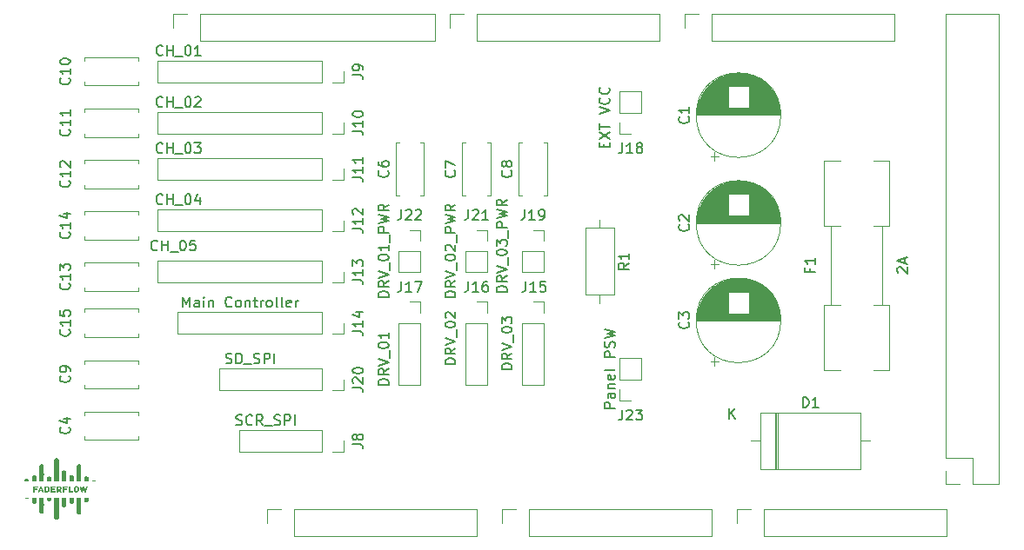
<source format=gbr>
%TF.GenerationSoftware,KiCad,Pcbnew,9.0.3*%
%TF.CreationDate,2026-02-16T14:47:52+01:00*%
%TF.ProjectId,Arduino Shield,41726475-696e-46f2-9053-6869656c642e,rev?*%
%TF.SameCoordinates,Original*%
%TF.FileFunction,Legend,Top*%
%TF.FilePolarity,Positive*%
%FSLAX46Y46*%
G04 Gerber Fmt 4.6, Leading zero omitted, Abs format (unit mm)*
G04 Created by KiCad (PCBNEW 9.0.3) date 2026-02-16 14:47:52*
%MOMM*%
%LPD*%
G01*
G04 APERTURE LIST*
%ADD10C,0.150000*%
%ADD11C,0.000000*%
%ADD12C,0.120000*%
G04 APERTURE END LIST*
D10*
X179431009Y-72733333D02*
X179431009Y-73066666D01*
X179954819Y-73066666D02*
X178954819Y-73066666D01*
X178954819Y-73066666D02*
X178954819Y-72590476D01*
X179954819Y-71685714D02*
X179954819Y-72257142D01*
X179954819Y-71971428D02*
X178954819Y-71971428D01*
X178954819Y-71971428D02*
X179097676Y-72066666D01*
X179097676Y-72066666D02*
X179192914Y-72161904D01*
X179192914Y-72161904D02*
X179240533Y-72257142D01*
X188050057Y-73114285D02*
X188002438Y-73066666D01*
X188002438Y-73066666D02*
X187954819Y-72971428D01*
X187954819Y-72971428D02*
X187954819Y-72733333D01*
X187954819Y-72733333D02*
X188002438Y-72638095D01*
X188002438Y-72638095D02*
X188050057Y-72590476D01*
X188050057Y-72590476D02*
X188145295Y-72542857D01*
X188145295Y-72542857D02*
X188240533Y-72542857D01*
X188240533Y-72542857D02*
X188383390Y-72590476D01*
X188383390Y-72590476D02*
X188954819Y-73161904D01*
X188954819Y-73161904D02*
X188954819Y-72542857D01*
X188669104Y-72161904D02*
X188669104Y-71685714D01*
X188954819Y-72257142D02*
X187954819Y-71923809D01*
X187954819Y-71923809D02*
X188954819Y-71590476D01*
X107359580Y-78642857D02*
X107407200Y-78690476D01*
X107407200Y-78690476D02*
X107454819Y-78833333D01*
X107454819Y-78833333D02*
X107454819Y-78928571D01*
X107454819Y-78928571D02*
X107407200Y-79071428D01*
X107407200Y-79071428D02*
X107311961Y-79166666D01*
X107311961Y-79166666D02*
X107216723Y-79214285D01*
X107216723Y-79214285D02*
X107026247Y-79261904D01*
X107026247Y-79261904D02*
X106883390Y-79261904D01*
X106883390Y-79261904D02*
X106692914Y-79214285D01*
X106692914Y-79214285D02*
X106597676Y-79166666D01*
X106597676Y-79166666D02*
X106502438Y-79071428D01*
X106502438Y-79071428D02*
X106454819Y-78928571D01*
X106454819Y-78928571D02*
X106454819Y-78833333D01*
X106454819Y-78833333D02*
X106502438Y-78690476D01*
X106502438Y-78690476D02*
X106550057Y-78642857D01*
X107454819Y-77690476D02*
X107454819Y-78261904D01*
X107454819Y-77976190D02*
X106454819Y-77976190D01*
X106454819Y-77976190D02*
X106597676Y-78071428D01*
X106597676Y-78071428D02*
X106692914Y-78166666D01*
X106692914Y-78166666D02*
X106740533Y-78261904D01*
X106454819Y-76785714D02*
X106454819Y-77261904D01*
X106454819Y-77261904D02*
X106931009Y-77309523D01*
X106931009Y-77309523D02*
X106883390Y-77261904D01*
X106883390Y-77261904D02*
X106835771Y-77166666D01*
X106835771Y-77166666D02*
X106835771Y-76928571D01*
X106835771Y-76928571D02*
X106883390Y-76833333D01*
X106883390Y-76833333D02*
X106931009Y-76785714D01*
X106931009Y-76785714D02*
X107026247Y-76738095D01*
X107026247Y-76738095D02*
X107264342Y-76738095D01*
X107264342Y-76738095D02*
X107359580Y-76785714D01*
X107359580Y-76785714D02*
X107407200Y-76833333D01*
X107407200Y-76833333D02*
X107454819Y-76928571D01*
X107454819Y-76928571D02*
X107454819Y-77166666D01*
X107454819Y-77166666D02*
X107407200Y-77261904D01*
X107407200Y-77261904D02*
X107359580Y-77309523D01*
X150359580Y-63166666D02*
X150407200Y-63214285D01*
X150407200Y-63214285D02*
X150454819Y-63357142D01*
X150454819Y-63357142D02*
X150454819Y-63452380D01*
X150454819Y-63452380D02*
X150407200Y-63595237D01*
X150407200Y-63595237D02*
X150311961Y-63690475D01*
X150311961Y-63690475D02*
X150216723Y-63738094D01*
X150216723Y-63738094D02*
X150026247Y-63785713D01*
X150026247Y-63785713D02*
X149883390Y-63785713D01*
X149883390Y-63785713D02*
X149692914Y-63738094D01*
X149692914Y-63738094D02*
X149597676Y-63690475D01*
X149597676Y-63690475D02*
X149502438Y-63595237D01*
X149502438Y-63595237D02*
X149454819Y-63452380D01*
X149454819Y-63452380D02*
X149454819Y-63357142D01*
X149454819Y-63357142D02*
X149502438Y-63214285D01*
X149502438Y-63214285D02*
X149550057Y-63166666D01*
X149883390Y-62595237D02*
X149835771Y-62690475D01*
X149835771Y-62690475D02*
X149788152Y-62738094D01*
X149788152Y-62738094D02*
X149692914Y-62785713D01*
X149692914Y-62785713D02*
X149645295Y-62785713D01*
X149645295Y-62785713D02*
X149550057Y-62738094D01*
X149550057Y-62738094D02*
X149502438Y-62690475D01*
X149502438Y-62690475D02*
X149454819Y-62595237D01*
X149454819Y-62595237D02*
X149454819Y-62404761D01*
X149454819Y-62404761D02*
X149502438Y-62309523D01*
X149502438Y-62309523D02*
X149550057Y-62261904D01*
X149550057Y-62261904D02*
X149645295Y-62214285D01*
X149645295Y-62214285D02*
X149692914Y-62214285D01*
X149692914Y-62214285D02*
X149788152Y-62261904D01*
X149788152Y-62261904D02*
X149835771Y-62309523D01*
X149835771Y-62309523D02*
X149883390Y-62404761D01*
X149883390Y-62404761D02*
X149883390Y-62595237D01*
X149883390Y-62595237D02*
X149931009Y-62690475D01*
X149931009Y-62690475D02*
X149978628Y-62738094D01*
X149978628Y-62738094D02*
X150073866Y-62785713D01*
X150073866Y-62785713D02*
X150264342Y-62785713D01*
X150264342Y-62785713D02*
X150359580Y-62738094D01*
X150359580Y-62738094D02*
X150407200Y-62690475D01*
X150407200Y-62690475D02*
X150454819Y-62595237D01*
X150454819Y-62595237D02*
X150454819Y-62404761D01*
X150454819Y-62404761D02*
X150407200Y-62309523D01*
X150407200Y-62309523D02*
X150359580Y-62261904D01*
X150359580Y-62261904D02*
X150264342Y-62214285D01*
X150264342Y-62214285D02*
X150073866Y-62214285D01*
X150073866Y-62214285D02*
X149978628Y-62261904D01*
X149978628Y-62261904D02*
X149931009Y-62309523D01*
X149931009Y-62309523D02*
X149883390Y-62404761D01*
X139690476Y-66954819D02*
X139690476Y-67669104D01*
X139690476Y-67669104D02*
X139642857Y-67811961D01*
X139642857Y-67811961D02*
X139547619Y-67907200D01*
X139547619Y-67907200D02*
X139404762Y-67954819D01*
X139404762Y-67954819D02*
X139309524Y-67954819D01*
X140119048Y-67050057D02*
X140166667Y-67002438D01*
X140166667Y-67002438D02*
X140261905Y-66954819D01*
X140261905Y-66954819D02*
X140500000Y-66954819D01*
X140500000Y-66954819D02*
X140595238Y-67002438D01*
X140595238Y-67002438D02*
X140642857Y-67050057D01*
X140642857Y-67050057D02*
X140690476Y-67145295D01*
X140690476Y-67145295D02*
X140690476Y-67240533D01*
X140690476Y-67240533D02*
X140642857Y-67383390D01*
X140642857Y-67383390D02*
X140071429Y-67954819D01*
X140071429Y-67954819D02*
X140690476Y-67954819D01*
X141071429Y-67050057D02*
X141119048Y-67002438D01*
X141119048Y-67002438D02*
X141214286Y-66954819D01*
X141214286Y-66954819D02*
X141452381Y-66954819D01*
X141452381Y-66954819D02*
X141547619Y-67002438D01*
X141547619Y-67002438D02*
X141595238Y-67050057D01*
X141595238Y-67050057D02*
X141642857Y-67145295D01*
X141642857Y-67145295D02*
X141642857Y-67240533D01*
X141642857Y-67240533D02*
X141595238Y-67383390D01*
X141595238Y-67383390D02*
X141023810Y-67954819D01*
X141023810Y-67954819D02*
X141642857Y-67954819D01*
X138454819Y-75476190D02*
X137454819Y-75476190D01*
X137454819Y-75476190D02*
X137454819Y-75238095D01*
X137454819Y-75238095D02*
X137502438Y-75095238D01*
X137502438Y-75095238D02*
X137597676Y-75000000D01*
X137597676Y-75000000D02*
X137692914Y-74952381D01*
X137692914Y-74952381D02*
X137883390Y-74904762D01*
X137883390Y-74904762D02*
X138026247Y-74904762D01*
X138026247Y-74904762D02*
X138216723Y-74952381D01*
X138216723Y-74952381D02*
X138311961Y-75000000D01*
X138311961Y-75000000D02*
X138407200Y-75095238D01*
X138407200Y-75095238D02*
X138454819Y-75238095D01*
X138454819Y-75238095D02*
X138454819Y-75476190D01*
X138454819Y-73904762D02*
X137978628Y-74238095D01*
X138454819Y-74476190D02*
X137454819Y-74476190D01*
X137454819Y-74476190D02*
X137454819Y-74095238D01*
X137454819Y-74095238D02*
X137502438Y-74000000D01*
X137502438Y-74000000D02*
X137550057Y-73952381D01*
X137550057Y-73952381D02*
X137645295Y-73904762D01*
X137645295Y-73904762D02*
X137788152Y-73904762D01*
X137788152Y-73904762D02*
X137883390Y-73952381D01*
X137883390Y-73952381D02*
X137931009Y-74000000D01*
X137931009Y-74000000D02*
X137978628Y-74095238D01*
X137978628Y-74095238D02*
X137978628Y-74476190D01*
X137454819Y-73619047D02*
X138454819Y-73285714D01*
X138454819Y-73285714D02*
X137454819Y-72952381D01*
X138550057Y-72857143D02*
X138550057Y-72095238D01*
X137454819Y-71666666D02*
X137454819Y-71571428D01*
X137454819Y-71571428D02*
X137502438Y-71476190D01*
X137502438Y-71476190D02*
X137550057Y-71428571D01*
X137550057Y-71428571D02*
X137645295Y-71380952D01*
X137645295Y-71380952D02*
X137835771Y-71333333D01*
X137835771Y-71333333D02*
X138073866Y-71333333D01*
X138073866Y-71333333D02*
X138264342Y-71380952D01*
X138264342Y-71380952D02*
X138359580Y-71428571D01*
X138359580Y-71428571D02*
X138407200Y-71476190D01*
X138407200Y-71476190D02*
X138454819Y-71571428D01*
X138454819Y-71571428D02*
X138454819Y-71666666D01*
X138454819Y-71666666D02*
X138407200Y-71761904D01*
X138407200Y-71761904D02*
X138359580Y-71809523D01*
X138359580Y-71809523D02*
X138264342Y-71857142D01*
X138264342Y-71857142D02*
X138073866Y-71904761D01*
X138073866Y-71904761D02*
X137835771Y-71904761D01*
X137835771Y-71904761D02*
X137645295Y-71857142D01*
X137645295Y-71857142D02*
X137550057Y-71809523D01*
X137550057Y-71809523D02*
X137502438Y-71761904D01*
X137502438Y-71761904D02*
X137454819Y-71666666D01*
X138454819Y-70380952D02*
X138454819Y-70952380D01*
X138454819Y-70666666D02*
X137454819Y-70666666D01*
X137454819Y-70666666D02*
X137597676Y-70761904D01*
X137597676Y-70761904D02*
X137692914Y-70857142D01*
X137692914Y-70857142D02*
X137740533Y-70952380D01*
X138550057Y-70190476D02*
X138550057Y-69428571D01*
X138454819Y-69190475D02*
X137454819Y-69190475D01*
X137454819Y-69190475D02*
X137454819Y-68809523D01*
X137454819Y-68809523D02*
X137502438Y-68714285D01*
X137502438Y-68714285D02*
X137550057Y-68666666D01*
X137550057Y-68666666D02*
X137645295Y-68619047D01*
X137645295Y-68619047D02*
X137788152Y-68619047D01*
X137788152Y-68619047D02*
X137883390Y-68666666D01*
X137883390Y-68666666D02*
X137931009Y-68714285D01*
X137931009Y-68714285D02*
X137978628Y-68809523D01*
X137978628Y-68809523D02*
X137978628Y-69190475D01*
X137454819Y-68285713D02*
X138454819Y-68047618D01*
X138454819Y-68047618D02*
X137740533Y-67857142D01*
X137740533Y-67857142D02*
X138454819Y-67666666D01*
X138454819Y-67666666D02*
X137454819Y-67428571D01*
X138454819Y-66476190D02*
X137978628Y-66809523D01*
X138454819Y-67047618D02*
X137454819Y-67047618D01*
X137454819Y-67047618D02*
X137454819Y-66666666D01*
X137454819Y-66666666D02*
X137502438Y-66571428D01*
X137502438Y-66571428D02*
X137550057Y-66523809D01*
X137550057Y-66523809D02*
X137645295Y-66476190D01*
X137645295Y-66476190D02*
X137788152Y-66476190D01*
X137788152Y-66476190D02*
X137883390Y-66523809D01*
X137883390Y-66523809D02*
X137931009Y-66571428D01*
X137931009Y-66571428D02*
X137978628Y-66666666D01*
X137978628Y-66666666D02*
X137978628Y-67047618D01*
X107359580Y-83166666D02*
X107407200Y-83214285D01*
X107407200Y-83214285D02*
X107454819Y-83357142D01*
X107454819Y-83357142D02*
X107454819Y-83452380D01*
X107454819Y-83452380D02*
X107407200Y-83595237D01*
X107407200Y-83595237D02*
X107311961Y-83690475D01*
X107311961Y-83690475D02*
X107216723Y-83738094D01*
X107216723Y-83738094D02*
X107026247Y-83785713D01*
X107026247Y-83785713D02*
X106883390Y-83785713D01*
X106883390Y-83785713D02*
X106692914Y-83738094D01*
X106692914Y-83738094D02*
X106597676Y-83690475D01*
X106597676Y-83690475D02*
X106502438Y-83595237D01*
X106502438Y-83595237D02*
X106454819Y-83452380D01*
X106454819Y-83452380D02*
X106454819Y-83357142D01*
X106454819Y-83357142D02*
X106502438Y-83214285D01*
X106502438Y-83214285D02*
X106550057Y-83166666D01*
X107454819Y-82690475D02*
X107454819Y-82499999D01*
X107454819Y-82499999D02*
X107407200Y-82404761D01*
X107407200Y-82404761D02*
X107359580Y-82357142D01*
X107359580Y-82357142D02*
X107216723Y-82261904D01*
X107216723Y-82261904D02*
X107026247Y-82214285D01*
X107026247Y-82214285D02*
X106645295Y-82214285D01*
X106645295Y-82214285D02*
X106550057Y-82261904D01*
X106550057Y-82261904D02*
X106502438Y-82309523D01*
X106502438Y-82309523D02*
X106454819Y-82404761D01*
X106454819Y-82404761D02*
X106454819Y-82595237D01*
X106454819Y-82595237D02*
X106502438Y-82690475D01*
X106502438Y-82690475D02*
X106550057Y-82738094D01*
X106550057Y-82738094D02*
X106645295Y-82785713D01*
X106645295Y-82785713D02*
X106883390Y-82785713D01*
X106883390Y-82785713D02*
X106978628Y-82738094D01*
X106978628Y-82738094D02*
X107026247Y-82690475D01*
X107026247Y-82690475D02*
X107073866Y-82595237D01*
X107073866Y-82595237D02*
X107073866Y-82404761D01*
X107073866Y-82404761D02*
X107026247Y-82309523D01*
X107026247Y-82309523D02*
X106978628Y-82261904D01*
X106978628Y-82261904D02*
X106883390Y-82214285D01*
X134954819Y-53833333D02*
X135669104Y-53833333D01*
X135669104Y-53833333D02*
X135811961Y-53880952D01*
X135811961Y-53880952D02*
X135907200Y-53976190D01*
X135907200Y-53976190D02*
X135954819Y-54119047D01*
X135954819Y-54119047D02*
X135954819Y-54214285D01*
X135954819Y-53309523D02*
X135954819Y-53119047D01*
X135954819Y-53119047D02*
X135907200Y-53023809D01*
X135907200Y-53023809D02*
X135859580Y-52976190D01*
X135859580Y-52976190D02*
X135716723Y-52880952D01*
X135716723Y-52880952D02*
X135526247Y-52833333D01*
X135526247Y-52833333D02*
X135145295Y-52833333D01*
X135145295Y-52833333D02*
X135050057Y-52880952D01*
X135050057Y-52880952D02*
X135002438Y-52928571D01*
X135002438Y-52928571D02*
X134954819Y-53023809D01*
X134954819Y-53023809D02*
X134954819Y-53214285D01*
X134954819Y-53214285D02*
X135002438Y-53309523D01*
X135002438Y-53309523D02*
X135050057Y-53357142D01*
X135050057Y-53357142D02*
X135145295Y-53404761D01*
X135145295Y-53404761D02*
X135383390Y-53404761D01*
X135383390Y-53404761D02*
X135478628Y-53357142D01*
X135478628Y-53357142D02*
X135526247Y-53309523D01*
X135526247Y-53309523D02*
X135573866Y-53214285D01*
X135573866Y-53214285D02*
X135573866Y-53023809D01*
X135573866Y-53023809D02*
X135526247Y-52928571D01*
X135526247Y-52928571D02*
X135478628Y-52880952D01*
X135478628Y-52880952D02*
X135383390Y-52833333D01*
X116452380Y-51859580D02*
X116404761Y-51907200D01*
X116404761Y-51907200D02*
X116261904Y-51954819D01*
X116261904Y-51954819D02*
X116166666Y-51954819D01*
X116166666Y-51954819D02*
X116023809Y-51907200D01*
X116023809Y-51907200D02*
X115928571Y-51811961D01*
X115928571Y-51811961D02*
X115880952Y-51716723D01*
X115880952Y-51716723D02*
X115833333Y-51526247D01*
X115833333Y-51526247D02*
X115833333Y-51383390D01*
X115833333Y-51383390D02*
X115880952Y-51192914D01*
X115880952Y-51192914D02*
X115928571Y-51097676D01*
X115928571Y-51097676D02*
X116023809Y-51002438D01*
X116023809Y-51002438D02*
X116166666Y-50954819D01*
X116166666Y-50954819D02*
X116261904Y-50954819D01*
X116261904Y-50954819D02*
X116404761Y-51002438D01*
X116404761Y-51002438D02*
X116452380Y-51050057D01*
X116880952Y-51954819D02*
X116880952Y-50954819D01*
X116880952Y-51431009D02*
X117452380Y-51431009D01*
X117452380Y-51954819D02*
X117452380Y-50954819D01*
X117690476Y-52050057D02*
X118452380Y-52050057D01*
X118880952Y-50954819D02*
X118976190Y-50954819D01*
X118976190Y-50954819D02*
X119071428Y-51002438D01*
X119071428Y-51002438D02*
X119119047Y-51050057D01*
X119119047Y-51050057D02*
X119166666Y-51145295D01*
X119166666Y-51145295D02*
X119214285Y-51335771D01*
X119214285Y-51335771D02*
X119214285Y-51573866D01*
X119214285Y-51573866D02*
X119166666Y-51764342D01*
X119166666Y-51764342D02*
X119119047Y-51859580D01*
X119119047Y-51859580D02*
X119071428Y-51907200D01*
X119071428Y-51907200D02*
X118976190Y-51954819D01*
X118976190Y-51954819D02*
X118880952Y-51954819D01*
X118880952Y-51954819D02*
X118785714Y-51907200D01*
X118785714Y-51907200D02*
X118738095Y-51859580D01*
X118738095Y-51859580D02*
X118690476Y-51764342D01*
X118690476Y-51764342D02*
X118642857Y-51573866D01*
X118642857Y-51573866D02*
X118642857Y-51335771D01*
X118642857Y-51335771D02*
X118690476Y-51145295D01*
X118690476Y-51145295D02*
X118738095Y-51050057D01*
X118738095Y-51050057D02*
X118785714Y-51002438D01*
X118785714Y-51002438D02*
X118880952Y-50954819D01*
X120166666Y-51954819D02*
X119595238Y-51954819D01*
X119880952Y-51954819D02*
X119880952Y-50954819D01*
X119880952Y-50954819D02*
X119785714Y-51097676D01*
X119785714Y-51097676D02*
X119690476Y-51192914D01*
X119690476Y-51192914D02*
X119595238Y-51240533D01*
X151690476Y-66954819D02*
X151690476Y-67669104D01*
X151690476Y-67669104D02*
X151642857Y-67811961D01*
X151642857Y-67811961D02*
X151547619Y-67907200D01*
X151547619Y-67907200D02*
X151404762Y-67954819D01*
X151404762Y-67954819D02*
X151309524Y-67954819D01*
X152690476Y-67954819D02*
X152119048Y-67954819D01*
X152404762Y-67954819D02*
X152404762Y-66954819D01*
X152404762Y-66954819D02*
X152309524Y-67097676D01*
X152309524Y-67097676D02*
X152214286Y-67192914D01*
X152214286Y-67192914D02*
X152119048Y-67240533D01*
X153166667Y-67954819D02*
X153357143Y-67954819D01*
X153357143Y-67954819D02*
X153452381Y-67907200D01*
X153452381Y-67907200D02*
X153500000Y-67859580D01*
X153500000Y-67859580D02*
X153595238Y-67716723D01*
X153595238Y-67716723D02*
X153642857Y-67526247D01*
X153642857Y-67526247D02*
X153642857Y-67145295D01*
X153642857Y-67145295D02*
X153595238Y-67050057D01*
X153595238Y-67050057D02*
X153547619Y-67002438D01*
X153547619Y-67002438D02*
X153452381Y-66954819D01*
X153452381Y-66954819D02*
X153261905Y-66954819D01*
X153261905Y-66954819D02*
X153166667Y-67002438D01*
X153166667Y-67002438D02*
X153119048Y-67050057D01*
X153119048Y-67050057D02*
X153071429Y-67145295D01*
X153071429Y-67145295D02*
X153071429Y-67383390D01*
X153071429Y-67383390D02*
X153119048Y-67478628D01*
X153119048Y-67478628D02*
X153166667Y-67526247D01*
X153166667Y-67526247D02*
X153261905Y-67573866D01*
X153261905Y-67573866D02*
X153452381Y-67573866D01*
X153452381Y-67573866D02*
X153547619Y-67526247D01*
X153547619Y-67526247D02*
X153595238Y-67478628D01*
X153595238Y-67478628D02*
X153642857Y-67383390D01*
X149954819Y-74976190D02*
X148954819Y-74976190D01*
X148954819Y-74976190D02*
X148954819Y-74738095D01*
X148954819Y-74738095D02*
X149002438Y-74595238D01*
X149002438Y-74595238D02*
X149097676Y-74500000D01*
X149097676Y-74500000D02*
X149192914Y-74452381D01*
X149192914Y-74452381D02*
X149383390Y-74404762D01*
X149383390Y-74404762D02*
X149526247Y-74404762D01*
X149526247Y-74404762D02*
X149716723Y-74452381D01*
X149716723Y-74452381D02*
X149811961Y-74500000D01*
X149811961Y-74500000D02*
X149907200Y-74595238D01*
X149907200Y-74595238D02*
X149954819Y-74738095D01*
X149954819Y-74738095D02*
X149954819Y-74976190D01*
X149954819Y-73404762D02*
X149478628Y-73738095D01*
X149954819Y-73976190D02*
X148954819Y-73976190D01*
X148954819Y-73976190D02*
X148954819Y-73595238D01*
X148954819Y-73595238D02*
X149002438Y-73500000D01*
X149002438Y-73500000D02*
X149050057Y-73452381D01*
X149050057Y-73452381D02*
X149145295Y-73404762D01*
X149145295Y-73404762D02*
X149288152Y-73404762D01*
X149288152Y-73404762D02*
X149383390Y-73452381D01*
X149383390Y-73452381D02*
X149431009Y-73500000D01*
X149431009Y-73500000D02*
X149478628Y-73595238D01*
X149478628Y-73595238D02*
X149478628Y-73976190D01*
X148954819Y-73119047D02*
X149954819Y-72785714D01*
X149954819Y-72785714D02*
X148954819Y-72452381D01*
X150050057Y-72357143D02*
X150050057Y-71595238D01*
X148954819Y-71166666D02*
X148954819Y-71071428D01*
X148954819Y-71071428D02*
X149002438Y-70976190D01*
X149002438Y-70976190D02*
X149050057Y-70928571D01*
X149050057Y-70928571D02*
X149145295Y-70880952D01*
X149145295Y-70880952D02*
X149335771Y-70833333D01*
X149335771Y-70833333D02*
X149573866Y-70833333D01*
X149573866Y-70833333D02*
X149764342Y-70880952D01*
X149764342Y-70880952D02*
X149859580Y-70928571D01*
X149859580Y-70928571D02*
X149907200Y-70976190D01*
X149907200Y-70976190D02*
X149954819Y-71071428D01*
X149954819Y-71071428D02*
X149954819Y-71166666D01*
X149954819Y-71166666D02*
X149907200Y-71261904D01*
X149907200Y-71261904D02*
X149859580Y-71309523D01*
X149859580Y-71309523D02*
X149764342Y-71357142D01*
X149764342Y-71357142D02*
X149573866Y-71404761D01*
X149573866Y-71404761D02*
X149335771Y-71404761D01*
X149335771Y-71404761D02*
X149145295Y-71357142D01*
X149145295Y-71357142D02*
X149050057Y-71309523D01*
X149050057Y-71309523D02*
X149002438Y-71261904D01*
X149002438Y-71261904D02*
X148954819Y-71166666D01*
X148954819Y-70499999D02*
X148954819Y-69880952D01*
X148954819Y-69880952D02*
X149335771Y-70214285D01*
X149335771Y-70214285D02*
X149335771Y-70071428D01*
X149335771Y-70071428D02*
X149383390Y-69976190D01*
X149383390Y-69976190D02*
X149431009Y-69928571D01*
X149431009Y-69928571D02*
X149526247Y-69880952D01*
X149526247Y-69880952D02*
X149764342Y-69880952D01*
X149764342Y-69880952D02*
X149859580Y-69928571D01*
X149859580Y-69928571D02*
X149907200Y-69976190D01*
X149907200Y-69976190D02*
X149954819Y-70071428D01*
X149954819Y-70071428D02*
X149954819Y-70357142D01*
X149954819Y-70357142D02*
X149907200Y-70452380D01*
X149907200Y-70452380D02*
X149859580Y-70499999D01*
X150050057Y-69690476D02*
X150050057Y-68928571D01*
X149954819Y-68690475D02*
X148954819Y-68690475D01*
X148954819Y-68690475D02*
X148954819Y-68309523D01*
X148954819Y-68309523D02*
X149002438Y-68214285D01*
X149002438Y-68214285D02*
X149050057Y-68166666D01*
X149050057Y-68166666D02*
X149145295Y-68119047D01*
X149145295Y-68119047D02*
X149288152Y-68119047D01*
X149288152Y-68119047D02*
X149383390Y-68166666D01*
X149383390Y-68166666D02*
X149431009Y-68214285D01*
X149431009Y-68214285D02*
X149478628Y-68309523D01*
X149478628Y-68309523D02*
X149478628Y-68690475D01*
X148954819Y-67785713D02*
X149954819Y-67547618D01*
X149954819Y-67547618D02*
X149240533Y-67357142D01*
X149240533Y-67357142D02*
X149954819Y-67166666D01*
X149954819Y-67166666D02*
X148954819Y-66928571D01*
X149954819Y-65976190D02*
X149478628Y-66309523D01*
X149954819Y-66547618D02*
X148954819Y-66547618D01*
X148954819Y-66547618D02*
X148954819Y-66166666D01*
X148954819Y-66166666D02*
X149002438Y-66071428D01*
X149002438Y-66071428D02*
X149050057Y-66023809D01*
X149050057Y-66023809D02*
X149145295Y-65976190D01*
X149145295Y-65976190D02*
X149288152Y-65976190D01*
X149288152Y-65976190D02*
X149383390Y-66023809D01*
X149383390Y-66023809D02*
X149431009Y-66071428D01*
X149431009Y-66071428D02*
X149478628Y-66166666D01*
X149478628Y-66166666D02*
X149478628Y-66547618D01*
X144859580Y-63166666D02*
X144907200Y-63214285D01*
X144907200Y-63214285D02*
X144954819Y-63357142D01*
X144954819Y-63357142D02*
X144954819Y-63452380D01*
X144954819Y-63452380D02*
X144907200Y-63595237D01*
X144907200Y-63595237D02*
X144811961Y-63690475D01*
X144811961Y-63690475D02*
X144716723Y-63738094D01*
X144716723Y-63738094D02*
X144526247Y-63785713D01*
X144526247Y-63785713D02*
X144383390Y-63785713D01*
X144383390Y-63785713D02*
X144192914Y-63738094D01*
X144192914Y-63738094D02*
X144097676Y-63690475D01*
X144097676Y-63690475D02*
X144002438Y-63595237D01*
X144002438Y-63595237D02*
X143954819Y-63452380D01*
X143954819Y-63452380D02*
X143954819Y-63357142D01*
X143954819Y-63357142D02*
X144002438Y-63214285D01*
X144002438Y-63214285D02*
X144050057Y-63166666D01*
X143954819Y-62833332D02*
X143954819Y-62166666D01*
X143954819Y-62166666D02*
X144954819Y-62595237D01*
X107359580Y-74142857D02*
X107407200Y-74190476D01*
X107407200Y-74190476D02*
X107454819Y-74333333D01*
X107454819Y-74333333D02*
X107454819Y-74428571D01*
X107454819Y-74428571D02*
X107407200Y-74571428D01*
X107407200Y-74571428D02*
X107311961Y-74666666D01*
X107311961Y-74666666D02*
X107216723Y-74714285D01*
X107216723Y-74714285D02*
X107026247Y-74761904D01*
X107026247Y-74761904D02*
X106883390Y-74761904D01*
X106883390Y-74761904D02*
X106692914Y-74714285D01*
X106692914Y-74714285D02*
X106597676Y-74666666D01*
X106597676Y-74666666D02*
X106502438Y-74571428D01*
X106502438Y-74571428D02*
X106454819Y-74428571D01*
X106454819Y-74428571D02*
X106454819Y-74333333D01*
X106454819Y-74333333D02*
X106502438Y-74190476D01*
X106502438Y-74190476D02*
X106550057Y-74142857D01*
X107454819Y-73190476D02*
X107454819Y-73761904D01*
X107454819Y-73476190D02*
X106454819Y-73476190D01*
X106454819Y-73476190D02*
X106597676Y-73571428D01*
X106597676Y-73571428D02*
X106692914Y-73666666D01*
X106692914Y-73666666D02*
X106740533Y-73761904D01*
X106454819Y-72857142D02*
X106454819Y-72238095D01*
X106454819Y-72238095D02*
X106835771Y-72571428D01*
X106835771Y-72571428D02*
X106835771Y-72428571D01*
X106835771Y-72428571D02*
X106883390Y-72333333D01*
X106883390Y-72333333D02*
X106931009Y-72285714D01*
X106931009Y-72285714D02*
X107026247Y-72238095D01*
X107026247Y-72238095D02*
X107264342Y-72238095D01*
X107264342Y-72238095D02*
X107359580Y-72285714D01*
X107359580Y-72285714D02*
X107407200Y-72333333D01*
X107407200Y-72333333D02*
X107454819Y-72428571D01*
X107454819Y-72428571D02*
X107454819Y-72714285D01*
X107454819Y-72714285D02*
X107407200Y-72809523D01*
X107407200Y-72809523D02*
X107359580Y-72857142D01*
X134954819Y-78809523D02*
X135669104Y-78809523D01*
X135669104Y-78809523D02*
X135811961Y-78857142D01*
X135811961Y-78857142D02*
X135907200Y-78952380D01*
X135907200Y-78952380D02*
X135954819Y-79095237D01*
X135954819Y-79095237D02*
X135954819Y-79190475D01*
X135954819Y-77809523D02*
X135954819Y-78380951D01*
X135954819Y-78095237D02*
X134954819Y-78095237D01*
X134954819Y-78095237D02*
X135097676Y-78190475D01*
X135097676Y-78190475D02*
X135192914Y-78285713D01*
X135192914Y-78285713D02*
X135240533Y-78380951D01*
X135288152Y-76952380D02*
X135954819Y-76952380D01*
X134907200Y-77190475D02*
X135621485Y-77428570D01*
X135621485Y-77428570D02*
X135621485Y-76809523D01*
X118428570Y-76454819D02*
X118428570Y-75454819D01*
X118428570Y-75454819D02*
X118761903Y-76169104D01*
X118761903Y-76169104D02*
X119095236Y-75454819D01*
X119095236Y-75454819D02*
X119095236Y-76454819D01*
X119999998Y-76454819D02*
X119999998Y-75931009D01*
X119999998Y-75931009D02*
X119952379Y-75835771D01*
X119952379Y-75835771D02*
X119857141Y-75788152D01*
X119857141Y-75788152D02*
X119666665Y-75788152D01*
X119666665Y-75788152D02*
X119571427Y-75835771D01*
X119999998Y-76407200D02*
X119904760Y-76454819D01*
X119904760Y-76454819D02*
X119666665Y-76454819D01*
X119666665Y-76454819D02*
X119571427Y-76407200D01*
X119571427Y-76407200D02*
X119523808Y-76311961D01*
X119523808Y-76311961D02*
X119523808Y-76216723D01*
X119523808Y-76216723D02*
X119571427Y-76121485D01*
X119571427Y-76121485D02*
X119666665Y-76073866D01*
X119666665Y-76073866D02*
X119904760Y-76073866D01*
X119904760Y-76073866D02*
X119999998Y-76026247D01*
X120476189Y-76454819D02*
X120476189Y-75788152D01*
X120476189Y-75454819D02*
X120428570Y-75502438D01*
X120428570Y-75502438D02*
X120476189Y-75550057D01*
X120476189Y-75550057D02*
X120523808Y-75502438D01*
X120523808Y-75502438D02*
X120476189Y-75454819D01*
X120476189Y-75454819D02*
X120476189Y-75550057D01*
X120952379Y-75788152D02*
X120952379Y-76454819D01*
X120952379Y-75883390D02*
X120999998Y-75835771D01*
X120999998Y-75835771D02*
X121095236Y-75788152D01*
X121095236Y-75788152D02*
X121238093Y-75788152D01*
X121238093Y-75788152D02*
X121333331Y-75835771D01*
X121333331Y-75835771D02*
X121380950Y-75931009D01*
X121380950Y-75931009D02*
X121380950Y-76454819D01*
X123190474Y-76359580D02*
X123142855Y-76407200D01*
X123142855Y-76407200D02*
X122999998Y-76454819D01*
X122999998Y-76454819D02*
X122904760Y-76454819D01*
X122904760Y-76454819D02*
X122761903Y-76407200D01*
X122761903Y-76407200D02*
X122666665Y-76311961D01*
X122666665Y-76311961D02*
X122619046Y-76216723D01*
X122619046Y-76216723D02*
X122571427Y-76026247D01*
X122571427Y-76026247D02*
X122571427Y-75883390D01*
X122571427Y-75883390D02*
X122619046Y-75692914D01*
X122619046Y-75692914D02*
X122666665Y-75597676D01*
X122666665Y-75597676D02*
X122761903Y-75502438D01*
X122761903Y-75502438D02*
X122904760Y-75454819D01*
X122904760Y-75454819D02*
X122999998Y-75454819D01*
X122999998Y-75454819D02*
X123142855Y-75502438D01*
X123142855Y-75502438D02*
X123190474Y-75550057D01*
X123761903Y-76454819D02*
X123666665Y-76407200D01*
X123666665Y-76407200D02*
X123619046Y-76359580D01*
X123619046Y-76359580D02*
X123571427Y-76264342D01*
X123571427Y-76264342D02*
X123571427Y-75978628D01*
X123571427Y-75978628D02*
X123619046Y-75883390D01*
X123619046Y-75883390D02*
X123666665Y-75835771D01*
X123666665Y-75835771D02*
X123761903Y-75788152D01*
X123761903Y-75788152D02*
X123904760Y-75788152D01*
X123904760Y-75788152D02*
X123999998Y-75835771D01*
X123999998Y-75835771D02*
X124047617Y-75883390D01*
X124047617Y-75883390D02*
X124095236Y-75978628D01*
X124095236Y-75978628D02*
X124095236Y-76264342D01*
X124095236Y-76264342D02*
X124047617Y-76359580D01*
X124047617Y-76359580D02*
X123999998Y-76407200D01*
X123999998Y-76407200D02*
X123904760Y-76454819D01*
X123904760Y-76454819D02*
X123761903Y-76454819D01*
X124523808Y-75788152D02*
X124523808Y-76454819D01*
X124523808Y-75883390D02*
X124571427Y-75835771D01*
X124571427Y-75835771D02*
X124666665Y-75788152D01*
X124666665Y-75788152D02*
X124809522Y-75788152D01*
X124809522Y-75788152D02*
X124904760Y-75835771D01*
X124904760Y-75835771D02*
X124952379Y-75931009D01*
X124952379Y-75931009D02*
X124952379Y-76454819D01*
X125285713Y-75788152D02*
X125666665Y-75788152D01*
X125428570Y-75454819D02*
X125428570Y-76311961D01*
X125428570Y-76311961D02*
X125476189Y-76407200D01*
X125476189Y-76407200D02*
X125571427Y-76454819D01*
X125571427Y-76454819D02*
X125666665Y-76454819D01*
X125999999Y-76454819D02*
X125999999Y-75788152D01*
X125999999Y-75978628D02*
X126047618Y-75883390D01*
X126047618Y-75883390D02*
X126095237Y-75835771D01*
X126095237Y-75835771D02*
X126190475Y-75788152D01*
X126190475Y-75788152D02*
X126285713Y-75788152D01*
X126761904Y-76454819D02*
X126666666Y-76407200D01*
X126666666Y-76407200D02*
X126619047Y-76359580D01*
X126619047Y-76359580D02*
X126571428Y-76264342D01*
X126571428Y-76264342D02*
X126571428Y-75978628D01*
X126571428Y-75978628D02*
X126619047Y-75883390D01*
X126619047Y-75883390D02*
X126666666Y-75835771D01*
X126666666Y-75835771D02*
X126761904Y-75788152D01*
X126761904Y-75788152D02*
X126904761Y-75788152D01*
X126904761Y-75788152D02*
X126999999Y-75835771D01*
X126999999Y-75835771D02*
X127047618Y-75883390D01*
X127047618Y-75883390D02*
X127095237Y-75978628D01*
X127095237Y-75978628D02*
X127095237Y-76264342D01*
X127095237Y-76264342D02*
X127047618Y-76359580D01*
X127047618Y-76359580D02*
X126999999Y-76407200D01*
X126999999Y-76407200D02*
X126904761Y-76454819D01*
X126904761Y-76454819D02*
X126761904Y-76454819D01*
X127666666Y-76454819D02*
X127571428Y-76407200D01*
X127571428Y-76407200D02*
X127523809Y-76311961D01*
X127523809Y-76311961D02*
X127523809Y-75454819D01*
X128190476Y-76454819D02*
X128095238Y-76407200D01*
X128095238Y-76407200D02*
X128047619Y-76311961D01*
X128047619Y-76311961D02*
X128047619Y-75454819D01*
X128952381Y-76407200D02*
X128857143Y-76454819D01*
X128857143Y-76454819D02*
X128666667Y-76454819D01*
X128666667Y-76454819D02*
X128571429Y-76407200D01*
X128571429Y-76407200D02*
X128523810Y-76311961D01*
X128523810Y-76311961D02*
X128523810Y-75931009D01*
X128523810Y-75931009D02*
X128571429Y-75835771D01*
X128571429Y-75835771D02*
X128666667Y-75788152D01*
X128666667Y-75788152D02*
X128857143Y-75788152D01*
X128857143Y-75788152D02*
X128952381Y-75835771D01*
X128952381Y-75835771D02*
X129000000Y-75931009D01*
X129000000Y-75931009D02*
X129000000Y-76026247D01*
X129000000Y-76026247D02*
X128523810Y-76121485D01*
X129428572Y-76454819D02*
X129428572Y-75788152D01*
X129428572Y-75978628D02*
X129476191Y-75883390D01*
X129476191Y-75883390D02*
X129523810Y-75835771D01*
X129523810Y-75835771D02*
X129619048Y-75788152D01*
X129619048Y-75788152D02*
X129714286Y-75788152D01*
X134954819Y-68809523D02*
X135669104Y-68809523D01*
X135669104Y-68809523D02*
X135811961Y-68857142D01*
X135811961Y-68857142D02*
X135907200Y-68952380D01*
X135907200Y-68952380D02*
X135954819Y-69095237D01*
X135954819Y-69095237D02*
X135954819Y-69190475D01*
X135954819Y-67809523D02*
X135954819Y-68380951D01*
X135954819Y-68095237D02*
X134954819Y-68095237D01*
X134954819Y-68095237D02*
X135097676Y-68190475D01*
X135097676Y-68190475D02*
X135192914Y-68285713D01*
X135192914Y-68285713D02*
X135240533Y-68380951D01*
X135050057Y-67428570D02*
X135002438Y-67380951D01*
X135002438Y-67380951D02*
X134954819Y-67285713D01*
X134954819Y-67285713D02*
X134954819Y-67047618D01*
X134954819Y-67047618D02*
X135002438Y-66952380D01*
X135002438Y-66952380D02*
X135050057Y-66904761D01*
X135050057Y-66904761D02*
X135145295Y-66857142D01*
X135145295Y-66857142D02*
X135240533Y-66857142D01*
X135240533Y-66857142D02*
X135383390Y-66904761D01*
X135383390Y-66904761D02*
X135954819Y-67476189D01*
X135954819Y-67476189D02*
X135954819Y-66857142D01*
X116452380Y-66359580D02*
X116404761Y-66407200D01*
X116404761Y-66407200D02*
X116261904Y-66454819D01*
X116261904Y-66454819D02*
X116166666Y-66454819D01*
X116166666Y-66454819D02*
X116023809Y-66407200D01*
X116023809Y-66407200D02*
X115928571Y-66311961D01*
X115928571Y-66311961D02*
X115880952Y-66216723D01*
X115880952Y-66216723D02*
X115833333Y-66026247D01*
X115833333Y-66026247D02*
X115833333Y-65883390D01*
X115833333Y-65883390D02*
X115880952Y-65692914D01*
X115880952Y-65692914D02*
X115928571Y-65597676D01*
X115928571Y-65597676D02*
X116023809Y-65502438D01*
X116023809Y-65502438D02*
X116166666Y-65454819D01*
X116166666Y-65454819D02*
X116261904Y-65454819D01*
X116261904Y-65454819D02*
X116404761Y-65502438D01*
X116404761Y-65502438D02*
X116452380Y-65550057D01*
X116880952Y-66454819D02*
X116880952Y-65454819D01*
X116880952Y-65931009D02*
X117452380Y-65931009D01*
X117452380Y-66454819D02*
X117452380Y-65454819D01*
X117690476Y-66550057D02*
X118452380Y-66550057D01*
X118880952Y-65454819D02*
X118976190Y-65454819D01*
X118976190Y-65454819D02*
X119071428Y-65502438D01*
X119071428Y-65502438D02*
X119119047Y-65550057D01*
X119119047Y-65550057D02*
X119166666Y-65645295D01*
X119166666Y-65645295D02*
X119214285Y-65835771D01*
X119214285Y-65835771D02*
X119214285Y-66073866D01*
X119214285Y-66073866D02*
X119166666Y-66264342D01*
X119166666Y-66264342D02*
X119119047Y-66359580D01*
X119119047Y-66359580D02*
X119071428Y-66407200D01*
X119071428Y-66407200D02*
X118976190Y-66454819D01*
X118976190Y-66454819D02*
X118880952Y-66454819D01*
X118880952Y-66454819D02*
X118785714Y-66407200D01*
X118785714Y-66407200D02*
X118738095Y-66359580D01*
X118738095Y-66359580D02*
X118690476Y-66264342D01*
X118690476Y-66264342D02*
X118642857Y-66073866D01*
X118642857Y-66073866D02*
X118642857Y-65835771D01*
X118642857Y-65835771D02*
X118690476Y-65645295D01*
X118690476Y-65645295D02*
X118738095Y-65550057D01*
X118738095Y-65550057D02*
X118785714Y-65502438D01*
X118785714Y-65502438D02*
X118880952Y-65454819D01*
X120071428Y-65788152D02*
X120071428Y-66454819D01*
X119833333Y-65407200D02*
X119595238Y-66121485D01*
X119595238Y-66121485D02*
X120214285Y-66121485D01*
X146190476Y-66954819D02*
X146190476Y-67669104D01*
X146190476Y-67669104D02*
X146142857Y-67811961D01*
X146142857Y-67811961D02*
X146047619Y-67907200D01*
X146047619Y-67907200D02*
X145904762Y-67954819D01*
X145904762Y-67954819D02*
X145809524Y-67954819D01*
X146619048Y-67050057D02*
X146666667Y-67002438D01*
X146666667Y-67002438D02*
X146761905Y-66954819D01*
X146761905Y-66954819D02*
X147000000Y-66954819D01*
X147000000Y-66954819D02*
X147095238Y-67002438D01*
X147095238Y-67002438D02*
X147142857Y-67050057D01*
X147142857Y-67050057D02*
X147190476Y-67145295D01*
X147190476Y-67145295D02*
X147190476Y-67240533D01*
X147190476Y-67240533D02*
X147142857Y-67383390D01*
X147142857Y-67383390D02*
X146571429Y-67954819D01*
X146571429Y-67954819D02*
X147190476Y-67954819D01*
X148142857Y-67954819D02*
X147571429Y-67954819D01*
X147857143Y-67954819D02*
X147857143Y-66954819D01*
X147857143Y-66954819D02*
X147761905Y-67097676D01*
X147761905Y-67097676D02*
X147666667Y-67192914D01*
X147666667Y-67192914D02*
X147571429Y-67240533D01*
X144954819Y-75476190D02*
X143954819Y-75476190D01*
X143954819Y-75476190D02*
X143954819Y-75238095D01*
X143954819Y-75238095D02*
X144002438Y-75095238D01*
X144002438Y-75095238D02*
X144097676Y-75000000D01*
X144097676Y-75000000D02*
X144192914Y-74952381D01*
X144192914Y-74952381D02*
X144383390Y-74904762D01*
X144383390Y-74904762D02*
X144526247Y-74904762D01*
X144526247Y-74904762D02*
X144716723Y-74952381D01*
X144716723Y-74952381D02*
X144811961Y-75000000D01*
X144811961Y-75000000D02*
X144907200Y-75095238D01*
X144907200Y-75095238D02*
X144954819Y-75238095D01*
X144954819Y-75238095D02*
X144954819Y-75476190D01*
X144954819Y-73904762D02*
X144478628Y-74238095D01*
X144954819Y-74476190D02*
X143954819Y-74476190D01*
X143954819Y-74476190D02*
X143954819Y-74095238D01*
X143954819Y-74095238D02*
X144002438Y-74000000D01*
X144002438Y-74000000D02*
X144050057Y-73952381D01*
X144050057Y-73952381D02*
X144145295Y-73904762D01*
X144145295Y-73904762D02*
X144288152Y-73904762D01*
X144288152Y-73904762D02*
X144383390Y-73952381D01*
X144383390Y-73952381D02*
X144431009Y-74000000D01*
X144431009Y-74000000D02*
X144478628Y-74095238D01*
X144478628Y-74095238D02*
X144478628Y-74476190D01*
X143954819Y-73619047D02*
X144954819Y-73285714D01*
X144954819Y-73285714D02*
X143954819Y-72952381D01*
X145050057Y-72857143D02*
X145050057Y-72095238D01*
X143954819Y-71666666D02*
X143954819Y-71571428D01*
X143954819Y-71571428D02*
X144002438Y-71476190D01*
X144002438Y-71476190D02*
X144050057Y-71428571D01*
X144050057Y-71428571D02*
X144145295Y-71380952D01*
X144145295Y-71380952D02*
X144335771Y-71333333D01*
X144335771Y-71333333D02*
X144573866Y-71333333D01*
X144573866Y-71333333D02*
X144764342Y-71380952D01*
X144764342Y-71380952D02*
X144859580Y-71428571D01*
X144859580Y-71428571D02*
X144907200Y-71476190D01*
X144907200Y-71476190D02*
X144954819Y-71571428D01*
X144954819Y-71571428D02*
X144954819Y-71666666D01*
X144954819Y-71666666D02*
X144907200Y-71761904D01*
X144907200Y-71761904D02*
X144859580Y-71809523D01*
X144859580Y-71809523D02*
X144764342Y-71857142D01*
X144764342Y-71857142D02*
X144573866Y-71904761D01*
X144573866Y-71904761D02*
X144335771Y-71904761D01*
X144335771Y-71904761D02*
X144145295Y-71857142D01*
X144145295Y-71857142D02*
X144050057Y-71809523D01*
X144050057Y-71809523D02*
X144002438Y-71761904D01*
X144002438Y-71761904D02*
X143954819Y-71666666D01*
X144050057Y-70952380D02*
X144002438Y-70904761D01*
X144002438Y-70904761D02*
X143954819Y-70809523D01*
X143954819Y-70809523D02*
X143954819Y-70571428D01*
X143954819Y-70571428D02*
X144002438Y-70476190D01*
X144002438Y-70476190D02*
X144050057Y-70428571D01*
X144050057Y-70428571D02*
X144145295Y-70380952D01*
X144145295Y-70380952D02*
X144240533Y-70380952D01*
X144240533Y-70380952D02*
X144383390Y-70428571D01*
X144383390Y-70428571D02*
X144954819Y-70999999D01*
X144954819Y-70999999D02*
X144954819Y-70380952D01*
X145050057Y-70190476D02*
X145050057Y-69428571D01*
X144954819Y-69190475D02*
X143954819Y-69190475D01*
X143954819Y-69190475D02*
X143954819Y-68809523D01*
X143954819Y-68809523D02*
X144002438Y-68714285D01*
X144002438Y-68714285D02*
X144050057Y-68666666D01*
X144050057Y-68666666D02*
X144145295Y-68619047D01*
X144145295Y-68619047D02*
X144288152Y-68619047D01*
X144288152Y-68619047D02*
X144383390Y-68666666D01*
X144383390Y-68666666D02*
X144431009Y-68714285D01*
X144431009Y-68714285D02*
X144478628Y-68809523D01*
X144478628Y-68809523D02*
X144478628Y-69190475D01*
X143954819Y-68285713D02*
X144954819Y-68047618D01*
X144954819Y-68047618D02*
X144240533Y-67857142D01*
X144240533Y-67857142D02*
X144954819Y-67666666D01*
X144954819Y-67666666D02*
X143954819Y-67428571D01*
X144954819Y-66476190D02*
X144478628Y-66809523D01*
X144954819Y-67047618D02*
X143954819Y-67047618D01*
X143954819Y-67047618D02*
X143954819Y-66666666D01*
X143954819Y-66666666D02*
X144002438Y-66571428D01*
X144002438Y-66571428D02*
X144050057Y-66523809D01*
X144050057Y-66523809D02*
X144145295Y-66476190D01*
X144145295Y-66476190D02*
X144288152Y-66476190D01*
X144288152Y-66476190D02*
X144383390Y-66523809D01*
X144383390Y-66523809D02*
X144431009Y-66571428D01*
X144431009Y-66571428D02*
X144478628Y-66666666D01*
X144478628Y-66666666D02*
X144478628Y-67047618D01*
X178761905Y-86234819D02*
X178761905Y-85234819D01*
X178761905Y-85234819D02*
X179000000Y-85234819D01*
X179000000Y-85234819D02*
X179142857Y-85282438D01*
X179142857Y-85282438D02*
X179238095Y-85377676D01*
X179238095Y-85377676D02*
X179285714Y-85472914D01*
X179285714Y-85472914D02*
X179333333Y-85663390D01*
X179333333Y-85663390D02*
X179333333Y-85806247D01*
X179333333Y-85806247D02*
X179285714Y-85996723D01*
X179285714Y-85996723D02*
X179238095Y-86091961D01*
X179238095Y-86091961D02*
X179142857Y-86187200D01*
X179142857Y-86187200D02*
X179000000Y-86234819D01*
X179000000Y-86234819D02*
X178761905Y-86234819D01*
X180285714Y-86234819D02*
X179714286Y-86234819D01*
X180000000Y-86234819D02*
X180000000Y-85234819D01*
X180000000Y-85234819D02*
X179904762Y-85377676D01*
X179904762Y-85377676D02*
X179809524Y-85472914D01*
X179809524Y-85472914D02*
X179714286Y-85520533D01*
X171618095Y-87354819D02*
X171618095Y-86354819D01*
X172189523Y-87354819D02*
X171760952Y-86783390D01*
X172189523Y-86354819D02*
X171618095Y-86926247D01*
X167609580Y-68416666D02*
X167657200Y-68464285D01*
X167657200Y-68464285D02*
X167704819Y-68607142D01*
X167704819Y-68607142D02*
X167704819Y-68702380D01*
X167704819Y-68702380D02*
X167657200Y-68845237D01*
X167657200Y-68845237D02*
X167561961Y-68940475D01*
X167561961Y-68940475D02*
X167466723Y-68988094D01*
X167466723Y-68988094D02*
X167276247Y-69035713D01*
X167276247Y-69035713D02*
X167133390Y-69035713D01*
X167133390Y-69035713D02*
X166942914Y-68988094D01*
X166942914Y-68988094D02*
X166847676Y-68940475D01*
X166847676Y-68940475D02*
X166752438Y-68845237D01*
X166752438Y-68845237D02*
X166704819Y-68702380D01*
X166704819Y-68702380D02*
X166704819Y-68607142D01*
X166704819Y-68607142D02*
X166752438Y-68464285D01*
X166752438Y-68464285D02*
X166800057Y-68416666D01*
X166800057Y-68035713D02*
X166752438Y-67988094D01*
X166752438Y-67988094D02*
X166704819Y-67892856D01*
X166704819Y-67892856D02*
X166704819Y-67654761D01*
X166704819Y-67654761D02*
X166752438Y-67559523D01*
X166752438Y-67559523D02*
X166800057Y-67511904D01*
X166800057Y-67511904D02*
X166895295Y-67464285D01*
X166895295Y-67464285D02*
X166990533Y-67464285D01*
X166990533Y-67464285D02*
X167133390Y-67511904D01*
X167133390Y-67511904D02*
X167704819Y-68083332D01*
X167704819Y-68083332D02*
X167704819Y-67464285D01*
X107359580Y-69142857D02*
X107407200Y-69190476D01*
X107407200Y-69190476D02*
X107454819Y-69333333D01*
X107454819Y-69333333D02*
X107454819Y-69428571D01*
X107454819Y-69428571D02*
X107407200Y-69571428D01*
X107407200Y-69571428D02*
X107311961Y-69666666D01*
X107311961Y-69666666D02*
X107216723Y-69714285D01*
X107216723Y-69714285D02*
X107026247Y-69761904D01*
X107026247Y-69761904D02*
X106883390Y-69761904D01*
X106883390Y-69761904D02*
X106692914Y-69714285D01*
X106692914Y-69714285D02*
X106597676Y-69666666D01*
X106597676Y-69666666D02*
X106502438Y-69571428D01*
X106502438Y-69571428D02*
X106454819Y-69428571D01*
X106454819Y-69428571D02*
X106454819Y-69333333D01*
X106454819Y-69333333D02*
X106502438Y-69190476D01*
X106502438Y-69190476D02*
X106550057Y-69142857D01*
X107454819Y-68190476D02*
X107454819Y-68761904D01*
X107454819Y-68476190D02*
X106454819Y-68476190D01*
X106454819Y-68476190D02*
X106597676Y-68571428D01*
X106597676Y-68571428D02*
X106692914Y-68666666D01*
X106692914Y-68666666D02*
X106740533Y-68761904D01*
X106788152Y-67333333D02*
X107454819Y-67333333D01*
X106407200Y-67571428D02*
X107121485Y-67809523D01*
X107121485Y-67809523D02*
X107121485Y-67190476D01*
X161190476Y-86454819D02*
X161190476Y-87169104D01*
X161190476Y-87169104D02*
X161142857Y-87311961D01*
X161142857Y-87311961D02*
X161047619Y-87407200D01*
X161047619Y-87407200D02*
X160904762Y-87454819D01*
X160904762Y-87454819D02*
X160809524Y-87454819D01*
X161619048Y-86550057D02*
X161666667Y-86502438D01*
X161666667Y-86502438D02*
X161761905Y-86454819D01*
X161761905Y-86454819D02*
X162000000Y-86454819D01*
X162000000Y-86454819D02*
X162095238Y-86502438D01*
X162095238Y-86502438D02*
X162142857Y-86550057D01*
X162142857Y-86550057D02*
X162190476Y-86645295D01*
X162190476Y-86645295D02*
X162190476Y-86740533D01*
X162190476Y-86740533D02*
X162142857Y-86883390D01*
X162142857Y-86883390D02*
X161571429Y-87454819D01*
X161571429Y-87454819D02*
X162190476Y-87454819D01*
X162523810Y-86454819D02*
X163142857Y-86454819D01*
X163142857Y-86454819D02*
X162809524Y-86835771D01*
X162809524Y-86835771D02*
X162952381Y-86835771D01*
X162952381Y-86835771D02*
X163047619Y-86883390D01*
X163047619Y-86883390D02*
X163095238Y-86931009D01*
X163095238Y-86931009D02*
X163142857Y-87026247D01*
X163142857Y-87026247D02*
X163142857Y-87264342D01*
X163142857Y-87264342D02*
X163095238Y-87359580D01*
X163095238Y-87359580D02*
X163047619Y-87407200D01*
X163047619Y-87407200D02*
X162952381Y-87454819D01*
X162952381Y-87454819D02*
X162666667Y-87454819D01*
X162666667Y-87454819D02*
X162571429Y-87407200D01*
X162571429Y-87407200D02*
X162523810Y-87359580D01*
X160454819Y-86285714D02*
X159454819Y-86285714D01*
X159454819Y-86285714D02*
X159454819Y-85904762D01*
X159454819Y-85904762D02*
X159502438Y-85809524D01*
X159502438Y-85809524D02*
X159550057Y-85761905D01*
X159550057Y-85761905D02*
X159645295Y-85714286D01*
X159645295Y-85714286D02*
X159788152Y-85714286D01*
X159788152Y-85714286D02*
X159883390Y-85761905D01*
X159883390Y-85761905D02*
X159931009Y-85809524D01*
X159931009Y-85809524D02*
X159978628Y-85904762D01*
X159978628Y-85904762D02*
X159978628Y-86285714D01*
X160454819Y-84857143D02*
X159931009Y-84857143D01*
X159931009Y-84857143D02*
X159835771Y-84904762D01*
X159835771Y-84904762D02*
X159788152Y-85000000D01*
X159788152Y-85000000D02*
X159788152Y-85190476D01*
X159788152Y-85190476D02*
X159835771Y-85285714D01*
X160407200Y-84857143D02*
X160454819Y-84952381D01*
X160454819Y-84952381D02*
X160454819Y-85190476D01*
X160454819Y-85190476D02*
X160407200Y-85285714D01*
X160407200Y-85285714D02*
X160311961Y-85333333D01*
X160311961Y-85333333D02*
X160216723Y-85333333D01*
X160216723Y-85333333D02*
X160121485Y-85285714D01*
X160121485Y-85285714D02*
X160073866Y-85190476D01*
X160073866Y-85190476D02*
X160073866Y-84952381D01*
X160073866Y-84952381D02*
X160026247Y-84857143D01*
X159788152Y-84380952D02*
X160454819Y-84380952D01*
X159883390Y-84380952D02*
X159835771Y-84333333D01*
X159835771Y-84333333D02*
X159788152Y-84238095D01*
X159788152Y-84238095D02*
X159788152Y-84095238D01*
X159788152Y-84095238D02*
X159835771Y-84000000D01*
X159835771Y-84000000D02*
X159931009Y-83952381D01*
X159931009Y-83952381D02*
X160454819Y-83952381D01*
X160407200Y-83095238D02*
X160454819Y-83190476D01*
X160454819Y-83190476D02*
X160454819Y-83380952D01*
X160454819Y-83380952D02*
X160407200Y-83476190D01*
X160407200Y-83476190D02*
X160311961Y-83523809D01*
X160311961Y-83523809D02*
X159931009Y-83523809D01*
X159931009Y-83523809D02*
X159835771Y-83476190D01*
X159835771Y-83476190D02*
X159788152Y-83380952D01*
X159788152Y-83380952D02*
X159788152Y-83190476D01*
X159788152Y-83190476D02*
X159835771Y-83095238D01*
X159835771Y-83095238D02*
X159931009Y-83047619D01*
X159931009Y-83047619D02*
X160026247Y-83047619D01*
X160026247Y-83047619D02*
X160121485Y-83523809D01*
X160454819Y-82476190D02*
X160407200Y-82571428D01*
X160407200Y-82571428D02*
X160311961Y-82619047D01*
X160311961Y-82619047D02*
X159454819Y-82619047D01*
X160454819Y-81333332D02*
X159454819Y-81333332D01*
X159454819Y-81333332D02*
X159454819Y-80952380D01*
X159454819Y-80952380D02*
X159502438Y-80857142D01*
X159502438Y-80857142D02*
X159550057Y-80809523D01*
X159550057Y-80809523D02*
X159645295Y-80761904D01*
X159645295Y-80761904D02*
X159788152Y-80761904D01*
X159788152Y-80761904D02*
X159883390Y-80809523D01*
X159883390Y-80809523D02*
X159931009Y-80857142D01*
X159931009Y-80857142D02*
X159978628Y-80952380D01*
X159978628Y-80952380D02*
X159978628Y-81333332D01*
X160407200Y-80380951D02*
X160454819Y-80238094D01*
X160454819Y-80238094D02*
X160454819Y-79999999D01*
X160454819Y-79999999D02*
X160407200Y-79904761D01*
X160407200Y-79904761D02*
X160359580Y-79857142D01*
X160359580Y-79857142D02*
X160264342Y-79809523D01*
X160264342Y-79809523D02*
X160169104Y-79809523D01*
X160169104Y-79809523D02*
X160073866Y-79857142D01*
X160073866Y-79857142D02*
X160026247Y-79904761D01*
X160026247Y-79904761D02*
X159978628Y-79999999D01*
X159978628Y-79999999D02*
X159931009Y-80190475D01*
X159931009Y-80190475D02*
X159883390Y-80285713D01*
X159883390Y-80285713D02*
X159835771Y-80333332D01*
X159835771Y-80333332D02*
X159740533Y-80380951D01*
X159740533Y-80380951D02*
X159645295Y-80380951D01*
X159645295Y-80380951D02*
X159550057Y-80333332D01*
X159550057Y-80333332D02*
X159502438Y-80285713D01*
X159502438Y-80285713D02*
X159454819Y-80190475D01*
X159454819Y-80190475D02*
X159454819Y-79952380D01*
X159454819Y-79952380D02*
X159502438Y-79809523D01*
X159454819Y-79476189D02*
X160454819Y-79238094D01*
X160454819Y-79238094D02*
X159740533Y-79047618D01*
X159740533Y-79047618D02*
X160454819Y-78857142D01*
X160454819Y-78857142D02*
X159454819Y-78619047D01*
X161190476Y-60454819D02*
X161190476Y-61169104D01*
X161190476Y-61169104D02*
X161142857Y-61311961D01*
X161142857Y-61311961D02*
X161047619Y-61407200D01*
X161047619Y-61407200D02*
X160904762Y-61454819D01*
X160904762Y-61454819D02*
X160809524Y-61454819D01*
X162190476Y-61454819D02*
X161619048Y-61454819D01*
X161904762Y-61454819D02*
X161904762Y-60454819D01*
X161904762Y-60454819D02*
X161809524Y-60597676D01*
X161809524Y-60597676D02*
X161714286Y-60692914D01*
X161714286Y-60692914D02*
X161619048Y-60740533D01*
X162761905Y-60883390D02*
X162666667Y-60835771D01*
X162666667Y-60835771D02*
X162619048Y-60788152D01*
X162619048Y-60788152D02*
X162571429Y-60692914D01*
X162571429Y-60692914D02*
X162571429Y-60645295D01*
X162571429Y-60645295D02*
X162619048Y-60550057D01*
X162619048Y-60550057D02*
X162666667Y-60502438D01*
X162666667Y-60502438D02*
X162761905Y-60454819D01*
X162761905Y-60454819D02*
X162952381Y-60454819D01*
X162952381Y-60454819D02*
X163047619Y-60502438D01*
X163047619Y-60502438D02*
X163095238Y-60550057D01*
X163095238Y-60550057D02*
X163142857Y-60645295D01*
X163142857Y-60645295D02*
X163142857Y-60692914D01*
X163142857Y-60692914D02*
X163095238Y-60788152D01*
X163095238Y-60788152D02*
X163047619Y-60835771D01*
X163047619Y-60835771D02*
X162952381Y-60883390D01*
X162952381Y-60883390D02*
X162761905Y-60883390D01*
X162761905Y-60883390D02*
X162666667Y-60931009D01*
X162666667Y-60931009D02*
X162619048Y-60978628D01*
X162619048Y-60978628D02*
X162571429Y-61073866D01*
X162571429Y-61073866D02*
X162571429Y-61264342D01*
X162571429Y-61264342D02*
X162619048Y-61359580D01*
X162619048Y-61359580D02*
X162666667Y-61407200D01*
X162666667Y-61407200D02*
X162761905Y-61454819D01*
X162761905Y-61454819D02*
X162952381Y-61454819D01*
X162952381Y-61454819D02*
X163047619Y-61407200D01*
X163047619Y-61407200D02*
X163095238Y-61359580D01*
X163095238Y-61359580D02*
X163142857Y-61264342D01*
X163142857Y-61264342D02*
X163142857Y-61073866D01*
X163142857Y-61073866D02*
X163095238Y-60978628D01*
X163095238Y-60978628D02*
X163047619Y-60931009D01*
X163047619Y-60931009D02*
X162952381Y-60883390D01*
X159431009Y-60880952D02*
X159431009Y-60547619D01*
X159954819Y-60404762D02*
X159954819Y-60880952D01*
X159954819Y-60880952D02*
X158954819Y-60880952D01*
X158954819Y-60880952D02*
X158954819Y-60404762D01*
X158954819Y-60071428D02*
X159954819Y-59404762D01*
X158954819Y-59404762D02*
X159954819Y-60071428D01*
X158954819Y-59166666D02*
X158954819Y-58595238D01*
X159954819Y-58880952D02*
X158954819Y-58880952D01*
X158954819Y-57642856D02*
X159954819Y-57309523D01*
X159954819Y-57309523D02*
X158954819Y-56976190D01*
X159859580Y-56071428D02*
X159907200Y-56119047D01*
X159907200Y-56119047D02*
X159954819Y-56261904D01*
X159954819Y-56261904D02*
X159954819Y-56357142D01*
X159954819Y-56357142D02*
X159907200Y-56499999D01*
X159907200Y-56499999D02*
X159811961Y-56595237D01*
X159811961Y-56595237D02*
X159716723Y-56642856D01*
X159716723Y-56642856D02*
X159526247Y-56690475D01*
X159526247Y-56690475D02*
X159383390Y-56690475D01*
X159383390Y-56690475D02*
X159192914Y-56642856D01*
X159192914Y-56642856D02*
X159097676Y-56595237D01*
X159097676Y-56595237D02*
X159002438Y-56499999D01*
X159002438Y-56499999D02*
X158954819Y-56357142D01*
X158954819Y-56357142D02*
X158954819Y-56261904D01*
X158954819Y-56261904D02*
X159002438Y-56119047D01*
X159002438Y-56119047D02*
X159050057Y-56071428D01*
X159859580Y-55071428D02*
X159907200Y-55119047D01*
X159907200Y-55119047D02*
X159954819Y-55261904D01*
X159954819Y-55261904D02*
X159954819Y-55357142D01*
X159954819Y-55357142D02*
X159907200Y-55499999D01*
X159907200Y-55499999D02*
X159811961Y-55595237D01*
X159811961Y-55595237D02*
X159716723Y-55642856D01*
X159716723Y-55642856D02*
X159526247Y-55690475D01*
X159526247Y-55690475D02*
X159383390Y-55690475D01*
X159383390Y-55690475D02*
X159192914Y-55642856D01*
X159192914Y-55642856D02*
X159097676Y-55595237D01*
X159097676Y-55595237D02*
X159002438Y-55499999D01*
X159002438Y-55499999D02*
X158954819Y-55357142D01*
X158954819Y-55357142D02*
X158954819Y-55261904D01*
X158954819Y-55261904D02*
X159002438Y-55119047D01*
X159002438Y-55119047D02*
X159050057Y-55071428D01*
X151790476Y-73954819D02*
X151790476Y-74669104D01*
X151790476Y-74669104D02*
X151742857Y-74811961D01*
X151742857Y-74811961D02*
X151647619Y-74907200D01*
X151647619Y-74907200D02*
X151504762Y-74954819D01*
X151504762Y-74954819D02*
X151409524Y-74954819D01*
X152790476Y-74954819D02*
X152219048Y-74954819D01*
X152504762Y-74954819D02*
X152504762Y-73954819D01*
X152504762Y-73954819D02*
X152409524Y-74097676D01*
X152409524Y-74097676D02*
X152314286Y-74192914D01*
X152314286Y-74192914D02*
X152219048Y-74240533D01*
X153695238Y-73954819D02*
X153219048Y-73954819D01*
X153219048Y-73954819D02*
X153171429Y-74431009D01*
X153171429Y-74431009D02*
X153219048Y-74383390D01*
X153219048Y-74383390D02*
X153314286Y-74335771D01*
X153314286Y-74335771D02*
X153552381Y-74335771D01*
X153552381Y-74335771D02*
X153647619Y-74383390D01*
X153647619Y-74383390D02*
X153695238Y-74431009D01*
X153695238Y-74431009D02*
X153742857Y-74526247D01*
X153742857Y-74526247D02*
X153742857Y-74764342D01*
X153742857Y-74764342D02*
X153695238Y-74859580D01*
X153695238Y-74859580D02*
X153647619Y-74907200D01*
X153647619Y-74907200D02*
X153552381Y-74954819D01*
X153552381Y-74954819D02*
X153314286Y-74954819D01*
X153314286Y-74954819D02*
X153219048Y-74907200D01*
X153219048Y-74907200D02*
X153171429Y-74859580D01*
X150454819Y-82523809D02*
X149454819Y-82523809D01*
X149454819Y-82523809D02*
X149454819Y-82285714D01*
X149454819Y-82285714D02*
X149502438Y-82142857D01*
X149502438Y-82142857D02*
X149597676Y-82047619D01*
X149597676Y-82047619D02*
X149692914Y-82000000D01*
X149692914Y-82000000D02*
X149883390Y-81952381D01*
X149883390Y-81952381D02*
X150026247Y-81952381D01*
X150026247Y-81952381D02*
X150216723Y-82000000D01*
X150216723Y-82000000D02*
X150311961Y-82047619D01*
X150311961Y-82047619D02*
X150407200Y-82142857D01*
X150407200Y-82142857D02*
X150454819Y-82285714D01*
X150454819Y-82285714D02*
X150454819Y-82523809D01*
X150454819Y-80952381D02*
X149978628Y-81285714D01*
X150454819Y-81523809D02*
X149454819Y-81523809D01*
X149454819Y-81523809D02*
X149454819Y-81142857D01*
X149454819Y-81142857D02*
X149502438Y-81047619D01*
X149502438Y-81047619D02*
X149550057Y-81000000D01*
X149550057Y-81000000D02*
X149645295Y-80952381D01*
X149645295Y-80952381D02*
X149788152Y-80952381D01*
X149788152Y-80952381D02*
X149883390Y-81000000D01*
X149883390Y-81000000D02*
X149931009Y-81047619D01*
X149931009Y-81047619D02*
X149978628Y-81142857D01*
X149978628Y-81142857D02*
X149978628Y-81523809D01*
X149454819Y-80666666D02*
X150454819Y-80333333D01*
X150454819Y-80333333D02*
X149454819Y-80000000D01*
X150550057Y-79904762D02*
X150550057Y-79142857D01*
X149454819Y-78714285D02*
X149454819Y-78619047D01*
X149454819Y-78619047D02*
X149502438Y-78523809D01*
X149502438Y-78523809D02*
X149550057Y-78476190D01*
X149550057Y-78476190D02*
X149645295Y-78428571D01*
X149645295Y-78428571D02*
X149835771Y-78380952D01*
X149835771Y-78380952D02*
X150073866Y-78380952D01*
X150073866Y-78380952D02*
X150264342Y-78428571D01*
X150264342Y-78428571D02*
X150359580Y-78476190D01*
X150359580Y-78476190D02*
X150407200Y-78523809D01*
X150407200Y-78523809D02*
X150454819Y-78619047D01*
X150454819Y-78619047D02*
X150454819Y-78714285D01*
X150454819Y-78714285D02*
X150407200Y-78809523D01*
X150407200Y-78809523D02*
X150359580Y-78857142D01*
X150359580Y-78857142D02*
X150264342Y-78904761D01*
X150264342Y-78904761D02*
X150073866Y-78952380D01*
X150073866Y-78952380D02*
X149835771Y-78952380D01*
X149835771Y-78952380D02*
X149645295Y-78904761D01*
X149645295Y-78904761D02*
X149550057Y-78857142D01*
X149550057Y-78857142D02*
X149502438Y-78809523D01*
X149502438Y-78809523D02*
X149454819Y-78714285D01*
X149454819Y-78047618D02*
X149454819Y-77428571D01*
X149454819Y-77428571D02*
X149835771Y-77761904D01*
X149835771Y-77761904D02*
X149835771Y-77619047D01*
X149835771Y-77619047D02*
X149883390Y-77523809D01*
X149883390Y-77523809D02*
X149931009Y-77476190D01*
X149931009Y-77476190D02*
X150026247Y-77428571D01*
X150026247Y-77428571D02*
X150264342Y-77428571D01*
X150264342Y-77428571D02*
X150359580Y-77476190D01*
X150359580Y-77476190D02*
X150407200Y-77523809D01*
X150407200Y-77523809D02*
X150454819Y-77619047D01*
X150454819Y-77619047D02*
X150454819Y-77904761D01*
X150454819Y-77904761D02*
X150407200Y-77999999D01*
X150407200Y-77999999D02*
X150359580Y-78047618D01*
X134954819Y-89833333D02*
X135669104Y-89833333D01*
X135669104Y-89833333D02*
X135811961Y-89880952D01*
X135811961Y-89880952D02*
X135907200Y-89976190D01*
X135907200Y-89976190D02*
X135954819Y-90119047D01*
X135954819Y-90119047D02*
X135954819Y-90214285D01*
X135383390Y-89214285D02*
X135335771Y-89309523D01*
X135335771Y-89309523D02*
X135288152Y-89357142D01*
X135288152Y-89357142D02*
X135192914Y-89404761D01*
X135192914Y-89404761D02*
X135145295Y-89404761D01*
X135145295Y-89404761D02*
X135050057Y-89357142D01*
X135050057Y-89357142D02*
X135002438Y-89309523D01*
X135002438Y-89309523D02*
X134954819Y-89214285D01*
X134954819Y-89214285D02*
X134954819Y-89023809D01*
X134954819Y-89023809D02*
X135002438Y-88928571D01*
X135002438Y-88928571D02*
X135050057Y-88880952D01*
X135050057Y-88880952D02*
X135145295Y-88833333D01*
X135145295Y-88833333D02*
X135192914Y-88833333D01*
X135192914Y-88833333D02*
X135288152Y-88880952D01*
X135288152Y-88880952D02*
X135335771Y-88928571D01*
X135335771Y-88928571D02*
X135383390Y-89023809D01*
X135383390Y-89023809D02*
X135383390Y-89214285D01*
X135383390Y-89214285D02*
X135431009Y-89309523D01*
X135431009Y-89309523D02*
X135478628Y-89357142D01*
X135478628Y-89357142D02*
X135573866Y-89404761D01*
X135573866Y-89404761D02*
X135764342Y-89404761D01*
X135764342Y-89404761D02*
X135859580Y-89357142D01*
X135859580Y-89357142D02*
X135907200Y-89309523D01*
X135907200Y-89309523D02*
X135954819Y-89214285D01*
X135954819Y-89214285D02*
X135954819Y-89023809D01*
X135954819Y-89023809D02*
X135907200Y-88928571D01*
X135907200Y-88928571D02*
X135859580Y-88880952D01*
X135859580Y-88880952D02*
X135764342Y-88833333D01*
X135764342Y-88833333D02*
X135573866Y-88833333D01*
X135573866Y-88833333D02*
X135478628Y-88880952D01*
X135478628Y-88880952D02*
X135431009Y-88928571D01*
X135431009Y-88928571D02*
X135383390Y-89023809D01*
X123619048Y-87907200D02*
X123761905Y-87954819D01*
X123761905Y-87954819D02*
X124000000Y-87954819D01*
X124000000Y-87954819D02*
X124095238Y-87907200D01*
X124095238Y-87907200D02*
X124142857Y-87859580D01*
X124142857Y-87859580D02*
X124190476Y-87764342D01*
X124190476Y-87764342D02*
X124190476Y-87669104D01*
X124190476Y-87669104D02*
X124142857Y-87573866D01*
X124142857Y-87573866D02*
X124095238Y-87526247D01*
X124095238Y-87526247D02*
X124000000Y-87478628D01*
X124000000Y-87478628D02*
X123809524Y-87431009D01*
X123809524Y-87431009D02*
X123714286Y-87383390D01*
X123714286Y-87383390D02*
X123666667Y-87335771D01*
X123666667Y-87335771D02*
X123619048Y-87240533D01*
X123619048Y-87240533D02*
X123619048Y-87145295D01*
X123619048Y-87145295D02*
X123666667Y-87050057D01*
X123666667Y-87050057D02*
X123714286Y-87002438D01*
X123714286Y-87002438D02*
X123809524Y-86954819D01*
X123809524Y-86954819D02*
X124047619Y-86954819D01*
X124047619Y-86954819D02*
X124190476Y-87002438D01*
X125190476Y-87859580D02*
X125142857Y-87907200D01*
X125142857Y-87907200D02*
X125000000Y-87954819D01*
X125000000Y-87954819D02*
X124904762Y-87954819D01*
X124904762Y-87954819D02*
X124761905Y-87907200D01*
X124761905Y-87907200D02*
X124666667Y-87811961D01*
X124666667Y-87811961D02*
X124619048Y-87716723D01*
X124619048Y-87716723D02*
X124571429Y-87526247D01*
X124571429Y-87526247D02*
X124571429Y-87383390D01*
X124571429Y-87383390D02*
X124619048Y-87192914D01*
X124619048Y-87192914D02*
X124666667Y-87097676D01*
X124666667Y-87097676D02*
X124761905Y-87002438D01*
X124761905Y-87002438D02*
X124904762Y-86954819D01*
X124904762Y-86954819D02*
X125000000Y-86954819D01*
X125000000Y-86954819D02*
X125142857Y-87002438D01*
X125142857Y-87002438D02*
X125190476Y-87050057D01*
X126190476Y-87954819D02*
X125857143Y-87478628D01*
X125619048Y-87954819D02*
X125619048Y-86954819D01*
X125619048Y-86954819D02*
X126000000Y-86954819D01*
X126000000Y-86954819D02*
X126095238Y-87002438D01*
X126095238Y-87002438D02*
X126142857Y-87050057D01*
X126142857Y-87050057D02*
X126190476Y-87145295D01*
X126190476Y-87145295D02*
X126190476Y-87288152D01*
X126190476Y-87288152D02*
X126142857Y-87383390D01*
X126142857Y-87383390D02*
X126095238Y-87431009D01*
X126095238Y-87431009D02*
X126000000Y-87478628D01*
X126000000Y-87478628D02*
X125619048Y-87478628D01*
X126380953Y-88050057D02*
X127142857Y-88050057D01*
X127333334Y-87907200D02*
X127476191Y-87954819D01*
X127476191Y-87954819D02*
X127714286Y-87954819D01*
X127714286Y-87954819D02*
X127809524Y-87907200D01*
X127809524Y-87907200D02*
X127857143Y-87859580D01*
X127857143Y-87859580D02*
X127904762Y-87764342D01*
X127904762Y-87764342D02*
X127904762Y-87669104D01*
X127904762Y-87669104D02*
X127857143Y-87573866D01*
X127857143Y-87573866D02*
X127809524Y-87526247D01*
X127809524Y-87526247D02*
X127714286Y-87478628D01*
X127714286Y-87478628D02*
X127523810Y-87431009D01*
X127523810Y-87431009D02*
X127428572Y-87383390D01*
X127428572Y-87383390D02*
X127380953Y-87335771D01*
X127380953Y-87335771D02*
X127333334Y-87240533D01*
X127333334Y-87240533D02*
X127333334Y-87145295D01*
X127333334Y-87145295D02*
X127380953Y-87050057D01*
X127380953Y-87050057D02*
X127428572Y-87002438D01*
X127428572Y-87002438D02*
X127523810Y-86954819D01*
X127523810Y-86954819D02*
X127761905Y-86954819D01*
X127761905Y-86954819D02*
X127904762Y-87002438D01*
X128333334Y-87954819D02*
X128333334Y-86954819D01*
X128333334Y-86954819D02*
X128714286Y-86954819D01*
X128714286Y-86954819D02*
X128809524Y-87002438D01*
X128809524Y-87002438D02*
X128857143Y-87050057D01*
X128857143Y-87050057D02*
X128904762Y-87145295D01*
X128904762Y-87145295D02*
X128904762Y-87288152D01*
X128904762Y-87288152D02*
X128857143Y-87383390D01*
X128857143Y-87383390D02*
X128809524Y-87431009D01*
X128809524Y-87431009D02*
X128714286Y-87478628D01*
X128714286Y-87478628D02*
X128333334Y-87478628D01*
X129333334Y-87954819D02*
X129333334Y-86954819D01*
X167609580Y-57916666D02*
X167657200Y-57964285D01*
X167657200Y-57964285D02*
X167704819Y-58107142D01*
X167704819Y-58107142D02*
X167704819Y-58202380D01*
X167704819Y-58202380D02*
X167657200Y-58345237D01*
X167657200Y-58345237D02*
X167561961Y-58440475D01*
X167561961Y-58440475D02*
X167466723Y-58488094D01*
X167466723Y-58488094D02*
X167276247Y-58535713D01*
X167276247Y-58535713D02*
X167133390Y-58535713D01*
X167133390Y-58535713D02*
X166942914Y-58488094D01*
X166942914Y-58488094D02*
X166847676Y-58440475D01*
X166847676Y-58440475D02*
X166752438Y-58345237D01*
X166752438Y-58345237D02*
X166704819Y-58202380D01*
X166704819Y-58202380D02*
X166704819Y-58107142D01*
X166704819Y-58107142D02*
X166752438Y-57964285D01*
X166752438Y-57964285D02*
X166800057Y-57916666D01*
X167704819Y-56964285D02*
X167704819Y-57535713D01*
X167704819Y-57249999D02*
X166704819Y-57249999D01*
X166704819Y-57249999D02*
X166847676Y-57345237D01*
X166847676Y-57345237D02*
X166942914Y-57440475D01*
X166942914Y-57440475D02*
X166990533Y-57535713D01*
X138359580Y-63166666D02*
X138407200Y-63214285D01*
X138407200Y-63214285D02*
X138454819Y-63357142D01*
X138454819Y-63357142D02*
X138454819Y-63452380D01*
X138454819Y-63452380D02*
X138407200Y-63595237D01*
X138407200Y-63595237D02*
X138311961Y-63690475D01*
X138311961Y-63690475D02*
X138216723Y-63738094D01*
X138216723Y-63738094D02*
X138026247Y-63785713D01*
X138026247Y-63785713D02*
X137883390Y-63785713D01*
X137883390Y-63785713D02*
X137692914Y-63738094D01*
X137692914Y-63738094D02*
X137597676Y-63690475D01*
X137597676Y-63690475D02*
X137502438Y-63595237D01*
X137502438Y-63595237D02*
X137454819Y-63452380D01*
X137454819Y-63452380D02*
X137454819Y-63357142D01*
X137454819Y-63357142D02*
X137502438Y-63214285D01*
X137502438Y-63214285D02*
X137550057Y-63166666D01*
X137454819Y-62309523D02*
X137454819Y-62499999D01*
X137454819Y-62499999D02*
X137502438Y-62595237D01*
X137502438Y-62595237D02*
X137550057Y-62642856D01*
X137550057Y-62642856D02*
X137692914Y-62738094D01*
X137692914Y-62738094D02*
X137883390Y-62785713D01*
X137883390Y-62785713D02*
X138264342Y-62785713D01*
X138264342Y-62785713D02*
X138359580Y-62738094D01*
X138359580Y-62738094D02*
X138407200Y-62690475D01*
X138407200Y-62690475D02*
X138454819Y-62595237D01*
X138454819Y-62595237D02*
X138454819Y-62404761D01*
X138454819Y-62404761D02*
X138407200Y-62309523D01*
X138407200Y-62309523D02*
X138359580Y-62261904D01*
X138359580Y-62261904D02*
X138264342Y-62214285D01*
X138264342Y-62214285D02*
X138026247Y-62214285D01*
X138026247Y-62214285D02*
X137931009Y-62261904D01*
X137931009Y-62261904D02*
X137883390Y-62309523D01*
X137883390Y-62309523D02*
X137835771Y-62404761D01*
X137835771Y-62404761D02*
X137835771Y-62595237D01*
X137835771Y-62595237D02*
X137883390Y-62690475D01*
X137883390Y-62690475D02*
X137931009Y-62738094D01*
X137931009Y-62738094D02*
X138026247Y-62785713D01*
X107359580Y-54142857D02*
X107407200Y-54190476D01*
X107407200Y-54190476D02*
X107454819Y-54333333D01*
X107454819Y-54333333D02*
X107454819Y-54428571D01*
X107454819Y-54428571D02*
X107407200Y-54571428D01*
X107407200Y-54571428D02*
X107311961Y-54666666D01*
X107311961Y-54666666D02*
X107216723Y-54714285D01*
X107216723Y-54714285D02*
X107026247Y-54761904D01*
X107026247Y-54761904D02*
X106883390Y-54761904D01*
X106883390Y-54761904D02*
X106692914Y-54714285D01*
X106692914Y-54714285D02*
X106597676Y-54666666D01*
X106597676Y-54666666D02*
X106502438Y-54571428D01*
X106502438Y-54571428D02*
X106454819Y-54428571D01*
X106454819Y-54428571D02*
X106454819Y-54333333D01*
X106454819Y-54333333D02*
X106502438Y-54190476D01*
X106502438Y-54190476D02*
X106550057Y-54142857D01*
X107454819Y-53190476D02*
X107454819Y-53761904D01*
X107454819Y-53476190D02*
X106454819Y-53476190D01*
X106454819Y-53476190D02*
X106597676Y-53571428D01*
X106597676Y-53571428D02*
X106692914Y-53666666D01*
X106692914Y-53666666D02*
X106740533Y-53761904D01*
X106454819Y-52571428D02*
X106454819Y-52476190D01*
X106454819Y-52476190D02*
X106502438Y-52380952D01*
X106502438Y-52380952D02*
X106550057Y-52333333D01*
X106550057Y-52333333D02*
X106645295Y-52285714D01*
X106645295Y-52285714D02*
X106835771Y-52238095D01*
X106835771Y-52238095D02*
X107073866Y-52238095D01*
X107073866Y-52238095D02*
X107264342Y-52285714D01*
X107264342Y-52285714D02*
X107359580Y-52333333D01*
X107359580Y-52333333D02*
X107407200Y-52380952D01*
X107407200Y-52380952D02*
X107454819Y-52476190D01*
X107454819Y-52476190D02*
X107454819Y-52571428D01*
X107454819Y-52571428D02*
X107407200Y-52666666D01*
X107407200Y-52666666D02*
X107359580Y-52714285D01*
X107359580Y-52714285D02*
X107264342Y-52761904D01*
X107264342Y-52761904D02*
X107073866Y-52809523D01*
X107073866Y-52809523D02*
X106835771Y-52809523D01*
X106835771Y-52809523D02*
X106645295Y-52761904D01*
X106645295Y-52761904D02*
X106550057Y-52714285D01*
X106550057Y-52714285D02*
X106502438Y-52666666D01*
X106502438Y-52666666D02*
X106454819Y-52571428D01*
X167609580Y-77916666D02*
X167657200Y-77964285D01*
X167657200Y-77964285D02*
X167704819Y-78107142D01*
X167704819Y-78107142D02*
X167704819Y-78202380D01*
X167704819Y-78202380D02*
X167657200Y-78345237D01*
X167657200Y-78345237D02*
X167561961Y-78440475D01*
X167561961Y-78440475D02*
X167466723Y-78488094D01*
X167466723Y-78488094D02*
X167276247Y-78535713D01*
X167276247Y-78535713D02*
X167133390Y-78535713D01*
X167133390Y-78535713D02*
X166942914Y-78488094D01*
X166942914Y-78488094D02*
X166847676Y-78440475D01*
X166847676Y-78440475D02*
X166752438Y-78345237D01*
X166752438Y-78345237D02*
X166704819Y-78202380D01*
X166704819Y-78202380D02*
X166704819Y-78107142D01*
X166704819Y-78107142D02*
X166752438Y-77964285D01*
X166752438Y-77964285D02*
X166800057Y-77916666D01*
X166704819Y-77583332D02*
X166704819Y-76964285D01*
X166704819Y-76964285D02*
X167085771Y-77297618D01*
X167085771Y-77297618D02*
X167085771Y-77154761D01*
X167085771Y-77154761D02*
X167133390Y-77059523D01*
X167133390Y-77059523D02*
X167181009Y-77011904D01*
X167181009Y-77011904D02*
X167276247Y-76964285D01*
X167276247Y-76964285D02*
X167514342Y-76964285D01*
X167514342Y-76964285D02*
X167609580Y-77011904D01*
X167609580Y-77011904D02*
X167657200Y-77059523D01*
X167657200Y-77059523D02*
X167704819Y-77154761D01*
X167704819Y-77154761D02*
X167704819Y-77440475D01*
X167704819Y-77440475D02*
X167657200Y-77535713D01*
X167657200Y-77535713D02*
X167609580Y-77583332D01*
X134954819Y-59309523D02*
X135669104Y-59309523D01*
X135669104Y-59309523D02*
X135811961Y-59357142D01*
X135811961Y-59357142D02*
X135907200Y-59452380D01*
X135907200Y-59452380D02*
X135954819Y-59595237D01*
X135954819Y-59595237D02*
X135954819Y-59690475D01*
X135954819Y-58309523D02*
X135954819Y-58880951D01*
X135954819Y-58595237D02*
X134954819Y-58595237D01*
X134954819Y-58595237D02*
X135097676Y-58690475D01*
X135097676Y-58690475D02*
X135192914Y-58785713D01*
X135192914Y-58785713D02*
X135240533Y-58880951D01*
X134954819Y-57690475D02*
X134954819Y-57595237D01*
X134954819Y-57595237D02*
X135002438Y-57499999D01*
X135002438Y-57499999D02*
X135050057Y-57452380D01*
X135050057Y-57452380D02*
X135145295Y-57404761D01*
X135145295Y-57404761D02*
X135335771Y-57357142D01*
X135335771Y-57357142D02*
X135573866Y-57357142D01*
X135573866Y-57357142D02*
X135764342Y-57404761D01*
X135764342Y-57404761D02*
X135859580Y-57452380D01*
X135859580Y-57452380D02*
X135907200Y-57499999D01*
X135907200Y-57499999D02*
X135954819Y-57595237D01*
X135954819Y-57595237D02*
X135954819Y-57690475D01*
X135954819Y-57690475D02*
X135907200Y-57785713D01*
X135907200Y-57785713D02*
X135859580Y-57833332D01*
X135859580Y-57833332D02*
X135764342Y-57880951D01*
X135764342Y-57880951D02*
X135573866Y-57928570D01*
X135573866Y-57928570D02*
X135335771Y-57928570D01*
X135335771Y-57928570D02*
X135145295Y-57880951D01*
X135145295Y-57880951D02*
X135050057Y-57833332D01*
X135050057Y-57833332D02*
X135002438Y-57785713D01*
X135002438Y-57785713D02*
X134954819Y-57690475D01*
X116452380Y-56859580D02*
X116404761Y-56907200D01*
X116404761Y-56907200D02*
X116261904Y-56954819D01*
X116261904Y-56954819D02*
X116166666Y-56954819D01*
X116166666Y-56954819D02*
X116023809Y-56907200D01*
X116023809Y-56907200D02*
X115928571Y-56811961D01*
X115928571Y-56811961D02*
X115880952Y-56716723D01*
X115880952Y-56716723D02*
X115833333Y-56526247D01*
X115833333Y-56526247D02*
X115833333Y-56383390D01*
X115833333Y-56383390D02*
X115880952Y-56192914D01*
X115880952Y-56192914D02*
X115928571Y-56097676D01*
X115928571Y-56097676D02*
X116023809Y-56002438D01*
X116023809Y-56002438D02*
X116166666Y-55954819D01*
X116166666Y-55954819D02*
X116261904Y-55954819D01*
X116261904Y-55954819D02*
X116404761Y-56002438D01*
X116404761Y-56002438D02*
X116452380Y-56050057D01*
X116880952Y-56954819D02*
X116880952Y-55954819D01*
X116880952Y-56431009D02*
X117452380Y-56431009D01*
X117452380Y-56954819D02*
X117452380Y-55954819D01*
X117690476Y-57050057D02*
X118452380Y-57050057D01*
X118880952Y-55954819D02*
X118976190Y-55954819D01*
X118976190Y-55954819D02*
X119071428Y-56002438D01*
X119071428Y-56002438D02*
X119119047Y-56050057D01*
X119119047Y-56050057D02*
X119166666Y-56145295D01*
X119166666Y-56145295D02*
X119214285Y-56335771D01*
X119214285Y-56335771D02*
X119214285Y-56573866D01*
X119214285Y-56573866D02*
X119166666Y-56764342D01*
X119166666Y-56764342D02*
X119119047Y-56859580D01*
X119119047Y-56859580D02*
X119071428Y-56907200D01*
X119071428Y-56907200D02*
X118976190Y-56954819D01*
X118976190Y-56954819D02*
X118880952Y-56954819D01*
X118880952Y-56954819D02*
X118785714Y-56907200D01*
X118785714Y-56907200D02*
X118738095Y-56859580D01*
X118738095Y-56859580D02*
X118690476Y-56764342D01*
X118690476Y-56764342D02*
X118642857Y-56573866D01*
X118642857Y-56573866D02*
X118642857Y-56335771D01*
X118642857Y-56335771D02*
X118690476Y-56145295D01*
X118690476Y-56145295D02*
X118738095Y-56050057D01*
X118738095Y-56050057D02*
X118785714Y-56002438D01*
X118785714Y-56002438D02*
X118880952Y-55954819D01*
X119595238Y-56050057D02*
X119642857Y-56002438D01*
X119642857Y-56002438D02*
X119738095Y-55954819D01*
X119738095Y-55954819D02*
X119976190Y-55954819D01*
X119976190Y-55954819D02*
X120071428Y-56002438D01*
X120071428Y-56002438D02*
X120119047Y-56050057D01*
X120119047Y-56050057D02*
X120166666Y-56145295D01*
X120166666Y-56145295D02*
X120166666Y-56240533D01*
X120166666Y-56240533D02*
X120119047Y-56383390D01*
X120119047Y-56383390D02*
X119547619Y-56954819D01*
X119547619Y-56954819D02*
X120166666Y-56954819D01*
X134954819Y-63809523D02*
X135669104Y-63809523D01*
X135669104Y-63809523D02*
X135811961Y-63857142D01*
X135811961Y-63857142D02*
X135907200Y-63952380D01*
X135907200Y-63952380D02*
X135954819Y-64095237D01*
X135954819Y-64095237D02*
X135954819Y-64190475D01*
X135954819Y-62809523D02*
X135954819Y-63380951D01*
X135954819Y-63095237D02*
X134954819Y-63095237D01*
X134954819Y-63095237D02*
X135097676Y-63190475D01*
X135097676Y-63190475D02*
X135192914Y-63285713D01*
X135192914Y-63285713D02*
X135240533Y-63380951D01*
X135954819Y-61857142D02*
X135954819Y-62428570D01*
X135954819Y-62142856D02*
X134954819Y-62142856D01*
X134954819Y-62142856D02*
X135097676Y-62238094D01*
X135097676Y-62238094D02*
X135192914Y-62333332D01*
X135192914Y-62333332D02*
X135240533Y-62428570D01*
X116452380Y-61359580D02*
X116404761Y-61407200D01*
X116404761Y-61407200D02*
X116261904Y-61454819D01*
X116261904Y-61454819D02*
X116166666Y-61454819D01*
X116166666Y-61454819D02*
X116023809Y-61407200D01*
X116023809Y-61407200D02*
X115928571Y-61311961D01*
X115928571Y-61311961D02*
X115880952Y-61216723D01*
X115880952Y-61216723D02*
X115833333Y-61026247D01*
X115833333Y-61026247D02*
X115833333Y-60883390D01*
X115833333Y-60883390D02*
X115880952Y-60692914D01*
X115880952Y-60692914D02*
X115928571Y-60597676D01*
X115928571Y-60597676D02*
X116023809Y-60502438D01*
X116023809Y-60502438D02*
X116166666Y-60454819D01*
X116166666Y-60454819D02*
X116261904Y-60454819D01*
X116261904Y-60454819D02*
X116404761Y-60502438D01*
X116404761Y-60502438D02*
X116452380Y-60550057D01*
X116880952Y-61454819D02*
X116880952Y-60454819D01*
X116880952Y-60931009D02*
X117452380Y-60931009D01*
X117452380Y-61454819D02*
X117452380Y-60454819D01*
X117690476Y-61550057D02*
X118452380Y-61550057D01*
X118880952Y-60454819D02*
X118976190Y-60454819D01*
X118976190Y-60454819D02*
X119071428Y-60502438D01*
X119071428Y-60502438D02*
X119119047Y-60550057D01*
X119119047Y-60550057D02*
X119166666Y-60645295D01*
X119166666Y-60645295D02*
X119214285Y-60835771D01*
X119214285Y-60835771D02*
X119214285Y-61073866D01*
X119214285Y-61073866D02*
X119166666Y-61264342D01*
X119166666Y-61264342D02*
X119119047Y-61359580D01*
X119119047Y-61359580D02*
X119071428Y-61407200D01*
X119071428Y-61407200D02*
X118976190Y-61454819D01*
X118976190Y-61454819D02*
X118880952Y-61454819D01*
X118880952Y-61454819D02*
X118785714Y-61407200D01*
X118785714Y-61407200D02*
X118738095Y-61359580D01*
X118738095Y-61359580D02*
X118690476Y-61264342D01*
X118690476Y-61264342D02*
X118642857Y-61073866D01*
X118642857Y-61073866D02*
X118642857Y-60835771D01*
X118642857Y-60835771D02*
X118690476Y-60645295D01*
X118690476Y-60645295D02*
X118738095Y-60550057D01*
X118738095Y-60550057D02*
X118785714Y-60502438D01*
X118785714Y-60502438D02*
X118880952Y-60454819D01*
X119547619Y-60454819D02*
X120166666Y-60454819D01*
X120166666Y-60454819D02*
X119833333Y-60835771D01*
X119833333Y-60835771D02*
X119976190Y-60835771D01*
X119976190Y-60835771D02*
X120071428Y-60883390D01*
X120071428Y-60883390D02*
X120119047Y-60931009D01*
X120119047Y-60931009D02*
X120166666Y-61026247D01*
X120166666Y-61026247D02*
X120166666Y-61264342D01*
X120166666Y-61264342D02*
X120119047Y-61359580D01*
X120119047Y-61359580D02*
X120071428Y-61407200D01*
X120071428Y-61407200D02*
X119976190Y-61454819D01*
X119976190Y-61454819D02*
X119690476Y-61454819D01*
X119690476Y-61454819D02*
X119595238Y-61407200D01*
X119595238Y-61407200D02*
X119547619Y-61359580D01*
X139690476Y-73954819D02*
X139690476Y-74669104D01*
X139690476Y-74669104D02*
X139642857Y-74811961D01*
X139642857Y-74811961D02*
X139547619Y-74907200D01*
X139547619Y-74907200D02*
X139404762Y-74954819D01*
X139404762Y-74954819D02*
X139309524Y-74954819D01*
X140690476Y-74954819D02*
X140119048Y-74954819D01*
X140404762Y-74954819D02*
X140404762Y-73954819D01*
X140404762Y-73954819D02*
X140309524Y-74097676D01*
X140309524Y-74097676D02*
X140214286Y-74192914D01*
X140214286Y-74192914D02*
X140119048Y-74240533D01*
X141023810Y-73954819D02*
X141690476Y-73954819D01*
X141690476Y-73954819D02*
X141261905Y-74954819D01*
X138454819Y-84023809D02*
X137454819Y-84023809D01*
X137454819Y-84023809D02*
X137454819Y-83785714D01*
X137454819Y-83785714D02*
X137502438Y-83642857D01*
X137502438Y-83642857D02*
X137597676Y-83547619D01*
X137597676Y-83547619D02*
X137692914Y-83500000D01*
X137692914Y-83500000D02*
X137883390Y-83452381D01*
X137883390Y-83452381D02*
X138026247Y-83452381D01*
X138026247Y-83452381D02*
X138216723Y-83500000D01*
X138216723Y-83500000D02*
X138311961Y-83547619D01*
X138311961Y-83547619D02*
X138407200Y-83642857D01*
X138407200Y-83642857D02*
X138454819Y-83785714D01*
X138454819Y-83785714D02*
X138454819Y-84023809D01*
X138454819Y-82452381D02*
X137978628Y-82785714D01*
X138454819Y-83023809D02*
X137454819Y-83023809D01*
X137454819Y-83023809D02*
X137454819Y-82642857D01*
X137454819Y-82642857D02*
X137502438Y-82547619D01*
X137502438Y-82547619D02*
X137550057Y-82500000D01*
X137550057Y-82500000D02*
X137645295Y-82452381D01*
X137645295Y-82452381D02*
X137788152Y-82452381D01*
X137788152Y-82452381D02*
X137883390Y-82500000D01*
X137883390Y-82500000D02*
X137931009Y-82547619D01*
X137931009Y-82547619D02*
X137978628Y-82642857D01*
X137978628Y-82642857D02*
X137978628Y-83023809D01*
X137454819Y-82166666D02*
X138454819Y-81833333D01*
X138454819Y-81833333D02*
X137454819Y-81500000D01*
X138550057Y-81404762D02*
X138550057Y-80642857D01*
X137454819Y-80214285D02*
X137454819Y-80119047D01*
X137454819Y-80119047D02*
X137502438Y-80023809D01*
X137502438Y-80023809D02*
X137550057Y-79976190D01*
X137550057Y-79976190D02*
X137645295Y-79928571D01*
X137645295Y-79928571D02*
X137835771Y-79880952D01*
X137835771Y-79880952D02*
X138073866Y-79880952D01*
X138073866Y-79880952D02*
X138264342Y-79928571D01*
X138264342Y-79928571D02*
X138359580Y-79976190D01*
X138359580Y-79976190D02*
X138407200Y-80023809D01*
X138407200Y-80023809D02*
X138454819Y-80119047D01*
X138454819Y-80119047D02*
X138454819Y-80214285D01*
X138454819Y-80214285D02*
X138407200Y-80309523D01*
X138407200Y-80309523D02*
X138359580Y-80357142D01*
X138359580Y-80357142D02*
X138264342Y-80404761D01*
X138264342Y-80404761D02*
X138073866Y-80452380D01*
X138073866Y-80452380D02*
X137835771Y-80452380D01*
X137835771Y-80452380D02*
X137645295Y-80404761D01*
X137645295Y-80404761D02*
X137550057Y-80357142D01*
X137550057Y-80357142D02*
X137502438Y-80309523D01*
X137502438Y-80309523D02*
X137454819Y-80214285D01*
X138454819Y-78928571D02*
X138454819Y-79499999D01*
X138454819Y-79214285D02*
X137454819Y-79214285D01*
X137454819Y-79214285D02*
X137597676Y-79309523D01*
X137597676Y-79309523D02*
X137692914Y-79404761D01*
X137692914Y-79404761D02*
X137740533Y-79499999D01*
X107359580Y-59142857D02*
X107407200Y-59190476D01*
X107407200Y-59190476D02*
X107454819Y-59333333D01*
X107454819Y-59333333D02*
X107454819Y-59428571D01*
X107454819Y-59428571D02*
X107407200Y-59571428D01*
X107407200Y-59571428D02*
X107311961Y-59666666D01*
X107311961Y-59666666D02*
X107216723Y-59714285D01*
X107216723Y-59714285D02*
X107026247Y-59761904D01*
X107026247Y-59761904D02*
X106883390Y-59761904D01*
X106883390Y-59761904D02*
X106692914Y-59714285D01*
X106692914Y-59714285D02*
X106597676Y-59666666D01*
X106597676Y-59666666D02*
X106502438Y-59571428D01*
X106502438Y-59571428D02*
X106454819Y-59428571D01*
X106454819Y-59428571D02*
X106454819Y-59333333D01*
X106454819Y-59333333D02*
X106502438Y-59190476D01*
X106502438Y-59190476D02*
X106550057Y-59142857D01*
X107454819Y-58190476D02*
X107454819Y-58761904D01*
X107454819Y-58476190D02*
X106454819Y-58476190D01*
X106454819Y-58476190D02*
X106597676Y-58571428D01*
X106597676Y-58571428D02*
X106692914Y-58666666D01*
X106692914Y-58666666D02*
X106740533Y-58761904D01*
X107454819Y-57238095D02*
X107454819Y-57809523D01*
X107454819Y-57523809D02*
X106454819Y-57523809D01*
X106454819Y-57523809D02*
X106597676Y-57619047D01*
X106597676Y-57619047D02*
X106692914Y-57714285D01*
X106692914Y-57714285D02*
X106740533Y-57809523D01*
X161824819Y-72166666D02*
X161348628Y-72499999D01*
X161824819Y-72738094D02*
X160824819Y-72738094D01*
X160824819Y-72738094D02*
X160824819Y-72357142D01*
X160824819Y-72357142D02*
X160872438Y-72261904D01*
X160872438Y-72261904D02*
X160920057Y-72214285D01*
X160920057Y-72214285D02*
X161015295Y-72166666D01*
X161015295Y-72166666D02*
X161158152Y-72166666D01*
X161158152Y-72166666D02*
X161253390Y-72214285D01*
X161253390Y-72214285D02*
X161301009Y-72261904D01*
X161301009Y-72261904D02*
X161348628Y-72357142D01*
X161348628Y-72357142D02*
X161348628Y-72738094D01*
X161824819Y-71214285D02*
X161824819Y-71785713D01*
X161824819Y-71499999D02*
X160824819Y-71499999D01*
X160824819Y-71499999D02*
X160967676Y-71595237D01*
X160967676Y-71595237D02*
X161062914Y-71690475D01*
X161062914Y-71690475D02*
X161110533Y-71785713D01*
X107359580Y-88166666D02*
X107407200Y-88214285D01*
X107407200Y-88214285D02*
X107454819Y-88357142D01*
X107454819Y-88357142D02*
X107454819Y-88452380D01*
X107454819Y-88452380D02*
X107407200Y-88595237D01*
X107407200Y-88595237D02*
X107311961Y-88690475D01*
X107311961Y-88690475D02*
X107216723Y-88738094D01*
X107216723Y-88738094D02*
X107026247Y-88785713D01*
X107026247Y-88785713D02*
X106883390Y-88785713D01*
X106883390Y-88785713D02*
X106692914Y-88738094D01*
X106692914Y-88738094D02*
X106597676Y-88690475D01*
X106597676Y-88690475D02*
X106502438Y-88595237D01*
X106502438Y-88595237D02*
X106454819Y-88452380D01*
X106454819Y-88452380D02*
X106454819Y-88357142D01*
X106454819Y-88357142D02*
X106502438Y-88214285D01*
X106502438Y-88214285D02*
X106550057Y-88166666D01*
X106788152Y-87309523D02*
X107454819Y-87309523D01*
X106407200Y-87547618D02*
X107121485Y-87785713D01*
X107121485Y-87785713D02*
X107121485Y-87166666D01*
X107359580Y-64142857D02*
X107407200Y-64190476D01*
X107407200Y-64190476D02*
X107454819Y-64333333D01*
X107454819Y-64333333D02*
X107454819Y-64428571D01*
X107454819Y-64428571D02*
X107407200Y-64571428D01*
X107407200Y-64571428D02*
X107311961Y-64666666D01*
X107311961Y-64666666D02*
X107216723Y-64714285D01*
X107216723Y-64714285D02*
X107026247Y-64761904D01*
X107026247Y-64761904D02*
X106883390Y-64761904D01*
X106883390Y-64761904D02*
X106692914Y-64714285D01*
X106692914Y-64714285D02*
X106597676Y-64666666D01*
X106597676Y-64666666D02*
X106502438Y-64571428D01*
X106502438Y-64571428D02*
X106454819Y-64428571D01*
X106454819Y-64428571D02*
X106454819Y-64333333D01*
X106454819Y-64333333D02*
X106502438Y-64190476D01*
X106502438Y-64190476D02*
X106550057Y-64142857D01*
X107454819Y-63190476D02*
X107454819Y-63761904D01*
X107454819Y-63476190D02*
X106454819Y-63476190D01*
X106454819Y-63476190D02*
X106597676Y-63571428D01*
X106597676Y-63571428D02*
X106692914Y-63666666D01*
X106692914Y-63666666D02*
X106740533Y-63761904D01*
X106550057Y-62809523D02*
X106502438Y-62761904D01*
X106502438Y-62761904D02*
X106454819Y-62666666D01*
X106454819Y-62666666D02*
X106454819Y-62428571D01*
X106454819Y-62428571D02*
X106502438Y-62333333D01*
X106502438Y-62333333D02*
X106550057Y-62285714D01*
X106550057Y-62285714D02*
X106645295Y-62238095D01*
X106645295Y-62238095D02*
X106740533Y-62238095D01*
X106740533Y-62238095D02*
X106883390Y-62285714D01*
X106883390Y-62285714D02*
X107454819Y-62857142D01*
X107454819Y-62857142D02*
X107454819Y-62238095D01*
X146190476Y-73954819D02*
X146190476Y-74669104D01*
X146190476Y-74669104D02*
X146142857Y-74811961D01*
X146142857Y-74811961D02*
X146047619Y-74907200D01*
X146047619Y-74907200D02*
X145904762Y-74954819D01*
X145904762Y-74954819D02*
X145809524Y-74954819D01*
X147190476Y-74954819D02*
X146619048Y-74954819D01*
X146904762Y-74954819D02*
X146904762Y-73954819D01*
X146904762Y-73954819D02*
X146809524Y-74097676D01*
X146809524Y-74097676D02*
X146714286Y-74192914D01*
X146714286Y-74192914D02*
X146619048Y-74240533D01*
X148047619Y-73954819D02*
X147857143Y-73954819D01*
X147857143Y-73954819D02*
X147761905Y-74002438D01*
X147761905Y-74002438D02*
X147714286Y-74050057D01*
X147714286Y-74050057D02*
X147619048Y-74192914D01*
X147619048Y-74192914D02*
X147571429Y-74383390D01*
X147571429Y-74383390D02*
X147571429Y-74764342D01*
X147571429Y-74764342D02*
X147619048Y-74859580D01*
X147619048Y-74859580D02*
X147666667Y-74907200D01*
X147666667Y-74907200D02*
X147761905Y-74954819D01*
X147761905Y-74954819D02*
X147952381Y-74954819D01*
X147952381Y-74954819D02*
X148047619Y-74907200D01*
X148047619Y-74907200D02*
X148095238Y-74859580D01*
X148095238Y-74859580D02*
X148142857Y-74764342D01*
X148142857Y-74764342D02*
X148142857Y-74526247D01*
X148142857Y-74526247D02*
X148095238Y-74431009D01*
X148095238Y-74431009D02*
X148047619Y-74383390D01*
X148047619Y-74383390D02*
X147952381Y-74335771D01*
X147952381Y-74335771D02*
X147761905Y-74335771D01*
X147761905Y-74335771D02*
X147666667Y-74383390D01*
X147666667Y-74383390D02*
X147619048Y-74431009D01*
X147619048Y-74431009D02*
X147571429Y-74526247D01*
X144954819Y-82023809D02*
X143954819Y-82023809D01*
X143954819Y-82023809D02*
X143954819Y-81785714D01*
X143954819Y-81785714D02*
X144002438Y-81642857D01*
X144002438Y-81642857D02*
X144097676Y-81547619D01*
X144097676Y-81547619D02*
X144192914Y-81500000D01*
X144192914Y-81500000D02*
X144383390Y-81452381D01*
X144383390Y-81452381D02*
X144526247Y-81452381D01*
X144526247Y-81452381D02*
X144716723Y-81500000D01*
X144716723Y-81500000D02*
X144811961Y-81547619D01*
X144811961Y-81547619D02*
X144907200Y-81642857D01*
X144907200Y-81642857D02*
X144954819Y-81785714D01*
X144954819Y-81785714D02*
X144954819Y-82023809D01*
X144954819Y-80452381D02*
X144478628Y-80785714D01*
X144954819Y-81023809D02*
X143954819Y-81023809D01*
X143954819Y-81023809D02*
X143954819Y-80642857D01*
X143954819Y-80642857D02*
X144002438Y-80547619D01*
X144002438Y-80547619D02*
X144050057Y-80500000D01*
X144050057Y-80500000D02*
X144145295Y-80452381D01*
X144145295Y-80452381D02*
X144288152Y-80452381D01*
X144288152Y-80452381D02*
X144383390Y-80500000D01*
X144383390Y-80500000D02*
X144431009Y-80547619D01*
X144431009Y-80547619D02*
X144478628Y-80642857D01*
X144478628Y-80642857D02*
X144478628Y-81023809D01*
X143954819Y-80166666D02*
X144954819Y-79833333D01*
X144954819Y-79833333D02*
X143954819Y-79500000D01*
X145050057Y-79404762D02*
X145050057Y-78642857D01*
X143954819Y-78214285D02*
X143954819Y-78119047D01*
X143954819Y-78119047D02*
X144002438Y-78023809D01*
X144002438Y-78023809D02*
X144050057Y-77976190D01*
X144050057Y-77976190D02*
X144145295Y-77928571D01*
X144145295Y-77928571D02*
X144335771Y-77880952D01*
X144335771Y-77880952D02*
X144573866Y-77880952D01*
X144573866Y-77880952D02*
X144764342Y-77928571D01*
X144764342Y-77928571D02*
X144859580Y-77976190D01*
X144859580Y-77976190D02*
X144907200Y-78023809D01*
X144907200Y-78023809D02*
X144954819Y-78119047D01*
X144954819Y-78119047D02*
X144954819Y-78214285D01*
X144954819Y-78214285D02*
X144907200Y-78309523D01*
X144907200Y-78309523D02*
X144859580Y-78357142D01*
X144859580Y-78357142D02*
X144764342Y-78404761D01*
X144764342Y-78404761D02*
X144573866Y-78452380D01*
X144573866Y-78452380D02*
X144335771Y-78452380D01*
X144335771Y-78452380D02*
X144145295Y-78404761D01*
X144145295Y-78404761D02*
X144050057Y-78357142D01*
X144050057Y-78357142D02*
X144002438Y-78309523D01*
X144002438Y-78309523D02*
X143954819Y-78214285D01*
X144050057Y-77499999D02*
X144002438Y-77452380D01*
X144002438Y-77452380D02*
X143954819Y-77357142D01*
X143954819Y-77357142D02*
X143954819Y-77119047D01*
X143954819Y-77119047D02*
X144002438Y-77023809D01*
X144002438Y-77023809D02*
X144050057Y-76976190D01*
X144050057Y-76976190D02*
X144145295Y-76928571D01*
X144145295Y-76928571D02*
X144240533Y-76928571D01*
X144240533Y-76928571D02*
X144383390Y-76976190D01*
X144383390Y-76976190D02*
X144954819Y-77547618D01*
X144954819Y-77547618D02*
X144954819Y-76928571D01*
X134954819Y-73809523D02*
X135669104Y-73809523D01*
X135669104Y-73809523D02*
X135811961Y-73857142D01*
X135811961Y-73857142D02*
X135907200Y-73952380D01*
X135907200Y-73952380D02*
X135954819Y-74095237D01*
X135954819Y-74095237D02*
X135954819Y-74190475D01*
X135954819Y-72809523D02*
X135954819Y-73380951D01*
X135954819Y-73095237D02*
X134954819Y-73095237D01*
X134954819Y-73095237D02*
X135097676Y-73190475D01*
X135097676Y-73190475D02*
X135192914Y-73285713D01*
X135192914Y-73285713D02*
X135240533Y-73380951D01*
X134954819Y-72476189D02*
X134954819Y-71857142D01*
X134954819Y-71857142D02*
X135335771Y-72190475D01*
X135335771Y-72190475D02*
X135335771Y-72047618D01*
X135335771Y-72047618D02*
X135383390Y-71952380D01*
X135383390Y-71952380D02*
X135431009Y-71904761D01*
X135431009Y-71904761D02*
X135526247Y-71857142D01*
X135526247Y-71857142D02*
X135764342Y-71857142D01*
X135764342Y-71857142D02*
X135859580Y-71904761D01*
X135859580Y-71904761D02*
X135907200Y-71952380D01*
X135907200Y-71952380D02*
X135954819Y-72047618D01*
X135954819Y-72047618D02*
X135954819Y-72333332D01*
X135954819Y-72333332D02*
X135907200Y-72428570D01*
X135907200Y-72428570D02*
X135859580Y-72476189D01*
X115952380Y-70859580D02*
X115904761Y-70907200D01*
X115904761Y-70907200D02*
X115761904Y-70954819D01*
X115761904Y-70954819D02*
X115666666Y-70954819D01*
X115666666Y-70954819D02*
X115523809Y-70907200D01*
X115523809Y-70907200D02*
X115428571Y-70811961D01*
X115428571Y-70811961D02*
X115380952Y-70716723D01*
X115380952Y-70716723D02*
X115333333Y-70526247D01*
X115333333Y-70526247D02*
X115333333Y-70383390D01*
X115333333Y-70383390D02*
X115380952Y-70192914D01*
X115380952Y-70192914D02*
X115428571Y-70097676D01*
X115428571Y-70097676D02*
X115523809Y-70002438D01*
X115523809Y-70002438D02*
X115666666Y-69954819D01*
X115666666Y-69954819D02*
X115761904Y-69954819D01*
X115761904Y-69954819D02*
X115904761Y-70002438D01*
X115904761Y-70002438D02*
X115952380Y-70050057D01*
X116380952Y-70954819D02*
X116380952Y-69954819D01*
X116380952Y-70431009D02*
X116952380Y-70431009D01*
X116952380Y-70954819D02*
X116952380Y-69954819D01*
X117190476Y-71050057D02*
X117952380Y-71050057D01*
X118380952Y-69954819D02*
X118476190Y-69954819D01*
X118476190Y-69954819D02*
X118571428Y-70002438D01*
X118571428Y-70002438D02*
X118619047Y-70050057D01*
X118619047Y-70050057D02*
X118666666Y-70145295D01*
X118666666Y-70145295D02*
X118714285Y-70335771D01*
X118714285Y-70335771D02*
X118714285Y-70573866D01*
X118714285Y-70573866D02*
X118666666Y-70764342D01*
X118666666Y-70764342D02*
X118619047Y-70859580D01*
X118619047Y-70859580D02*
X118571428Y-70907200D01*
X118571428Y-70907200D02*
X118476190Y-70954819D01*
X118476190Y-70954819D02*
X118380952Y-70954819D01*
X118380952Y-70954819D02*
X118285714Y-70907200D01*
X118285714Y-70907200D02*
X118238095Y-70859580D01*
X118238095Y-70859580D02*
X118190476Y-70764342D01*
X118190476Y-70764342D02*
X118142857Y-70573866D01*
X118142857Y-70573866D02*
X118142857Y-70335771D01*
X118142857Y-70335771D02*
X118190476Y-70145295D01*
X118190476Y-70145295D02*
X118238095Y-70050057D01*
X118238095Y-70050057D02*
X118285714Y-70002438D01*
X118285714Y-70002438D02*
X118380952Y-69954819D01*
X119619047Y-69954819D02*
X119142857Y-69954819D01*
X119142857Y-69954819D02*
X119095238Y-70431009D01*
X119095238Y-70431009D02*
X119142857Y-70383390D01*
X119142857Y-70383390D02*
X119238095Y-70335771D01*
X119238095Y-70335771D02*
X119476190Y-70335771D01*
X119476190Y-70335771D02*
X119571428Y-70383390D01*
X119571428Y-70383390D02*
X119619047Y-70431009D01*
X119619047Y-70431009D02*
X119666666Y-70526247D01*
X119666666Y-70526247D02*
X119666666Y-70764342D01*
X119666666Y-70764342D02*
X119619047Y-70859580D01*
X119619047Y-70859580D02*
X119571428Y-70907200D01*
X119571428Y-70907200D02*
X119476190Y-70954819D01*
X119476190Y-70954819D02*
X119238095Y-70954819D01*
X119238095Y-70954819D02*
X119142857Y-70907200D01*
X119142857Y-70907200D02*
X119095238Y-70859580D01*
X134954819Y-84309523D02*
X135669104Y-84309523D01*
X135669104Y-84309523D02*
X135811961Y-84357142D01*
X135811961Y-84357142D02*
X135907200Y-84452380D01*
X135907200Y-84452380D02*
X135954819Y-84595237D01*
X135954819Y-84595237D02*
X135954819Y-84690475D01*
X135050057Y-83880951D02*
X135002438Y-83833332D01*
X135002438Y-83833332D02*
X134954819Y-83738094D01*
X134954819Y-83738094D02*
X134954819Y-83499999D01*
X134954819Y-83499999D02*
X135002438Y-83404761D01*
X135002438Y-83404761D02*
X135050057Y-83357142D01*
X135050057Y-83357142D02*
X135145295Y-83309523D01*
X135145295Y-83309523D02*
X135240533Y-83309523D01*
X135240533Y-83309523D02*
X135383390Y-83357142D01*
X135383390Y-83357142D02*
X135954819Y-83928570D01*
X135954819Y-83928570D02*
X135954819Y-83309523D01*
X134954819Y-82690475D02*
X134954819Y-82595237D01*
X134954819Y-82595237D02*
X135002438Y-82499999D01*
X135002438Y-82499999D02*
X135050057Y-82452380D01*
X135050057Y-82452380D02*
X135145295Y-82404761D01*
X135145295Y-82404761D02*
X135335771Y-82357142D01*
X135335771Y-82357142D02*
X135573866Y-82357142D01*
X135573866Y-82357142D02*
X135764342Y-82404761D01*
X135764342Y-82404761D02*
X135859580Y-82452380D01*
X135859580Y-82452380D02*
X135907200Y-82499999D01*
X135907200Y-82499999D02*
X135954819Y-82595237D01*
X135954819Y-82595237D02*
X135954819Y-82690475D01*
X135954819Y-82690475D02*
X135907200Y-82785713D01*
X135907200Y-82785713D02*
X135859580Y-82833332D01*
X135859580Y-82833332D02*
X135764342Y-82880951D01*
X135764342Y-82880951D02*
X135573866Y-82928570D01*
X135573866Y-82928570D02*
X135335771Y-82928570D01*
X135335771Y-82928570D02*
X135145295Y-82880951D01*
X135145295Y-82880951D02*
X135050057Y-82833332D01*
X135050057Y-82833332D02*
X135002438Y-82785713D01*
X135002438Y-82785713D02*
X134954819Y-82690475D01*
X122619048Y-81907200D02*
X122761905Y-81954819D01*
X122761905Y-81954819D02*
X123000000Y-81954819D01*
X123000000Y-81954819D02*
X123095238Y-81907200D01*
X123095238Y-81907200D02*
X123142857Y-81859580D01*
X123142857Y-81859580D02*
X123190476Y-81764342D01*
X123190476Y-81764342D02*
X123190476Y-81669104D01*
X123190476Y-81669104D02*
X123142857Y-81573866D01*
X123142857Y-81573866D02*
X123095238Y-81526247D01*
X123095238Y-81526247D02*
X123000000Y-81478628D01*
X123000000Y-81478628D02*
X122809524Y-81431009D01*
X122809524Y-81431009D02*
X122714286Y-81383390D01*
X122714286Y-81383390D02*
X122666667Y-81335771D01*
X122666667Y-81335771D02*
X122619048Y-81240533D01*
X122619048Y-81240533D02*
X122619048Y-81145295D01*
X122619048Y-81145295D02*
X122666667Y-81050057D01*
X122666667Y-81050057D02*
X122714286Y-81002438D01*
X122714286Y-81002438D02*
X122809524Y-80954819D01*
X122809524Y-80954819D02*
X123047619Y-80954819D01*
X123047619Y-80954819D02*
X123190476Y-81002438D01*
X123619048Y-81954819D02*
X123619048Y-80954819D01*
X123619048Y-80954819D02*
X123857143Y-80954819D01*
X123857143Y-80954819D02*
X124000000Y-81002438D01*
X124000000Y-81002438D02*
X124095238Y-81097676D01*
X124095238Y-81097676D02*
X124142857Y-81192914D01*
X124142857Y-81192914D02*
X124190476Y-81383390D01*
X124190476Y-81383390D02*
X124190476Y-81526247D01*
X124190476Y-81526247D02*
X124142857Y-81716723D01*
X124142857Y-81716723D02*
X124095238Y-81811961D01*
X124095238Y-81811961D02*
X124000000Y-81907200D01*
X124000000Y-81907200D02*
X123857143Y-81954819D01*
X123857143Y-81954819D02*
X123619048Y-81954819D01*
X124380953Y-82050057D02*
X125142857Y-82050057D01*
X125333334Y-81907200D02*
X125476191Y-81954819D01*
X125476191Y-81954819D02*
X125714286Y-81954819D01*
X125714286Y-81954819D02*
X125809524Y-81907200D01*
X125809524Y-81907200D02*
X125857143Y-81859580D01*
X125857143Y-81859580D02*
X125904762Y-81764342D01*
X125904762Y-81764342D02*
X125904762Y-81669104D01*
X125904762Y-81669104D02*
X125857143Y-81573866D01*
X125857143Y-81573866D02*
X125809524Y-81526247D01*
X125809524Y-81526247D02*
X125714286Y-81478628D01*
X125714286Y-81478628D02*
X125523810Y-81431009D01*
X125523810Y-81431009D02*
X125428572Y-81383390D01*
X125428572Y-81383390D02*
X125380953Y-81335771D01*
X125380953Y-81335771D02*
X125333334Y-81240533D01*
X125333334Y-81240533D02*
X125333334Y-81145295D01*
X125333334Y-81145295D02*
X125380953Y-81050057D01*
X125380953Y-81050057D02*
X125428572Y-81002438D01*
X125428572Y-81002438D02*
X125523810Y-80954819D01*
X125523810Y-80954819D02*
X125761905Y-80954819D01*
X125761905Y-80954819D02*
X125904762Y-81002438D01*
X126333334Y-81954819D02*
X126333334Y-80954819D01*
X126333334Y-80954819D02*
X126714286Y-80954819D01*
X126714286Y-80954819D02*
X126809524Y-81002438D01*
X126809524Y-81002438D02*
X126857143Y-81050057D01*
X126857143Y-81050057D02*
X126904762Y-81145295D01*
X126904762Y-81145295D02*
X126904762Y-81288152D01*
X126904762Y-81288152D02*
X126857143Y-81383390D01*
X126857143Y-81383390D02*
X126809524Y-81431009D01*
X126809524Y-81431009D02*
X126714286Y-81478628D01*
X126714286Y-81478628D02*
X126333334Y-81478628D01*
X127333334Y-81954819D02*
X127333334Y-80954819D01*
D11*
%TO.C,G\u002A\u002A\u002A*%
G36*
X109810540Y-93310759D02*
G01*
X109841458Y-93318940D01*
X109871390Y-93331156D01*
X109898856Y-93346973D01*
X109908683Y-93354105D01*
X109920950Y-93364527D01*
X109933585Y-93376750D01*
X109945101Y-93389200D01*
X109954012Y-93400304D01*
X109957582Y-93405834D01*
X109962073Y-93413660D01*
X109965522Y-93419398D01*
X109968302Y-93425074D01*
X109967053Y-93428345D01*
X109965224Y-93429672D01*
X109961072Y-93430304D01*
X109950937Y-93430876D01*
X109935186Y-93431384D01*
X109914188Y-93431821D01*
X109888311Y-93432181D01*
X109857924Y-93432458D01*
X109823394Y-93432647D01*
X109785091Y-93432741D01*
X109771071Y-93432751D01*
X109730471Y-93432739D01*
X109695787Y-93432675D01*
X109666583Y-93432548D01*
X109642425Y-93432349D01*
X109622875Y-93432069D01*
X109607497Y-93431698D01*
X109595857Y-93431227D01*
X109587518Y-93430646D01*
X109582045Y-93429946D01*
X109579001Y-93429117D01*
X109578140Y-93428531D01*
X109577078Y-93424870D01*
X109579105Y-93419046D01*
X109584682Y-93409932D01*
X109587435Y-93405934D01*
X109611707Y-93376251D01*
X109639296Y-93351874D01*
X109670399Y-93332686D01*
X109705214Y-93318570D01*
X109743938Y-93309408D01*
X109751668Y-93308230D01*
X109780117Y-93307045D01*
X109810540Y-93310759D01*
G37*
G36*
X109078747Y-92954403D02*
G01*
X109109067Y-92961685D01*
X109138525Y-92972805D01*
X109165894Y-92987501D01*
X109181238Y-92998262D01*
X109207213Y-93021850D01*
X109228620Y-93048839D01*
X109245908Y-93079913D01*
X109259524Y-93115751D01*
X109260322Y-93118357D01*
X109262045Y-93124292D01*
X109263477Y-93130076D01*
X109264652Y-93136359D01*
X109265603Y-93143789D01*
X109266365Y-93153017D01*
X109266970Y-93164693D01*
X109267453Y-93179466D01*
X109267847Y-93197985D01*
X109268185Y-93220902D01*
X109268501Y-93248865D01*
X109268830Y-93282524D01*
X109268833Y-93282882D01*
X109269126Y-93318709D01*
X109269269Y-93348615D01*
X109269255Y-93373032D01*
X109269075Y-93392390D01*
X109268723Y-93407120D01*
X109268192Y-93417652D01*
X109267473Y-93424416D01*
X109266559Y-93427844D01*
X109266332Y-93428193D01*
X109262382Y-93429198D01*
X109252716Y-93430096D01*
X109237968Y-93430886D01*
X109218774Y-93431568D01*
X109195767Y-93432143D01*
X109169584Y-93432611D01*
X109140859Y-93432972D01*
X109110226Y-93433226D01*
X109078321Y-93433374D01*
X109045779Y-93433416D01*
X109013234Y-93433352D01*
X108981321Y-93433181D01*
X108950676Y-93432906D01*
X108921933Y-93432525D01*
X108895728Y-93432039D01*
X108872694Y-93431448D01*
X108853467Y-93430753D01*
X108838682Y-93429953D01*
X108828973Y-93429049D01*
X108824977Y-93428041D01*
X108824970Y-93428033D01*
X108824006Y-93425506D01*
X108823239Y-93420179D01*
X108822659Y-93411591D01*
X108822261Y-93399281D01*
X108822035Y-93382786D01*
X108821976Y-93361645D01*
X108822076Y-93335398D01*
X108822327Y-93303581D01*
X108822587Y-93277958D01*
X108822962Y-93243796D01*
X108823307Y-93215355D01*
X108823657Y-93192001D01*
X108824046Y-93173102D01*
X108824511Y-93158027D01*
X108825086Y-93146143D01*
X108825807Y-93136818D01*
X108826710Y-93129421D01*
X108827830Y-93123318D01*
X108829203Y-93117877D01*
X108830863Y-93112467D01*
X108832060Y-93108828D01*
X108846868Y-93073372D01*
X108866370Y-93041730D01*
X108890220Y-93014314D01*
X108918070Y-92991537D01*
X108942758Y-92977053D01*
X108955466Y-92970975D01*
X108966463Y-92966167D01*
X108974260Y-92963255D01*
X108976872Y-92962677D01*
X108983149Y-92961642D01*
X108992207Y-92959123D01*
X108994898Y-92958228D01*
X109020435Y-92952411D01*
X109048794Y-92951224D01*
X109078747Y-92954403D01*
G37*
G36*
X108322090Y-91760098D02*
G01*
X108333672Y-91761318D01*
X108349144Y-91763728D01*
X108349208Y-91763739D01*
X108387648Y-91772930D01*
X108422251Y-91787118D01*
X108452906Y-91806222D01*
X108479505Y-91830166D01*
X108501938Y-91858869D01*
X108516165Y-91883881D01*
X108521565Y-91895303D01*
X108525782Y-91905636D01*
X108529247Y-91916389D01*
X108532392Y-91929070D01*
X108535650Y-91945189D01*
X108538977Y-91963547D01*
X108539402Y-91968992D01*
X108539797Y-91980358D01*
X108540163Y-91997675D01*
X108540499Y-92020974D01*
X108540806Y-92050285D01*
X108541083Y-92085637D01*
X108541332Y-92127062D01*
X108541551Y-92174589D01*
X108541742Y-92228250D01*
X108541904Y-92288073D01*
X108542038Y-92354090D01*
X108542143Y-92426330D01*
X108542220Y-92504825D01*
X108542269Y-92589604D01*
X108542290Y-92680697D01*
X108542290Y-92704282D01*
X108542290Y-92784100D01*
X108542286Y-92857811D01*
X108542277Y-92925658D01*
X108542261Y-92987885D01*
X108542236Y-93044737D01*
X108542200Y-93096458D01*
X108542150Y-93143293D01*
X108542086Y-93185485D01*
X108542003Y-93223279D01*
X108541901Y-93256920D01*
X108541778Y-93286651D01*
X108541631Y-93312718D01*
X108541458Y-93335363D01*
X108541257Y-93354832D01*
X108541027Y-93371369D01*
X108540764Y-93385218D01*
X108540468Y-93396624D01*
X108540136Y-93405830D01*
X108539765Y-93413082D01*
X108539354Y-93418622D01*
X108538901Y-93422697D01*
X108538404Y-93425549D01*
X108537860Y-93427424D01*
X108537268Y-93428565D01*
X108536625Y-93429217D01*
X108536147Y-93429512D01*
X108531694Y-93430227D01*
X108521591Y-93430860D01*
X108506474Y-93431410D01*
X108486977Y-93431879D01*
X108463737Y-93432267D01*
X108437390Y-93432574D01*
X108408570Y-93432803D01*
X108377915Y-93432952D01*
X108346058Y-93433024D01*
X108313637Y-93433019D01*
X108281287Y-93432938D01*
X108249644Y-93432781D01*
X108219342Y-93432549D01*
X108191019Y-93432243D01*
X108165309Y-93431864D01*
X108142848Y-93431413D01*
X108124273Y-93430890D01*
X108110218Y-93430295D01*
X108101320Y-93429631D01*
X108098259Y-93428988D01*
X108097850Y-93425450D01*
X108097462Y-93415902D01*
X108097095Y-93400688D01*
X108096750Y-93380150D01*
X108096426Y-93354632D01*
X108096124Y-93324477D01*
X108095843Y-93290027D01*
X108095584Y-93251625D01*
X108095346Y-93209615D01*
X108095131Y-93164340D01*
X108094938Y-93116142D01*
X108094767Y-93065365D01*
X108094618Y-93012350D01*
X108094492Y-92957443D01*
X108094388Y-92900985D01*
X108094307Y-92843319D01*
X108094248Y-92784788D01*
X108094212Y-92725736D01*
X108094200Y-92666505D01*
X108094210Y-92607439D01*
X108094243Y-92548880D01*
X108094300Y-92491171D01*
X108094380Y-92434655D01*
X108094484Y-92379676D01*
X108094611Y-92326576D01*
X108094762Y-92275698D01*
X108094937Y-92227385D01*
X108095136Y-92181980D01*
X108095359Y-92139827D01*
X108095606Y-92101268D01*
X108095877Y-92066645D01*
X108096172Y-92036303D01*
X108096492Y-92010584D01*
X108096837Y-91989831D01*
X108097206Y-91974387D01*
X108097601Y-91964595D01*
X108097789Y-91962094D01*
X108102181Y-91932528D01*
X108109208Y-91906774D01*
X108119564Y-91882595D01*
X108126373Y-91870114D01*
X108135544Y-91856083D01*
X108146949Y-91841175D01*
X108159210Y-91826988D01*
X108170952Y-91815116D01*
X108180572Y-91807302D01*
X108188581Y-91802035D01*
X108198382Y-91795607D01*
X108201217Y-91793751D01*
X108218643Y-91784348D01*
X108240543Y-91775644D01*
X108265036Y-91768299D01*
X108287272Y-91763479D01*
X108301230Y-91761188D01*
X108312056Y-91760058D01*
X108322090Y-91760098D01*
G37*
G36*
X107608262Y-92835871D02*
G01*
X107622280Y-92836611D01*
X107633746Y-92838126D01*
X107644557Y-92840646D01*
X107653713Y-92843445D01*
X107689897Y-92858101D01*
X107721533Y-92877057D01*
X107748850Y-92900532D01*
X107772077Y-92928742D01*
X107791440Y-92961906D01*
X107801385Y-92984491D01*
X107809718Y-93005602D01*
X107810947Y-93216505D01*
X107811178Y-93259516D01*
X107811329Y-93296583D01*
X107811394Y-93328114D01*
X107811368Y-93354515D01*
X107811245Y-93376193D01*
X107811020Y-93393558D01*
X107810686Y-93407015D01*
X107810239Y-93416973D01*
X107809673Y-93423839D01*
X107808982Y-93428020D01*
X107808160Y-93429925D01*
X107808001Y-93430055D01*
X107804271Y-93430457D01*
X107794823Y-93430826D01*
X107780293Y-93431160D01*
X107761315Y-93431459D01*
X107738526Y-93431722D01*
X107712559Y-93431947D01*
X107684050Y-93432135D01*
X107653634Y-93432283D01*
X107621945Y-93432391D01*
X107589620Y-93432459D01*
X107557292Y-93432484D01*
X107525597Y-93432467D01*
X107495170Y-93432406D01*
X107466646Y-93432300D01*
X107440660Y-93432148D01*
X107417847Y-93431950D01*
X107398842Y-93431705D01*
X107384280Y-93431411D01*
X107374796Y-93431068D01*
X107371070Y-93430696D01*
X107370218Y-93429085D01*
X107369490Y-93424729D01*
X107368876Y-93417237D01*
X107368370Y-93406216D01*
X107367964Y-93391276D01*
X107367649Y-93372024D01*
X107367417Y-93348069D01*
X107367262Y-93319019D01*
X107367175Y-93284482D01*
X107367148Y-93244067D01*
X107367149Y-93234817D01*
X107367172Y-93194415D01*
X107367226Y-93159822D01*
X107367327Y-93130497D01*
X107367491Y-93105897D01*
X107367731Y-93085479D01*
X107368062Y-93068702D01*
X107368500Y-93055023D01*
X107369059Y-93043899D01*
X107369755Y-93034788D01*
X107370601Y-93027147D01*
X107371613Y-93020435D01*
X107372806Y-93014108D01*
X107373254Y-93011954D01*
X107376538Y-92997982D01*
X107380083Y-92985328D01*
X107383289Y-92976059D01*
X107384302Y-92973840D01*
X107387722Y-92966570D01*
X107389301Y-92961753D01*
X107389313Y-92961551D01*
X107391249Y-92955933D01*
X107396388Y-92946832D01*
X107403799Y-92935590D01*
X107412551Y-92923547D01*
X107421715Y-92912044D01*
X107430283Y-92902501D01*
X107447906Y-92885947D01*
X107465828Y-92872455D01*
X107485747Y-92860982D01*
X107509366Y-92850485D01*
X107524295Y-92844841D01*
X107535782Y-92840911D01*
X107545603Y-92838290D01*
X107555613Y-92836719D01*
X107567672Y-92835938D01*
X107583635Y-92835687D01*
X107589796Y-92835676D01*
X107608262Y-92835871D01*
G37*
G36*
X106876527Y-92357747D02*
G01*
X106889359Y-92359859D01*
X106898906Y-92361623D01*
X106937333Y-92371609D01*
X106971627Y-92386419D01*
X107001769Y-92406035D01*
X107027742Y-92430444D01*
X107049527Y-92459630D01*
X107067108Y-92493576D01*
X107075304Y-92515238D01*
X107084441Y-92542594D01*
X107083636Y-92986903D01*
X107082831Y-93431212D01*
X106862788Y-93432027D01*
X106818669Y-93432171D01*
X106780513Y-93432248D01*
X106747932Y-93432251D01*
X106720537Y-93432177D01*
X106697940Y-93432018D01*
X106679751Y-93431769D01*
X106665582Y-93431425D01*
X106655044Y-93430979D01*
X106647749Y-93430425D01*
X106643308Y-93429759D01*
X106641332Y-93428974D01*
X106641173Y-93428746D01*
X106640993Y-93425136D01*
X106640831Y-93415540D01*
X106640690Y-93400321D01*
X106640568Y-93379846D01*
X106640466Y-93354479D01*
X106640386Y-93324585D01*
X106640327Y-93290531D01*
X106640291Y-93252681D01*
X106640277Y-93211399D01*
X106640286Y-93167052D01*
X106640319Y-93120005D01*
X106640377Y-93070623D01*
X106640459Y-93019270D01*
X106640529Y-92983263D01*
X106641458Y-92541878D01*
X106648891Y-92518057D01*
X106657629Y-92493662D01*
X106668014Y-92472403D01*
X106681288Y-92452093D01*
X106698512Y-92430755D01*
X106706757Y-92421586D01*
X106714396Y-92414123D01*
X106722968Y-92407094D01*
X106734014Y-92399227D01*
X106747742Y-92390120D01*
X106766813Y-92379956D01*
X106790594Y-92370952D01*
X106817472Y-92363670D01*
X106832198Y-92360739D01*
X106846525Y-92358332D01*
X106857258Y-92357012D01*
X106866542Y-92356808D01*
X106876527Y-92357747D01*
G37*
G36*
X106137914Y-91170040D02*
G01*
X106157132Y-91170225D01*
X106171408Y-91170648D01*
X106182148Y-91171484D01*
X106190761Y-91172908D01*
X106198657Y-91175095D01*
X106207243Y-91178219D01*
X106208863Y-91178852D01*
X106223833Y-91185013D01*
X106237619Y-91191186D01*
X106248914Y-91196741D01*
X106256413Y-91201047D01*
X106258609Y-91202847D01*
X106261897Y-91205733D01*
X106268636Y-91210939D01*
X106274146Y-91214996D01*
X106296599Y-91234802D01*
X106316753Y-91259701D01*
X106333904Y-91288635D01*
X106347352Y-91320549D01*
X106350233Y-91329462D01*
X106358624Y-91357159D01*
X106359483Y-92390627D01*
X106359562Y-92493299D01*
X106359624Y-92589759D01*
X106359669Y-92680144D01*
X106359695Y-92764595D01*
X106359702Y-92843249D01*
X106359691Y-92916248D01*
X106359661Y-92983728D01*
X106359611Y-93045831D01*
X106359541Y-93102694D01*
X106359451Y-93154457D01*
X106359340Y-93201259D01*
X106359209Y-93243240D01*
X106359055Y-93280538D01*
X106358880Y-93313293D01*
X106358683Y-93341644D01*
X106358463Y-93365729D01*
X106358220Y-93385689D01*
X106357955Y-93401661D01*
X106357665Y-93413786D01*
X106357351Y-93422203D01*
X106357013Y-93427050D01*
X106356729Y-93428447D01*
X106352853Y-93429370D01*
X106343259Y-93430196D01*
X106328583Y-93430924D01*
X106309457Y-93431556D01*
X106286517Y-93432091D01*
X106260396Y-93432528D01*
X106231729Y-93432869D01*
X106201150Y-93433112D01*
X106169294Y-93433259D01*
X106136794Y-93433308D01*
X106104285Y-93433261D01*
X106072401Y-93433116D01*
X106041777Y-93432875D01*
X106013046Y-93432536D01*
X105986843Y-93432101D01*
X105963802Y-93431569D01*
X105944557Y-93430939D01*
X105929743Y-93430213D01*
X105919994Y-93429390D01*
X105915944Y-93428470D01*
X105915918Y-93428442D01*
X105915561Y-93426323D01*
X105915228Y-93420763D01*
X105914920Y-93411622D01*
X105914636Y-93398762D01*
X105914374Y-93382042D01*
X105914136Y-93361323D01*
X105913921Y-93336466D01*
X105913728Y-93307330D01*
X105913557Y-93273777D01*
X105913407Y-93235668D01*
X105913279Y-93192861D01*
X105913171Y-93145219D01*
X105913084Y-93092602D01*
X105913017Y-93034869D01*
X105912969Y-92971882D01*
X105912941Y-92903502D01*
X105912932Y-92829587D01*
X105912942Y-92750000D01*
X105912969Y-92664601D01*
X105913015Y-92573250D01*
X105913078Y-92475807D01*
X105913147Y-92385857D01*
X105913992Y-91347630D01*
X105922443Y-91323786D01*
X105938057Y-91288220D01*
X105958254Y-91256179D01*
X105982542Y-91228274D01*
X106010427Y-91205114D01*
X106026747Y-91194828D01*
X106035070Y-91190718D01*
X106047079Y-91185511D01*
X106060464Y-91180200D01*
X106063273Y-91179149D01*
X106073330Y-91175555D01*
X106081806Y-91173026D01*
X106090163Y-91171385D01*
X106099863Y-91170452D01*
X106112370Y-91170049D01*
X106129145Y-91169999D01*
X106137914Y-91170040D01*
G37*
G36*
X105430107Y-92952740D02*
G01*
X105469491Y-92960871D01*
X105504973Y-92973996D01*
X105536518Y-92992092D01*
X105564096Y-93015138D01*
X105587674Y-93043111D01*
X105607216Y-93075981D01*
X105612415Y-93086902D01*
X105616488Y-93096856D01*
X105619855Y-93107316D01*
X105622935Y-93119754D01*
X105626147Y-93135644D01*
X105629586Y-93154619D01*
X105630394Y-93162475D01*
X105631116Y-93176000D01*
X105631737Y-93194508D01*
X105632241Y-93217314D01*
X105632613Y-93243736D01*
X105632837Y-93273088D01*
X105632899Y-93299818D01*
X105632889Y-93331490D01*
X105632837Y-93357406D01*
X105632717Y-93378162D01*
X105632499Y-93394353D01*
X105632157Y-93406576D01*
X105631660Y-93415427D01*
X105630982Y-93421501D01*
X105630094Y-93425396D01*
X105628968Y-93427706D01*
X105627576Y-93429027D01*
X105626756Y-93429512D01*
X105622303Y-93430227D01*
X105612200Y-93430860D01*
X105597083Y-93431410D01*
X105577586Y-93431879D01*
X105554346Y-93432267D01*
X105527999Y-93432574D01*
X105499179Y-93432803D01*
X105468524Y-93432952D01*
X105436667Y-93433024D01*
X105404246Y-93433019D01*
X105371896Y-93432938D01*
X105340252Y-93432781D01*
X105309951Y-93432549D01*
X105281628Y-93432243D01*
X105255918Y-93431864D01*
X105233457Y-93431413D01*
X105214882Y-93430890D01*
X105200827Y-93430295D01*
X105191929Y-93429631D01*
X105188868Y-93428988D01*
X105187914Y-93424927D01*
X105187090Y-93415309D01*
X105186398Y-93400932D01*
X105185839Y-93382591D01*
X105185416Y-93361081D01*
X105185130Y-93337198D01*
X105184982Y-93311737D01*
X105184975Y-93285495D01*
X105185111Y-93259266D01*
X105185390Y-93233846D01*
X105185815Y-93210031D01*
X105186387Y-93188617D01*
X105187108Y-93170399D01*
X105187980Y-93156173D01*
X105188273Y-93152778D01*
X105192283Y-93124524D01*
X105199028Y-93099728D01*
X105209327Y-93076102D01*
X105224000Y-93051358D01*
X105225263Y-93049448D01*
X105244630Y-93023796D01*
X105265617Y-93003219D01*
X105289672Y-92986441D01*
X105307340Y-92977110D01*
X105341072Y-92963118D01*
X105372536Y-92954537D01*
X105402522Y-92951211D01*
X105430107Y-92952740D01*
G37*
G36*
X104688527Y-91760098D02*
G01*
X104700110Y-91761318D01*
X104715582Y-91763728D01*
X104715645Y-91763739D01*
X104754085Y-91772930D01*
X104788688Y-91787118D01*
X104819344Y-91806222D01*
X104845943Y-91830166D01*
X104868376Y-91858869D01*
X104882602Y-91883881D01*
X104888003Y-91895303D01*
X104892219Y-91905636D01*
X104895684Y-91916389D01*
X104898829Y-91929070D01*
X104902088Y-91945189D01*
X104905414Y-91963547D01*
X104905839Y-91968992D01*
X104906235Y-91980358D01*
X104906600Y-91997675D01*
X104906936Y-92020974D01*
X104907243Y-92050285D01*
X104907521Y-92085637D01*
X104907769Y-92127062D01*
X104907989Y-92174589D01*
X104908179Y-92228250D01*
X104908342Y-92288073D01*
X104908475Y-92354090D01*
X104908580Y-92426330D01*
X104908657Y-92504825D01*
X104908706Y-92589604D01*
X104908727Y-92680697D01*
X104908728Y-92704282D01*
X104908727Y-92784100D01*
X104908723Y-92857811D01*
X104908715Y-92925658D01*
X104908699Y-92987885D01*
X104908674Y-93044737D01*
X104908637Y-93096458D01*
X104908588Y-93143293D01*
X104908523Y-93185485D01*
X104908441Y-93223279D01*
X104908339Y-93256920D01*
X104908215Y-93286651D01*
X104908068Y-93312718D01*
X104907895Y-93335363D01*
X104907695Y-93354832D01*
X104907464Y-93371369D01*
X104907202Y-93385218D01*
X104906906Y-93396624D01*
X104906573Y-93405830D01*
X104906202Y-93413082D01*
X104905792Y-93418622D01*
X104905339Y-93422697D01*
X104904841Y-93425549D01*
X104904297Y-93427424D01*
X104903705Y-93428565D01*
X104903062Y-93429217D01*
X104902584Y-93429512D01*
X104898132Y-93430227D01*
X104888029Y-93430860D01*
X104872911Y-93431410D01*
X104853415Y-93431879D01*
X104830175Y-93432267D01*
X104803827Y-93432574D01*
X104775008Y-93432803D01*
X104744352Y-93432952D01*
X104712496Y-93433024D01*
X104680075Y-93433019D01*
X104647725Y-93432938D01*
X104616081Y-93432781D01*
X104585780Y-93432549D01*
X104557456Y-93432243D01*
X104531746Y-93431864D01*
X104509286Y-93431413D01*
X104490710Y-93430890D01*
X104476656Y-93430295D01*
X104467757Y-93429631D01*
X104464696Y-93428988D01*
X104464287Y-93425450D01*
X104463899Y-93415902D01*
X104463533Y-93400688D01*
X104463187Y-93380150D01*
X104462863Y-93354632D01*
X104462561Y-93324477D01*
X104462280Y-93290027D01*
X104462021Y-93251625D01*
X104461784Y-93209615D01*
X104461568Y-93164340D01*
X104461375Y-93116142D01*
X104461204Y-93065365D01*
X104461055Y-93012350D01*
X104460929Y-92957443D01*
X104460825Y-92900985D01*
X104460744Y-92843319D01*
X104460685Y-92784788D01*
X104460650Y-92725736D01*
X104460637Y-92666505D01*
X104460647Y-92607439D01*
X104460681Y-92548880D01*
X104460738Y-92491171D01*
X104460818Y-92434655D01*
X104460921Y-92379676D01*
X104461049Y-92326576D01*
X104461200Y-92275698D01*
X104461375Y-92227385D01*
X104461573Y-92181980D01*
X104461796Y-92139827D01*
X104462043Y-92101268D01*
X104462314Y-92066645D01*
X104462610Y-92036303D01*
X104462930Y-92010584D01*
X104463274Y-91989831D01*
X104463644Y-91974387D01*
X104464038Y-91964595D01*
X104464227Y-91962094D01*
X104468618Y-91932528D01*
X104475645Y-91906774D01*
X104486002Y-91882595D01*
X104492810Y-91870114D01*
X104501981Y-91856083D01*
X104513386Y-91841175D01*
X104525648Y-91826988D01*
X104537389Y-91815116D01*
X104547009Y-91807302D01*
X104555019Y-91802035D01*
X104564820Y-91795607D01*
X104567654Y-91793751D01*
X104585081Y-91784348D01*
X104606980Y-91775644D01*
X104631474Y-91768299D01*
X104653710Y-91763479D01*
X104667668Y-91761188D01*
X104678493Y-91760058D01*
X104688527Y-91760098D01*
G37*
G36*
X103974700Y-92835871D02*
G01*
X103988718Y-92836611D01*
X104000184Y-92838126D01*
X104010994Y-92840646D01*
X104020151Y-92843445D01*
X104056334Y-92858101D01*
X104087970Y-92877057D01*
X104115288Y-92900532D01*
X104138514Y-92928742D01*
X104157878Y-92961906D01*
X104167823Y-92984491D01*
X104176155Y-93005602D01*
X104177385Y-93216505D01*
X104177615Y-93259516D01*
X104177766Y-93296583D01*
X104177831Y-93328114D01*
X104177805Y-93354515D01*
X104177682Y-93376193D01*
X104177457Y-93393558D01*
X104177124Y-93407015D01*
X104176677Y-93416973D01*
X104176110Y-93423839D01*
X104175419Y-93428020D01*
X104174597Y-93429925D01*
X104174439Y-93430055D01*
X104170708Y-93430457D01*
X104161260Y-93430826D01*
X104146730Y-93431160D01*
X104127753Y-93431459D01*
X104104963Y-93431722D01*
X104078996Y-93431947D01*
X104050487Y-93432135D01*
X104020071Y-93432283D01*
X103988383Y-93432391D01*
X103956057Y-93432459D01*
X103923729Y-93432484D01*
X103892035Y-93432467D01*
X103861608Y-93432406D01*
X103833084Y-93432300D01*
X103807098Y-93432148D01*
X103784285Y-93431950D01*
X103765280Y-93431705D01*
X103750718Y-93431411D01*
X103741233Y-93431068D01*
X103737507Y-93430696D01*
X103736656Y-93429085D01*
X103735927Y-93424729D01*
X103735314Y-93417237D01*
X103734808Y-93406216D01*
X103734401Y-93391276D01*
X103734086Y-93372024D01*
X103733855Y-93348069D01*
X103733700Y-93319019D01*
X103733612Y-93284482D01*
X103733586Y-93244067D01*
X103733587Y-93234817D01*
X103733609Y-93194415D01*
X103733664Y-93159822D01*
X103733765Y-93130497D01*
X103733928Y-93105897D01*
X103734168Y-93085479D01*
X103734500Y-93068702D01*
X103734937Y-93055023D01*
X103735497Y-93043899D01*
X103736192Y-93034788D01*
X103737038Y-93027147D01*
X103738051Y-93020435D01*
X103739244Y-93014108D01*
X103739692Y-93011954D01*
X103742975Y-92997982D01*
X103746520Y-92985328D01*
X103749727Y-92976059D01*
X103750739Y-92973840D01*
X103754159Y-92966570D01*
X103755739Y-92961753D01*
X103755751Y-92961551D01*
X103757687Y-92955933D01*
X103762825Y-92946832D01*
X103770236Y-92935590D01*
X103778989Y-92923547D01*
X103788153Y-92912044D01*
X103796721Y-92902501D01*
X103814344Y-92885947D01*
X103832265Y-92872455D01*
X103852185Y-92860982D01*
X103875804Y-92850485D01*
X103890732Y-92844841D01*
X103902220Y-92840911D01*
X103912040Y-92838290D01*
X103922051Y-92836719D01*
X103934109Y-92835938D01*
X103950073Y-92835687D01*
X103956233Y-92835676D01*
X103974700Y-92835871D01*
G37*
G36*
X103248664Y-93191615D02*
G01*
X103262518Y-93192433D01*
X103274094Y-93194110D01*
X103285425Y-93196906D01*
X103293787Y-93199500D01*
X103329716Y-93214090D01*
X103361124Y-93233030D01*
X103388357Y-93256591D01*
X103411762Y-93285041D01*
X103419893Y-93297464D01*
X103434754Y-93325641D01*
X103444161Y-93353580D01*
X103448651Y-93383151D01*
X103449221Y-93399450D01*
X103449268Y-93431212D01*
X103229225Y-93432027D01*
X103186251Y-93432176D01*
X103149193Y-93432276D01*
X103117614Y-93432318D01*
X103091078Y-93432293D01*
X103069150Y-93432195D01*
X103051392Y-93432013D01*
X103037369Y-93431740D01*
X103026644Y-93431368D01*
X103018781Y-93430889D01*
X103013343Y-93430293D01*
X103009895Y-93429573D01*
X103007999Y-93428720D01*
X103007243Y-93427788D01*
X103006284Y-93420700D01*
X103006563Y-93409097D01*
X103007893Y-93394655D01*
X103010090Y-93379048D01*
X103012969Y-93363954D01*
X103015361Y-93354341D01*
X103028345Y-93318257D01*
X103045714Y-93286669D01*
X103067671Y-93259293D01*
X103094417Y-93235845D01*
X103104980Y-93228493D01*
X103114377Y-93222567D01*
X103121730Y-93218365D01*
X103125375Y-93216819D01*
X103129678Y-93214965D01*
X103132987Y-93212530D01*
X103138194Y-93209672D01*
X103147769Y-93205741D01*
X103159978Y-93201425D01*
X103164999Y-93199811D01*
X103178294Y-93195970D01*
X103190078Y-93193485D01*
X103202490Y-93192081D01*
X103217668Y-93191482D01*
X103230499Y-93191395D01*
X103248664Y-93191615D01*
G37*
G36*
X108790631Y-93912906D02*
G01*
X108805100Y-93914631D01*
X108815488Y-93917909D01*
X108822898Y-93923069D01*
X108827791Y-93929361D01*
X108830482Y-93935355D01*
X108834503Y-93946411D01*
X108839505Y-93961465D01*
X108845137Y-93979453D01*
X108851052Y-93999312D01*
X108853008Y-94006102D01*
X108865258Y-94048931D01*
X108875907Y-94086016D01*
X108885066Y-94117731D01*
X108892849Y-94144449D01*
X108899368Y-94166544D01*
X108904734Y-94184388D01*
X108909061Y-94198356D01*
X108912460Y-94208819D01*
X108915045Y-94216153D01*
X108916927Y-94220730D01*
X108918218Y-94222923D01*
X108918268Y-94222976D01*
X108922190Y-94225179D01*
X108926499Y-94222329D01*
X108927373Y-94221388D01*
X108929313Y-94217231D01*
X108932808Y-94207619D01*
X108937650Y-94193203D01*
X108943633Y-94174630D01*
X108950548Y-94152550D01*
X108958191Y-94127612D01*
X108966353Y-94100466D01*
X108972193Y-94080743D01*
X108980560Y-94052362D01*
X108988464Y-94025653D01*
X108995709Y-94001278D01*
X109002096Y-93979898D01*
X109007426Y-93962177D01*
X109011502Y-93948776D01*
X109014124Y-93940357D01*
X109014978Y-93937814D01*
X109019466Y-93930125D01*
X109026160Y-93922322D01*
X109026572Y-93921933D01*
X109029876Y-93919066D01*
X109033385Y-93916965D01*
X109038116Y-93915488D01*
X109045085Y-93914491D01*
X109055310Y-93913832D01*
X109069809Y-93913366D01*
X109089599Y-93912953D01*
X109090586Y-93912934D01*
X109113727Y-93912653D01*
X109131280Y-93912948D01*
X109143999Y-93914021D01*
X109152639Y-93916079D01*
X109157951Y-93919324D01*
X109160691Y-93923963D01*
X109161613Y-93930198D01*
X109161648Y-93932211D01*
X109160737Y-93936881D01*
X109158104Y-93947108D01*
X109153900Y-93962376D01*
X109148274Y-93982171D01*
X109141375Y-94005980D01*
X109133354Y-94033289D01*
X109124361Y-94063581D01*
X109114544Y-94096345D01*
X109104055Y-94131065D01*
X109096210Y-94156854D01*
X109080746Y-94207541D01*
X109067023Y-94252515D01*
X109054928Y-94292138D01*
X109044350Y-94326772D01*
X109035177Y-94356781D01*
X109027298Y-94382526D01*
X109020600Y-94404370D01*
X109014971Y-94422677D01*
X109010301Y-94437808D01*
X109006477Y-94450126D01*
X109003387Y-94459995D01*
X109000920Y-94467776D01*
X108998964Y-94473832D01*
X108997407Y-94478526D01*
X108996137Y-94482220D01*
X108995044Y-94485278D01*
X108994689Y-94486243D01*
X108991100Y-94494654D01*
X108986802Y-94500767D01*
X108980785Y-94504944D01*
X108972042Y-94507546D01*
X108959562Y-94508934D01*
X108942338Y-94509468D01*
X108929594Y-94509529D01*
X108911469Y-94509442D01*
X108898500Y-94509087D01*
X108889492Y-94508318D01*
X108883250Y-94506991D01*
X108878580Y-94504961D01*
X108875517Y-94502981D01*
X108873649Y-94501657D01*
X108871959Y-94500253D01*
X108870291Y-94498328D01*
X108868490Y-94495443D01*
X108866401Y-94491158D01*
X108863868Y-94485035D01*
X108860736Y-94476632D01*
X108856850Y-94465511D01*
X108852054Y-94451231D01*
X108846192Y-94433354D01*
X108839111Y-94411439D01*
X108830653Y-94385046D01*
X108820665Y-94353737D01*
X108808990Y-94317072D01*
X108801375Y-94293149D01*
X108793549Y-94268989D01*
X108787165Y-94250419D01*
X108781958Y-94236909D01*
X108777660Y-94227931D01*
X108774006Y-94222956D01*
X108770728Y-94221455D01*
X108767559Y-94222900D01*
X108766483Y-94223944D01*
X108764673Y-94227848D01*
X108761206Y-94237173D01*
X108756299Y-94251269D01*
X108750168Y-94269487D01*
X108743030Y-94291179D01*
X108735103Y-94315694D01*
X108726602Y-94342385D01*
X108721478Y-94358659D01*
X108711398Y-94390713D01*
X108702965Y-94417260D01*
X108695973Y-94438869D01*
X108690216Y-94456110D01*
X108685488Y-94469552D01*
X108681582Y-94479764D01*
X108678293Y-94487315D01*
X108675413Y-94492774D01*
X108672737Y-94496711D01*
X108670546Y-94499206D01*
X108660445Y-94509529D01*
X108611490Y-94509529D01*
X108562536Y-94509529D01*
X108554372Y-94500794D01*
X108552593Y-94498192D01*
X108550283Y-94493478D01*
X108547332Y-94486312D01*
X108543629Y-94476357D01*
X108539062Y-94463271D01*
X108533523Y-94446716D01*
X108526899Y-94426354D01*
X108519080Y-94401843D01*
X108509955Y-94372847D01*
X108499414Y-94339024D01*
X108487345Y-94300037D01*
X108473639Y-94255545D01*
X108462873Y-94220495D01*
X108450519Y-94180170D01*
X108438687Y-94141408D01*
X108427512Y-94104664D01*
X108417130Y-94070390D01*
X108407677Y-94039039D01*
X108399289Y-94011066D01*
X108392102Y-93986924D01*
X108386252Y-93967065D01*
X108381874Y-93951944D01*
X108379105Y-93942012D01*
X108378091Y-93937814D01*
X108378609Y-93926527D01*
X108381390Y-93920345D01*
X108383605Y-93917993D01*
X108386855Y-93916266D01*
X108392114Y-93915040D01*
X108400354Y-93914190D01*
X108412550Y-93913592D01*
X108429675Y-93913122D01*
X108439529Y-93912913D01*
X108460943Y-93912711D01*
X108479311Y-93912996D01*
X108493618Y-93913731D01*
X108502852Y-93914880D01*
X108504255Y-93915229D01*
X108508602Y-93916600D01*
X108512446Y-93918228D01*
X108515967Y-93920577D01*
X108519344Y-93924108D01*
X108522758Y-93929283D01*
X108526388Y-93936565D01*
X108530413Y-93946415D01*
X108535014Y-93959295D01*
X108540371Y-93975668D01*
X108546662Y-93995996D01*
X108554068Y-94020741D01*
X108562769Y-94050364D01*
X108572943Y-94085328D01*
X108580368Y-94110917D01*
X108589115Y-94140905D01*
X108596363Y-94165306D01*
X108602307Y-94184655D01*
X108607141Y-94199488D01*
X108611059Y-94210340D01*
X108614257Y-94217746D01*
X108616929Y-94222242D01*
X108619268Y-94224363D01*
X108621471Y-94224645D01*
X108621672Y-94224598D01*
X108623103Y-94224327D01*
X108624332Y-94224022D01*
X108625514Y-94223204D01*
X108626805Y-94221391D01*
X108628359Y-94218103D01*
X108630332Y-94212859D01*
X108632878Y-94205180D01*
X108636152Y-94194585D01*
X108640310Y-94180593D01*
X108645506Y-94162724D01*
X108651897Y-94140498D01*
X108659635Y-94113435D01*
X108668878Y-94081053D01*
X108675617Y-94057443D01*
X108683436Y-94030294D01*
X108690892Y-94004846D01*
X108697773Y-93981797D01*
X108703863Y-93961845D01*
X108708949Y-93945687D01*
X108712817Y-93934020D01*
X108715254Y-93927542D01*
X108715707Y-93926663D01*
X108721504Y-93920530D01*
X108730149Y-93916300D01*
X108742616Y-93913723D01*
X108759877Y-93912546D01*
X108770976Y-93912405D01*
X108790631Y-93912906D01*
G37*
G36*
X107381144Y-93912857D02*
G01*
X107385645Y-93912946D01*
X107434365Y-93913993D01*
X107442023Y-93922904D01*
X107449681Y-93931816D01*
X107449681Y-94151777D01*
X107449705Y-94196672D01*
X107449782Y-94235582D01*
X107449919Y-94268877D01*
X107450121Y-94296925D01*
X107450396Y-94320093D01*
X107450749Y-94338751D01*
X107451188Y-94353267D01*
X107451719Y-94364008D01*
X107452348Y-94371344D01*
X107453082Y-94375641D01*
X107453651Y-94377025D01*
X107455115Y-94378327D01*
X107457754Y-94379409D01*
X107462141Y-94380295D01*
X107468848Y-94381011D01*
X107478445Y-94381584D01*
X107491505Y-94382038D01*
X107508600Y-94382398D01*
X107530302Y-94382692D01*
X107557182Y-94382943D01*
X107589812Y-94383178D01*
X107591705Y-94383191D01*
X107624566Y-94383422D01*
X107651659Y-94383664D01*
X107673570Y-94383943D01*
X107690882Y-94384287D01*
X107704181Y-94384724D01*
X107714051Y-94385280D01*
X107721078Y-94385983D01*
X107725845Y-94386861D01*
X107728938Y-94387941D01*
X107730941Y-94389250D01*
X107731457Y-94389732D01*
X107733826Y-94393003D01*
X107735522Y-94398042D01*
X107736695Y-94405943D01*
X107737497Y-94417802D01*
X107738077Y-94434712D01*
X107738173Y-94438533D01*
X107738536Y-94458843D01*
X107738394Y-94473877D01*
X107737597Y-94484699D01*
X107735997Y-94492377D01*
X107733444Y-94497975D01*
X107729788Y-94502560D01*
X107729105Y-94503257D01*
X107727665Y-94504533D01*
X107725777Y-94505624D01*
X107722960Y-94506543D01*
X107718738Y-94507305D01*
X107712631Y-94507925D01*
X107704162Y-94508418D01*
X107692851Y-94508798D01*
X107678221Y-94509080D01*
X107659794Y-94509278D01*
X107637090Y-94509407D01*
X107609632Y-94509482D01*
X107576940Y-94509518D01*
X107538538Y-94509528D01*
X107524077Y-94509529D01*
X107325321Y-94509529D01*
X107316036Y-94500244D01*
X107306752Y-94490960D01*
X107306752Y-94212948D01*
X107306777Y-94160515D01*
X107306852Y-94114167D01*
X107306983Y-94073638D01*
X107307171Y-94038662D01*
X107307422Y-94008972D01*
X107307737Y-93984302D01*
X107308121Y-93964384D01*
X107308576Y-93948953D01*
X107309108Y-93937743D01*
X107309718Y-93930485D01*
X107310410Y-93926915D01*
X107310451Y-93926818D01*
X107314031Y-93921555D01*
X107319836Y-93917662D01*
X107328657Y-93914992D01*
X107341287Y-93913398D01*
X107358518Y-93912735D01*
X107381144Y-93912857D01*
G37*
G36*
X107095852Y-93912891D02*
G01*
X107120912Y-93913003D01*
X107141998Y-93913171D01*
X107158533Y-93913392D01*
X107169939Y-93913662D01*
X107175639Y-93913980D01*
X107175911Y-93914021D01*
X107184074Y-93915950D01*
X107190031Y-93918930D01*
X107194127Y-93923887D01*
X107196704Y-93931742D01*
X107198106Y-93943420D01*
X107198675Y-93959844D01*
X107198762Y-93975500D01*
X107198690Y-93994038D01*
X107198384Y-94007359D01*
X107197710Y-94016595D01*
X107196534Y-94022880D01*
X107194722Y-94027348D01*
X107192179Y-94031083D01*
X107185596Y-94039452D01*
X107048369Y-94039452D01*
X107014691Y-94039476D01*
X106986796Y-94039561D01*
X106964117Y-94039727D01*
X106946082Y-94039993D01*
X106932125Y-94040378D01*
X106921675Y-94040903D01*
X106914164Y-94041586D01*
X106909024Y-94042447D01*
X106905685Y-94043505D01*
X106904083Y-94044397D01*
X106901186Y-94046791D01*
X106899212Y-94049953D01*
X106897985Y-94055031D01*
X106897329Y-94063174D01*
X106897067Y-94075531D01*
X106897023Y-94090451D01*
X106897115Y-94107598D01*
X106897495Y-94119578D01*
X106898322Y-94127576D01*
X106899754Y-94132776D01*
X106901951Y-94136364D01*
X106903376Y-94137914D01*
X106905244Y-94139559D01*
X106907651Y-94140892D01*
X106911233Y-94141947D01*
X106916625Y-94142756D01*
X106924463Y-94143351D01*
X106935383Y-94143765D01*
X106950020Y-94144032D01*
X106969010Y-94144182D01*
X106992988Y-94144250D01*
X107022591Y-94144266D01*
X107027399Y-94144267D01*
X107145070Y-94144267D01*
X107152858Y-94152671D01*
X107155911Y-94156247D01*
X107158041Y-94160040D01*
X107159413Y-94165204D01*
X107160193Y-94172893D01*
X107160549Y-94184260D01*
X107160644Y-94200458D01*
X107160647Y-94206810D01*
X107160602Y-94224769D01*
X107160354Y-94237514D01*
X107159740Y-94246185D01*
X107158591Y-94251921D01*
X107156744Y-94255860D01*
X107154031Y-94259143D01*
X107152851Y-94260342D01*
X107145055Y-94268138D01*
X107028098Y-94268138D01*
X106997148Y-94268168D01*
X106971930Y-94268275D01*
X106951824Y-94268484D01*
X106936211Y-94268820D01*
X106924471Y-94269306D01*
X106915984Y-94269968D01*
X106910130Y-94270831D01*
X106906290Y-94271918D01*
X106904083Y-94273082D01*
X106897023Y-94278027D01*
X106897023Y-94385982D01*
X106897023Y-94493936D01*
X106889227Y-94501732D01*
X106886224Y-94504541D01*
X106883015Y-94506579D01*
X106878597Y-94507969D01*
X106871966Y-94508835D01*
X106862118Y-94509301D01*
X106848048Y-94509491D01*
X106828753Y-94509528D01*
X106825986Y-94509529D01*
X106770540Y-94509529D01*
X106762318Y-94499756D01*
X106754095Y-94489984D01*
X106754095Y-94210900D01*
X106754095Y-93931816D01*
X106761759Y-93922904D01*
X106769423Y-93913993D01*
X106967417Y-93913050D01*
X107002600Y-93912914D01*
X107036119Y-93912844D01*
X107067395Y-93912837D01*
X107095852Y-93912891D01*
G37*
G36*
X106261553Y-93912675D02*
G01*
X106293545Y-93912911D01*
X106323975Y-93913204D01*
X106358228Y-93913558D01*
X106386777Y-93913887D01*
X106410273Y-93914227D01*
X106429364Y-93914612D01*
X106444701Y-93915078D01*
X106456931Y-93915661D01*
X106466704Y-93916395D01*
X106474669Y-93917318D01*
X106481476Y-93918464D01*
X106487774Y-93919868D01*
X106494212Y-93921566D01*
X106498411Y-93922741D01*
X106522313Y-93930277D01*
X106541687Y-93938475D01*
X106558348Y-93948350D01*
X106574111Y-93960918D01*
X106584874Y-93971153D01*
X106604610Y-93994118D01*
X106619553Y-94019111D01*
X106630092Y-94047059D01*
X106636614Y-94078893D01*
X106638749Y-94100067D01*
X106638052Y-94134436D01*
X106631214Y-94167355D01*
X106618331Y-94198561D01*
X106599503Y-94227787D01*
X106584903Y-94244780D01*
X106573243Y-94256189D01*
X106560813Y-94266957D01*
X106549626Y-94275386D01*
X106545528Y-94277968D01*
X106535466Y-94284467D01*
X106527210Y-94291110D01*
X106523449Y-94295258D01*
X106522056Y-94297221D01*
X106521044Y-94298968D01*
X106520737Y-94301040D01*
X106521454Y-94303981D01*
X106523520Y-94308334D01*
X106527255Y-94314642D01*
X106532983Y-94323447D01*
X106541024Y-94335293D01*
X106551702Y-94350723D01*
X106565338Y-94370279D01*
X106582255Y-94394506D01*
X106582730Y-94395186D01*
X106600178Y-94420243D01*
X106614239Y-94440664D01*
X106625189Y-94457002D01*
X106633304Y-94469811D01*
X106638859Y-94479645D01*
X106642131Y-94487057D01*
X106643395Y-94492600D01*
X106642928Y-94496828D01*
X106641006Y-94500295D01*
X106637904Y-94503554D01*
X106637120Y-94504272D01*
X106634329Y-94506105D01*
X106629995Y-94507466D01*
X106623241Y-94508419D01*
X106613189Y-94509034D01*
X106598961Y-94509377D01*
X106579679Y-94509515D01*
X106568412Y-94509529D01*
X106544683Y-94509464D01*
X106526286Y-94509017D01*
X106512203Y-94507810D01*
X106501414Y-94505464D01*
X106492900Y-94501603D01*
X106485642Y-94495847D01*
X106478619Y-94487818D01*
X106470814Y-94477139D01*
X106467208Y-94471989D01*
X106457769Y-94458376D01*
X106445788Y-94440952D01*
X106432264Y-94421182D01*
X106418194Y-94400532D01*
X106404576Y-94380465D01*
X106392409Y-94362446D01*
X106382689Y-94347940D01*
X106382425Y-94347543D01*
X106375217Y-94335510D01*
X106370020Y-94323478D01*
X106366539Y-94310075D01*
X106364483Y-94293932D01*
X106363558Y-94273678D01*
X106363423Y-94258689D01*
X106363733Y-94236402D01*
X106364981Y-94219668D01*
X106367647Y-94207704D01*
X106372210Y-94199728D01*
X106379150Y-94194957D01*
X106388944Y-94192608D01*
X106402072Y-94191898D01*
X106404317Y-94191885D01*
X106419812Y-94190001D01*
X106437443Y-94185050D01*
X106454439Y-94178004D01*
X106468032Y-94169831D01*
X106468614Y-94169378D01*
X106479782Y-94157779D01*
X106488952Y-94143138D01*
X106494942Y-94127717D01*
X106496653Y-94115681D01*
X106493470Y-94095308D01*
X106484460Y-94077272D01*
X106469801Y-94061841D01*
X106453945Y-94051456D01*
X106434888Y-94041285D01*
X106370188Y-94040036D01*
X106346056Y-94039689D01*
X106327576Y-94039714D01*
X106314058Y-94040138D01*
X106304811Y-94040988D01*
X106299146Y-94042291D01*
X106297930Y-94042833D01*
X106290371Y-94046878D01*
X106290371Y-94265292D01*
X106290329Y-94304217D01*
X106290208Y-94340778D01*
X106290013Y-94374500D01*
X106289751Y-94404904D01*
X106289429Y-94431513D01*
X106289051Y-94453849D01*
X106288624Y-94471437D01*
X106288155Y-94483797D01*
X106287650Y-94490454D01*
X106287461Y-94491360D01*
X106284821Y-94497626D01*
X106281729Y-94502257D01*
X106277256Y-94505499D01*
X106270472Y-94507601D01*
X106260445Y-94508807D01*
X106246247Y-94509366D01*
X106226946Y-94509523D01*
X106218962Y-94509529D01*
X106163888Y-94509529D01*
X106155665Y-94499756D01*
X106147442Y-94489984D01*
X106147442Y-94212460D01*
X106147467Y-94160073D01*
X106147543Y-94113771D01*
X106147674Y-94073288D01*
X106147863Y-94038356D01*
X106148113Y-94008711D01*
X106148429Y-93984084D01*
X106148814Y-93964209D01*
X106149271Y-93948819D01*
X106149803Y-93937648D01*
X106150414Y-93930429D01*
X106151108Y-93926895D01*
X106151142Y-93926818D01*
X106152962Y-93923429D01*
X106155423Y-93920590D01*
X106159053Y-93918260D01*
X106164380Y-93916395D01*
X106171933Y-93914956D01*
X106182238Y-93913899D01*
X106195825Y-93913185D01*
X106213221Y-93912770D01*
X106234955Y-93912614D01*
X106261553Y-93912675D01*
G37*
G36*
X105928361Y-93912797D02*
G01*
X105950293Y-93913065D01*
X105968127Y-93913519D01*
X105982315Y-93914187D01*
X105993308Y-93915096D01*
X106001555Y-93916275D01*
X106007509Y-93917751D01*
X106011620Y-93919553D01*
X106014340Y-93921708D01*
X106016118Y-93924245D01*
X106017362Y-93927075D01*
X106018473Y-93933105D01*
X106019402Y-93944060D01*
X106020065Y-93958516D01*
X106020380Y-93975045D01*
X106020395Y-93979456D01*
X106020346Y-93997121D01*
X106020082Y-94009595D01*
X106019432Y-94018041D01*
X106018220Y-94023621D01*
X106016274Y-94027495D01*
X106013419Y-94030827D01*
X106012599Y-94031656D01*
X106004802Y-94039452D01*
X105867288Y-94039553D01*
X105832648Y-94039615D01*
X105803858Y-94039757D01*
X105780413Y-94039993D01*
X105761811Y-94040338D01*
X105747549Y-94040808D01*
X105737123Y-94041418D01*
X105730031Y-94042184D01*
X105725770Y-94043119D01*
X105724215Y-94043874D01*
X105721893Y-94046421D01*
X105720312Y-94050641D01*
X105719336Y-94057634D01*
X105718831Y-94068501D01*
X105718662Y-94084342D01*
X105718657Y-94089220D01*
X105718967Y-94109902D01*
X105719914Y-94124510D01*
X105721518Y-94133294D01*
X105722627Y-94135653D01*
X105724130Y-94137003D01*
X105726826Y-94138115D01*
X105731307Y-94139019D01*
X105738167Y-94139743D01*
X105748000Y-94140315D01*
X105761400Y-94140764D01*
X105778959Y-94141117D01*
X105801273Y-94141405D01*
X105828934Y-94141654D01*
X105851546Y-94141819D01*
X105976494Y-94142678D01*
X105982783Y-94150447D01*
X105985231Y-94153980D01*
X105986907Y-94158234D01*
X105987920Y-94164335D01*
X105988378Y-94173403D01*
X105988390Y-94186563D01*
X105988063Y-94204936D01*
X105988058Y-94205157D01*
X105987602Y-94223488D01*
X105987043Y-94236577D01*
X105986210Y-94245536D01*
X105984935Y-94251477D01*
X105983050Y-94255510D01*
X105980384Y-94258746D01*
X105979814Y-94259324D01*
X105972583Y-94266550D01*
X105849703Y-94267520D01*
X105813425Y-94267896D01*
X105783122Y-94268402D01*
X105758866Y-94269035D01*
X105740730Y-94269793D01*
X105728786Y-94270673D01*
X105723107Y-94271674D01*
X105722740Y-94271879D01*
X105721069Y-94276376D01*
X105719802Y-94285846D01*
X105718942Y-94298923D01*
X105718489Y-94314242D01*
X105718444Y-94330437D01*
X105718810Y-94346141D01*
X105719588Y-94359990D01*
X105720779Y-94370616D01*
X105722384Y-94376653D01*
X105722627Y-94377034D01*
X105724022Y-94378278D01*
X105726545Y-94379321D01*
X105730736Y-94380185D01*
X105737139Y-94380891D01*
X105746297Y-94381463D01*
X105758752Y-94381921D01*
X105775048Y-94382288D01*
X105795726Y-94382586D01*
X105821331Y-94382836D01*
X105852404Y-94383061D01*
X105874973Y-94383199D01*
X105909672Y-94383417D01*
X105938573Y-94383641D01*
X105962229Y-94383896D01*
X105981194Y-94384205D01*
X105996023Y-94384592D01*
X106007269Y-94385080D01*
X106015486Y-94385692D01*
X106021228Y-94386453D01*
X106025049Y-94387385D01*
X106027503Y-94388513D01*
X106029019Y-94389732D01*
X106031388Y-94393003D01*
X106033084Y-94398041D01*
X106034257Y-94405941D01*
X106035058Y-94417798D01*
X106035638Y-94434707D01*
X106035734Y-94438533D01*
X106036097Y-94458843D01*
X106035955Y-94473877D01*
X106035159Y-94484699D01*
X106033558Y-94492377D01*
X106031005Y-94497975D01*
X106027350Y-94502560D01*
X106026666Y-94503257D01*
X106025278Y-94504490D01*
X106023456Y-94505550D01*
X106020740Y-94506450D01*
X106016669Y-94507203D01*
X106010784Y-94507822D01*
X106002626Y-94508320D01*
X105991733Y-94508710D01*
X105977648Y-94509006D01*
X105959909Y-94509221D01*
X105938056Y-94509367D01*
X105911630Y-94509458D01*
X105880172Y-94509506D01*
X105843221Y-94509525D01*
X105806284Y-94509529D01*
X105592174Y-94509529D01*
X105583951Y-94499756D01*
X105575728Y-94489984D01*
X105575728Y-94210900D01*
X105575728Y-93931816D01*
X105583392Y-93922904D01*
X105591056Y-93913993D01*
X105790638Y-93913023D01*
X105833470Y-93912828D01*
X105870400Y-93912706D01*
X105901880Y-93912687D01*
X105928361Y-93912797D01*
G37*
G36*
X105123645Y-93914118D02*
G01*
X105159539Y-93914216D01*
X105189521Y-93914440D01*
X105214031Y-93914804D01*
X105233507Y-93915321D01*
X105248390Y-93916004D01*
X105259119Y-93916864D01*
X105266133Y-93917916D01*
X105267637Y-93918287D01*
X105280389Y-93921715D01*
X105293745Y-93925051D01*
X105296223Y-93925634D01*
X105305018Y-93928390D01*
X105317621Y-93933259D01*
X105332170Y-93939489D01*
X105343396Y-93944678D01*
X105359689Y-93952867D01*
X105372461Y-93960485D01*
X105383923Y-93969092D01*
X105396282Y-93980247D01*
X105402903Y-93986688D01*
X105416880Y-94001130D01*
X105427009Y-94013347D01*
X105434514Y-94024938D01*
X105439147Y-94034169D01*
X105443801Y-94044745D01*
X105447627Y-94054503D01*
X105450706Y-94064198D01*
X105453119Y-94074583D01*
X105454947Y-94086413D01*
X105456270Y-94100442D01*
X105457171Y-94117424D01*
X105457730Y-94138113D01*
X105458028Y-94163264D01*
X105458145Y-94193630D01*
X105458162Y-94211253D01*
X105458147Y-94242125D01*
X105458055Y-94267390D01*
X105457852Y-94287791D01*
X105457506Y-94304073D01*
X105456985Y-94316981D01*
X105456257Y-94327258D01*
X105455288Y-94335650D01*
X105454048Y-94342900D01*
X105452503Y-94349753D01*
X105452064Y-94351494D01*
X105444640Y-94375432D01*
X105435099Y-94395675D01*
X105422160Y-94414527D01*
X105408327Y-94430347D01*
X105384517Y-94452769D01*
X105359159Y-94470771D01*
X105331004Y-94485032D01*
X105298806Y-94496229D01*
X105277071Y-94501749D01*
X105268115Y-94503723D01*
X105259968Y-94505332D01*
X105251867Y-94506613D01*
X105243053Y-94507603D01*
X105232766Y-94508339D01*
X105220244Y-94508859D01*
X105204727Y-94509201D01*
X105185454Y-94509401D01*
X105161666Y-94509497D01*
X105132601Y-94509527D01*
X105118828Y-94509529D01*
X104995050Y-94509529D01*
X104986827Y-94499756D01*
X104978604Y-94489984D01*
X104978604Y-94210900D01*
X104978604Y-94208536D01*
X105121533Y-94208536D01*
X105121599Y-94251206D01*
X105121798Y-94287568D01*
X105122132Y-94317667D01*
X105122600Y-94341547D01*
X105123204Y-94359250D01*
X105123945Y-94370822D01*
X105124823Y-94376305D01*
X105124927Y-94376535D01*
X105126461Y-94378806D01*
X105128876Y-94380432D01*
X105133098Y-94381497D01*
X105140052Y-94382083D01*
X105150663Y-94382272D01*
X105165855Y-94382147D01*
X105184480Y-94381827D01*
X105205471Y-94381352D01*
X105221308Y-94380732D01*
X105233193Y-94379836D01*
X105242324Y-94378530D01*
X105249901Y-94376681D01*
X105257124Y-94374156D01*
X105258493Y-94373614D01*
X105279396Y-94361934D01*
X105296685Y-94345493D01*
X105306572Y-94330689D01*
X105308500Y-94326905D01*
X105310045Y-94323063D01*
X105311248Y-94318446D01*
X105312153Y-94312339D01*
X105312801Y-94304026D01*
X105313236Y-94292793D01*
X105313500Y-94277924D01*
X105313636Y-94258703D01*
X105313686Y-94234414D01*
X105313692Y-94210967D01*
X105313692Y-94104564D01*
X105304830Y-94088581D01*
X105294660Y-94073693D01*
X105281866Y-94061998D01*
X105264844Y-94052143D01*
X105258109Y-94049099D01*
X105250694Y-94046200D01*
X105243167Y-94044076D01*
X105234256Y-94042564D01*
X105222687Y-94041497D01*
X105207185Y-94040711D01*
X105188806Y-94040106D01*
X105167361Y-94039643D01*
X105151428Y-94039687D01*
X105140182Y-94040275D01*
X105132799Y-94041442D01*
X105129252Y-94042747D01*
X105121533Y-94046878D01*
X105121533Y-94208536D01*
X104978604Y-94208536D01*
X104978604Y-94046878D01*
X104978604Y-93931816D01*
X104986274Y-93922904D01*
X104993944Y-93913993D01*
X105123645Y-93914118D01*
G37*
G36*
X104635617Y-93912622D02*
G01*
X104652544Y-93913469D01*
X104665119Y-93915240D01*
X104674338Y-93918228D01*
X104681195Y-93922726D01*
X104686688Y-93929028D01*
X104690528Y-93935143D01*
X104693533Y-93941425D01*
X104698389Y-93952851D01*
X104704770Y-93968601D01*
X104712351Y-93987852D01*
X104720807Y-94009780D01*
X104729811Y-94033564D01*
X104735564Y-94048981D01*
X104744668Y-94073498D01*
X104755552Y-94102770D01*
X104767770Y-94135599D01*
X104780876Y-94170790D01*
X104794424Y-94207146D01*
X104807970Y-94243472D01*
X104821066Y-94278571D01*
X104828437Y-94298312D01*
X104843417Y-94338462D01*
X104856282Y-94373042D01*
X104867167Y-94402421D01*
X104876205Y-94426972D01*
X104883531Y-94447063D01*
X104889277Y-94463066D01*
X104893579Y-94475351D01*
X104896569Y-94484289D01*
X104898382Y-94490251D01*
X104899151Y-94493606D01*
X104899199Y-94494204D01*
X104897167Y-94498152D01*
X104892847Y-94503176D01*
X104890155Y-94505446D01*
X104886657Y-94507102D01*
X104881390Y-94508240D01*
X104873393Y-94508955D01*
X104861705Y-94509345D01*
X104845363Y-94509503D01*
X104829079Y-94509529D01*
X104771663Y-94509529D01*
X104763007Y-94500794D01*
X104757236Y-94492532D01*
X104750422Y-94478503D01*
X104742784Y-94459166D01*
X104740767Y-94453547D01*
X104734651Y-94436775D01*
X104729834Y-94425115D01*
X104725819Y-94417587D01*
X104722105Y-94413210D01*
X104719344Y-94411462D01*
X104713522Y-94410281D01*
X104701713Y-94409340D01*
X104683838Y-94408635D01*
X104659818Y-94408164D01*
X104629572Y-94407924D01*
X104610368Y-94407890D01*
X104582111Y-94407916D01*
X104559521Y-94408018D01*
X104541911Y-94408230D01*
X104528596Y-94408588D01*
X104518889Y-94409129D01*
X104512106Y-94409886D01*
X104507560Y-94410897D01*
X104504565Y-94412195D01*
X104502843Y-94413449D01*
X104498993Y-94418927D01*
X104494241Y-94428738D01*
X104489413Y-94441099D01*
X104487760Y-94446005D01*
X104479945Y-94468529D01*
X104472780Y-94485358D01*
X104465980Y-94497083D01*
X104459763Y-94503900D01*
X104456504Y-94505910D01*
X104451831Y-94507374D01*
X104444784Y-94508376D01*
X104434401Y-94509000D01*
X104419721Y-94509330D01*
X104399783Y-94509453D01*
X104396567Y-94509458D01*
X104376250Y-94509439D01*
X104361309Y-94509257D01*
X104350766Y-94508811D01*
X104343645Y-94508001D01*
X104338969Y-94506726D01*
X104335762Y-94504884D01*
X104333630Y-94502969D01*
X104329058Y-94496271D01*
X104328894Y-94488094D01*
X104329246Y-94486294D01*
X104330851Y-94481049D01*
X104334514Y-94470413D01*
X104340035Y-94454915D01*
X104347218Y-94435081D01*
X104355865Y-94411437D01*
X104365777Y-94384510D01*
X104376759Y-94354827D01*
X104388610Y-94322915D01*
X104401135Y-94289301D01*
X104408090Y-94270689D01*
X104552130Y-94270689D01*
X104552793Y-94273696D01*
X104554145Y-94276237D01*
X104556162Y-94278091D01*
X104559759Y-94279366D01*
X104565850Y-94280170D01*
X104575350Y-94280612D01*
X104589174Y-94280800D01*
X104608237Y-94280842D01*
X104613162Y-94280843D01*
X104633534Y-94280808D01*
X104648471Y-94280636D01*
X104658895Y-94280228D01*
X104665723Y-94279485D01*
X104669874Y-94278306D01*
X104672267Y-94276593D01*
X104673807Y-94274272D01*
X104674601Y-94271273D01*
X104674363Y-94266472D01*
X104672904Y-94259173D01*
X104670032Y-94248679D01*
X104665557Y-94234296D01*
X104659290Y-94215327D01*
X104651140Y-94191369D01*
X104643743Y-94170173D01*
X104636709Y-94150694D01*
X104630379Y-94133831D01*
X104625099Y-94120484D01*
X104621212Y-94111553D01*
X104619354Y-94108213D01*
X104614899Y-94103680D01*
X104611459Y-94103951D01*
X104608707Y-94106342D01*
X104606323Y-94110601D01*
X104602235Y-94120015D01*
X104596778Y-94133722D01*
X104590287Y-94150860D01*
X104583097Y-94170568D01*
X104576607Y-94188923D01*
X104568130Y-94213453D01*
X104561669Y-94232710D01*
X104557030Y-94247378D01*
X104554022Y-94258141D01*
X104552453Y-94265684D01*
X104552130Y-94270689D01*
X104408090Y-94270689D01*
X104414135Y-94254510D01*
X104427412Y-94219071D01*
X104440769Y-94183509D01*
X104454008Y-94148352D01*
X104466932Y-94114125D01*
X104479341Y-94081357D01*
X104491040Y-94050573D01*
X104501830Y-94022301D01*
X104511513Y-93997067D01*
X104519891Y-93975397D01*
X104526768Y-93957819D01*
X104531944Y-93944860D01*
X104535223Y-93937045D01*
X104536139Y-93935143D01*
X104541271Y-93927289D01*
X104547016Y-93921459D01*
X104554369Y-93917361D01*
X104564327Y-93914701D01*
X104577886Y-93913185D01*
X104596043Y-93912521D01*
X104613342Y-93912405D01*
X104635617Y-93912622D01*
G37*
G36*
X104224575Y-93912891D02*
G01*
X104249635Y-93913003D01*
X104270722Y-93913171D01*
X104287256Y-93913392D01*
X104298662Y-93913662D01*
X104304362Y-93913980D01*
X104304635Y-93914021D01*
X104312797Y-93915950D01*
X104318755Y-93918930D01*
X104322850Y-93923887D01*
X104325427Y-93931742D01*
X104326829Y-93943420D01*
X104327398Y-93959844D01*
X104327485Y-93975500D01*
X104327413Y-93994038D01*
X104327107Y-94007359D01*
X104326433Y-94016595D01*
X104325258Y-94022880D01*
X104323445Y-94027348D01*
X104320902Y-94031083D01*
X104314319Y-94039452D01*
X104177092Y-94039452D01*
X104143414Y-94039476D01*
X104115520Y-94039561D01*
X104092840Y-94039727D01*
X104074806Y-94039993D01*
X104060848Y-94040378D01*
X104050398Y-94040903D01*
X104042888Y-94041586D01*
X104037747Y-94042447D01*
X104034408Y-94043505D01*
X104032806Y-94044397D01*
X104029909Y-94046791D01*
X104027936Y-94049953D01*
X104026709Y-94055031D01*
X104026052Y-94063174D01*
X104025790Y-94075531D01*
X104025747Y-94090451D01*
X104025838Y-94107598D01*
X104026218Y-94119578D01*
X104027045Y-94127576D01*
X104028477Y-94132776D01*
X104030674Y-94136364D01*
X104032099Y-94137914D01*
X104033967Y-94139559D01*
X104036375Y-94140892D01*
X104039957Y-94141947D01*
X104045349Y-94142756D01*
X104053187Y-94143351D01*
X104064106Y-94143765D01*
X104078743Y-94144032D01*
X104097733Y-94144182D01*
X104121712Y-94144250D01*
X104151314Y-94144266D01*
X104156122Y-94144267D01*
X104273793Y-94144267D01*
X104281582Y-94152671D01*
X104284634Y-94156247D01*
X104286764Y-94160040D01*
X104288136Y-94165204D01*
X104288917Y-94172893D01*
X104289272Y-94184260D01*
X104289368Y-94200458D01*
X104289371Y-94206810D01*
X104289325Y-94224769D01*
X104289078Y-94237514D01*
X104288463Y-94246185D01*
X104287315Y-94251921D01*
X104285467Y-94255860D01*
X104282754Y-94259143D01*
X104281574Y-94260342D01*
X104273778Y-94268138D01*
X104156822Y-94268138D01*
X104125871Y-94268168D01*
X104100653Y-94268275D01*
X104080547Y-94268484D01*
X104064934Y-94268820D01*
X104053194Y-94269306D01*
X104044707Y-94269968D01*
X104038853Y-94270831D01*
X104035013Y-94271918D01*
X104032806Y-94273082D01*
X104025747Y-94278027D01*
X104025747Y-94385982D01*
X104025747Y-94493936D01*
X104017951Y-94501732D01*
X104014947Y-94504541D01*
X104011738Y-94506579D01*
X104007321Y-94507969D01*
X104000690Y-94508835D01*
X103990841Y-94509301D01*
X103976772Y-94509491D01*
X103957477Y-94509528D01*
X103954709Y-94509529D01*
X103899264Y-94509529D01*
X103891041Y-94499756D01*
X103882818Y-94489984D01*
X103882818Y-94210900D01*
X103882818Y-93931816D01*
X103890482Y-93922904D01*
X103898146Y-93913993D01*
X104096140Y-93913050D01*
X104131324Y-93912914D01*
X104164842Y-93912844D01*
X104196119Y-93912837D01*
X104224575Y-93912891D01*
G37*
G36*
X108086779Y-93902052D02*
G01*
X108101973Y-93902956D01*
X108115238Y-93904727D01*
X108128783Y-93907636D01*
X108140140Y-93910640D01*
X108155164Y-93915014D01*
X108169468Y-93919534D01*
X108180907Y-93923508D01*
X108185087Y-93925160D01*
X108209800Y-93938052D01*
X108233823Y-93954826D01*
X108255843Y-93974291D01*
X108274546Y-93995254D01*
X108288618Y-94016523D01*
X108291051Y-94021311D01*
X108295627Y-94031321D01*
X108299426Y-94040910D01*
X108302518Y-94050778D01*
X108304976Y-94061625D01*
X108306871Y-94074152D01*
X108308275Y-94089057D01*
X108309259Y-94107043D01*
X108309894Y-94128807D01*
X108310252Y-94155051D01*
X108310405Y-94186473D01*
X108310428Y-94210967D01*
X108310374Y-94246281D01*
X108310162Y-94275945D01*
X108309721Y-94300656D01*
X108308981Y-94321115D01*
X108307869Y-94338023D01*
X108306313Y-94352079D01*
X108304243Y-94363983D01*
X108301586Y-94374435D01*
X108298272Y-94384136D01*
X108294229Y-94393785D01*
X108291051Y-94400622D01*
X108276467Y-94424562D01*
X108256049Y-94447878D01*
X108230311Y-94470062D01*
X108199770Y-94490607D01*
X108199262Y-94490910D01*
X108187178Y-94496741D01*
X108170271Y-94502992D01*
X108150003Y-94509182D01*
X108127840Y-94514828D01*
X108123861Y-94515728D01*
X108089522Y-94520795D01*
X108053227Y-94521609D01*
X108017744Y-94518162D01*
X108006698Y-94516091D01*
X107965940Y-94504854D01*
X107930034Y-94489528D01*
X107898964Y-94470104D01*
X107872711Y-94446572D01*
X107862661Y-94434888D01*
X107848928Y-94416018D01*
X107838993Y-94398156D01*
X107831503Y-94378591D01*
X107827452Y-94364247D01*
X107825904Y-94357735D01*
X107824637Y-94351018D01*
X107823623Y-94343404D01*
X107822836Y-94334202D01*
X107822246Y-94322718D01*
X107821827Y-94308263D01*
X107821550Y-94290144D01*
X107821387Y-94267669D01*
X107821312Y-94240147D01*
X107821295Y-94210967D01*
X107965812Y-94210967D01*
X107965812Y-94330074D01*
X107975259Y-94347131D01*
X107982398Y-94358077D01*
X107990630Y-94367944D01*
X107995619Y-94372540D01*
X108016758Y-94384894D01*
X108040793Y-94392418D01*
X108066257Y-94394903D01*
X108091683Y-94392139D01*
X108105238Y-94388263D01*
X108125774Y-94379021D01*
X108141319Y-94367363D01*
X108153077Y-94352282D01*
X108157009Y-94345027D01*
X108165912Y-94326898D01*
X108165912Y-94210967D01*
X108165912Y-94095036D01*
X108157282Y-94077567D01*
X108144580Y-94058568D01*
X108127583Y-94044216D01*
X108106370Y-94034555D01*
X108081020Y-94029626D01*
X108065862Y-94028947D01*
X108038190Y-94031324D01*
X108014689Y-94038474D01*
X107995310Y-94050422D01*
X107980004Y-94067192D01*
X107975059Y-94075171D01*
X107965812Y-94091859D01*
X107965812Y-94210967D01*
X107821295Y-94210967D01*
X107821317Y-94178391D01*
X107821401Y-94151476D01*
X107821575Y-94129529D01*
X107821867Y-94111860D01*
X107822304Y-94097776D01*
X107822627Y-94091859D01*
X107822915Y-94086586D01*
X107823726Y-94077599D01*
X107824767Y-94070121D01*
X107826064Y-94063462D01*
X107827452Y-94057686D01*
X107838473Y-94025787D01*
X107854387Y-93997540D01*
X107875414Y-93972692D01*
X107901775Y-93950987D01*
X107933687Y-93932169D01*
X107936763Y-93930645D01*
X107968691Y-93917051D01*
X108000247Y-93908000D01*
X108033420Y-93903052D01*
X108067450Y-93901746D01*
X108086779Y-93902052D01*
G37*
G36*
X109801595Y-95008419D02*
G01*
X109823968Y-95008847D01*
X109840375Y-95009627D01*
X109851007Y-95010811D01*
X109856056Y-95012454D01*
X109855711Y-95014609D01*
X109850163Y-95017331D01*
X109839604Y-95020672D01*
X109828012Y-95023742D01*
X109805953Y-95028334D01*
X109784119Y-95031147D01*
X109764717Y-95031946D01*
X109755595Y-95031413D01*
X109746997Y-95030039D01*
X109735269Y-95027633D01*
X109722185Y-95024625D01*
X109709515Y-95021447D01*
X109699034Y-95018530D01*
X109692513Y-95016304D01*
X109691638Y-95015863D01*
X109689569Y-95013616D01*
X109691646Y-95011815D01*
X109698245Y-95010427D01*
X109709740Y-95009415D01*
X109726509Y-95008745D01*
X109748925Y-95008381D01*
X109773064Y-95008288D01*
X109801595Y-95008419D01*
G37*
G36*
X103272352Y-95008211D02*
G01*
X103308367Y-95008280D01*
X103338859Y-95008405D01*
X103364240Y-95008594D01*
X103384927Y-95008857D01*
X103401331Y-95009202D01*
X103413869Y-95009637D01*
X103422953Y-95010171D01*
X103428999Y-95010812D01*
X103432420Y-95011570D01*
X103433610Y-95012391D01*
X103432877Y-95017004D01*
X103429453Y-95025304D01*
X103424048Y-95035612D01*
X103423188Y-95037096D01*
X103400977Y-95069174D01*
X103375157Y-95096090D01*
X103346002Y-95117712D01*
X103313780Y-95133908D01*
X103278765Y-95144546D01*
X103241226Y-95149494D01*
X103201435Y-95148621D01*
X103195173Y-95147966D01*
X103182363Y-95145921D01*
X103170766Y-95143098D01*
X103163411Y-95140340D01*
X103154881Y-95136760D01*
X103147610Y-95135189D01*
X103147530Y-95135187D01*
X103140534Y-95133220D01*
X103133237Y-95128886D01*
X103126622Y-95124489D01*
X103121818Y-95122604D01*
X103121800Y-95122604D01*
X103115627Y-95120267D01*
X103106333Y-95114060D01*
X103094939Y-95104931D01*
X103082467Y-95093825D01*
X103069936Y-95081690D01*
X103058368Y-95069474D01*
X103048784Y-95058122D01*
X103042429Y-95048974D01*
X103035340Y-95035935D01*
X103030032Y-95024442D01*
X103027041Y-95015786D01*
X103026857Y-95011330D01*
X103030460Y-95010635D01*
X103040252Y-95010022D01*
X103056070Y-95009492D01*
X103077751Y-95009049D01*
X103105131Y-95008695D01*
X103138048Y-95008433D01*
X103176340Y-95008265D01*
X103219842Y-95008193D01*
X103230398Y-95008191D01*
X103272352Y-95008211D01*
G37*
G36*
X105453956Y-95008218D02*
G01*
X105492921Y-95008304D01*
X105526211Y-95008455D01*
X105554165Y-95008676D01*
X105577123Y-95008973D01*
X105595422Y-95009353D01*
X105609403Y-95009821D01*
X105619403Y-95010382D01*
X105625762Y-95011044D01*
X105628817Y-95011811D01*
X105629088Y-95012002D01*
X105630281Y-95016304D01*
X105631260Y-95025926D01*
X105632021Y-95039838D01*
X105632563Y-95057011D01*
X105632882Y-95076417D01*
X105632975Y-95097025D01*
X105632841Y-95117807D01*
X105632475Y-95137733D01*
X105631875Y-95155774D01*
X105631039Y-95170901D01*
X105629964Y-95182085D01*
X105629556Y-95184733D01*
X105625748Y-95205543D01*
X105622479Y-95221504D01*
X105619331Y-95234050D01*
X105615885Y-95244612D01*
X105611721Y-95254622D01*
X105606419Y-95265513D01*
X105605208Y-95267879D01*
X105589546Y-95294305D01*
X105571309Y-95317008D01*
X105549353Y-95337153D01*
X105522537Y-95355901D01*
X105513224Y-95361515D01*
X105487261Y-95373801D01*
X105458157Y-95382659D01*
X105427814Y-95387755D01*
X105398135Y-95388753D01*
X105374040Y-95385970D01*
X105335705Y-95375268D01*
X105300910Y-95359504D01*
X105269957Y-95338928D01*
X105243148Y-95313791D01*
X105220786Y-95284345D01*
X105203174Y-95250841D01*
X105199203Y-95240945D01*
X105194806Y-95226759D01*
X105191305Y-95209619D01*
X105188640Y-95188891D01*
X105186754Y-95163941D01*
X105185589Y-95134135D01*
X105185087Y-95098839D01*
X105185056Y-95086306D01*
X105185176Y-95060716D01*
X105185549Y-95041013D01*
X105186201Y-95026737D01*
X105187154Y-95017426D01*
X105188432Y-95012620D01*
X105188868Y-95012002D01*
X105191215Y-95011210D01*
X105196787Y-95010525D01*
X105205923Y-95009941D01*
X105218962Y-95009452D01*
X105236243Y-95009053D01*
X105258104Y-95008737D01*
X105284884Y-95008499D01*
X105316922Y-95008333D01*
X105354557Y-95008232D01*
X105398128Y-95008192D01*
X105408978Y-95008191D01*
X105453956Y-95008218D01*
G37*
G36*
X109268243Y-95015767D02*
G01*
X109268606Y-95020429D01*
X109268891Y-95030771D01*
X109269095Y-95046120D01*
X109269217Y-95065805D01*
X109269252Y-95089154D01*
X109269198Y-95115494D01*
X109269053Y-95144154D01*
X109268864Y-95169018D01*
X109268556Y-95203251D01*
X109268266Y-95231780D01*
X109267958Y-95255258D01*
X109267599Y-95274332D01*
X109267153Y-95289654D01*
X109266587Y-95301872D01*
X109265865Y-95311638D01*
X109264952Y-95319600D01*
X109263815Y-95326408D01*
X109262419Y-95332713D01*
X109260728Y-95339163D01*
X109259585Y-95343279D01*
X109254740Y-95358355D01*
X109248902Y-95373263D01*
X109243124Y-95385386D01*
X109241555Y-95388097D01*
X109236211Y-95397115D01*
X109232572Y-95403964D01*
X109231524Y-95406722D01*
X109229358Y-95410991D01*
X109223574Y-95418408D01*
X109215240Y-95427835D01*
X109205425Y-95438134D01*
X109195197Y-95448166D01*
X109185625Y-95456792D01*
X109181039Y-95460516D01*
X109162003Y-95473837D01*
X109142828Y-95484217D01*
X109120914Y-95492985D01*
X109111129Y-95496234D01*
X109090770Y-95501094D01*
X109066857Y-95504289D01*
X109042013Y-95505624D01*
X109018864Y-95504906D01*
X109009191Y-95503785D01*
X108980146Y-95496889D01*
X108950979Y-95485447D01*
X108923351Y-95470345D01*
X108898923Y-95452470D01*
X108882208Y-95436090D01*
X108864081Y-95412451D01*
X108848162Y-95386182D01*
X108835877Y-95359738D01*
X108832808Y-95351219D01*
X108823879Y-95324222D01*
X108822552Y-95170845D01*
X108822267Y-95133476D01*
X108822117Y-95102036D01*
X108822108Y-95076105D01*
X108822248Y-95055259D01*
X108822543Y-95039079D01*
X108823000Y-95027142D01*
X108823625Y-95019026D01*
X108824426Y-95014311D01*
X108825075Y-95012830D01*
X108826531Y-95011913D01*
X108829553Y-95011122D01*
X108834570Y-95010448D01*
X108842011Y-95009883D01*
X108852304Y-95009417D01*
X108865878Y-95009042D01*
X108883162Y-95008748D01*
X108904586Y-95008527D01*
X108930577Y-95008370D01*
X108961565Y-95008267D01*
X108997979Y-95008211D01*
X109040247Y-95008191D01*
X109047633Y-95008191D01*
X109266341Y-95008191D01*
X109268243Y-95015767D01*
G37*
G36*
X107810178Y-95228936D02*
G01*
X107810178Y-95448093D01*
X107802640Y-95471914D01*
X107794056Y-95494075D01*
X107782575Y-95516560D01*
X107769282Y-95537604D01*
X107755262Y-95555439D01*
X107745292Y-95565333D01*
X107731693Y-95576855D01*
X107721368Y-95585105D01*
X107712911Y-95591104D01*
X107704914Y-95595873D01*
X107699012Y-95598940D01*
X107689251Y-95604030D01*
X107681360Y-95608535D01*
X107678366Y-95610512D01*
X107670595Y-95614343D01*
X107658017Y-95618212D01*
X107642173Y-95621854D01*
X107624603Y-95625003D01*
X107606844Y-95627395D01*
X107590438Y-95628764D01*
X107576923Y-95628845D01*
X107573552Y-95628566D01*
X107553365Y-95625048D01*
X107530933Y-95619172D01*
X107509053Y-95611783D01*
X107490521Y-95603726D01*
X107489383Y-95603139D01*
X107457318Y-95582926D01*
X107429740Y-95558316D01*
X107406902Y-95529651D01*
X107389057Y-95497272D01*
X107376460Y-95461519D01*
X107373053Y-95446877D01*
X107371837Y-95440481D01*
X107370801Y-95433956D01*
X107369933Y-95426770D01*
X107369222Y-95418394D01*
X107368655Y-95408299D01*
X107368221Y-95395956D01*
X107367908Y-95380834D01*
X107367704Y-95362405D01*
X107367599Y-95340139D01*
X107367579Y-95313506D01*
X107367633Y-95281977D01*
X107367749Y-95245022D01*
X107367871Y-95213427D01*
X107368688Y-95009779D01*
X107589433Y-95009779D01*
X107810178Y-95009779D01*
X107810178Y-95228936D01*
G37*
G36*
X104176616Y-95228936D02*
G01*
X104176616Y-95448093D01*
X104169077Y-95471914D01*
X104160493Y-95494075D01*
X104149012Y-95516560D01*
X104135720Y-95537604D01*
X104121700Y-95555439D01*
X104111729Y-95565333D01*
X104098130Y-95576855D01*
X104087806Y-95585105D01*
X104079348Y-95591104D01*
X104071351Y-95595873D01*
X104065449Y-95598940D01*
X104055688Y-95604030D01*
X104047798Y-95608535D01*
X104044804Y-95610512D01*
X104037032Y-95614343D01*
X104024455Y-95618212D01*
X104008611Y-95621854D01*
X103991040Y-95625003D01*
X103973282Y-95627395D01*
X103956876Y-95628764D01*
X103943361Y-95628845D01*
X103939990Y-95628566D01*
X103919803Y-95625048D01*
X103897371Y-95619172D01*
X103875490Y-95611783D01*
X103856958Y-95603726D01*
X103855820Y-95603139D01*
X103823756Y-95582926D01*
X103796178Y-95558316D01*
X103773339Y-95529651D01*
X103755495Y-95497272D01*
X103742897Y-95461519D01*
X103739490Y-95446877D01*
X103738274Y-95440481D01*
X103737238Y-95433956D01*
X103736370Y-95426770D01*
X103735659Y-95418394D01*
X103735092Y-95408299D01*
X103734658Y-95395956D01*
X103734345Y-95380834D01*
X103734142Y-95362405D01*
X103734036Y-95340139D01*
X103734016Y-95313506D01*
X103734070Y-95281977D01*
X103734187Y-95245022D01*
X103734308Y-95213427D01*
X103735125Y-95009779D01*
X103955871Y-95009779D01*
X104176616Y-95009779D01*
X104176616Y-95228936D01*
G37*
G36*
X107083637Y-95404709D02*
G01*
X107084444Y-95799639D01*
X107075071Y-95827615D01*
X107069614Y-95842392D01*
X107063382Y-95856972D01*
X107057498Y-95868784D01*
X107056001Y-95871351D01*
X107050762Y-95880263D01*
X107047241Y-95887012D01*
X107046304Y-95889597D01*
X107044111Y-95893589D01*
X107038213Y-95900747D01*
X107029634Y-95909995D01*
X107019397Y-95920257D01*
X107008528Y-95930457D01*
X107001756Y-95936419D01*
X106991958Y-95943406D01*
X106978058Y-95951583D01*
X106961937Y-95960009D01*
X106945478Y-95967740D01*
X106930562Y-95973834D01*
X106920845Y-95976938D01*
X106895998Y-95982457D01*
X106874897Y-95985317D01*
X106855587Y-95985657D01*
X106836110Y-95983616D01*
X106833500Y-95983189D01*
X106796665Y-95974014D01*
X106762375Y-95959610D01*
X106731273Y-95940409D01*
X106704000Y-95916844D01*
X106681197Y-95889350D01*
X106671353Y-95873703D01*
X106664101Y-95859428D01*
X106656688Y-95842437D01*
X106650593Y-95826148D01*
X106650042Y-95824472D01*
X106641340Y-95797474D01*
X106641340Y-95403626D01*
X106641340Y-95009779D01*
X106862085Y-95009779D01*
X107082831Y-95009779D01*
X107083637Y-95404709D01*
G37*
G36*
X104729784Y-95008218D02*
G01*
X104768749Y-95008304D01*
X104802039Y-95008455D01*
X104829994Y-95008676D01*
X104852951Y-95008973D01*
X104871251Y-95009353D01*
X104885231Y-95009821D01*
X104895231Y-95010382D01*
X104901590Y-95011044D01*
X104904646Y-95011811D01*
X104904916Y-95012002D01*
X104905376Y-95013836D01*
X104905801Y-95018516D01*
X104906191Y-95026242D01*
X104906549Y-95037216D01*
X104906874Y-95051639D01*
X104907169Y-95069711D01*
X104907435Y-95091634D01*
X104907671Y-95117607D01*
X104907881Y-95147833D01*
X104908064Y-95182512D01*
X104908222Y-95221845D01*
X104908357Y-95266032D01*
X104908469Y-95315276D01*
X104908559Y-95369776D01*
X104908628Y-95429734D01*
X104908679Y-95495350D01*
X104908711Y-95566825D01*
X104908726Y-95644361D01*
X104908728Y-95681619D01*
X104908727Y-95760265D01*
X104908723Y-95832821D01*
X104908709Y-95899548D01*
X104908681Y-95960707D01*
X104908634Y-96016560D01*
X104908562Y-96067368D01*
X104908460Y-96113393D01*
X104908323Y-96154896D01*
X104908146Y-96192140D01*
X104907925Y-96225386D01*
X104907653Y-96254894D01*
X104907325Y-96280927D01*
X104906938Y-96303747D01*
X104906484Y-96323615D01*
X104905960Y-96340792D01*
X104905361Y-96355540D01*
X104904680Y-96368120D01*
X104903913Y-96378795D01*
X104903055Y-96387825D01*
X104902101Y-96395472D01*
X104901045Y-96401999D01*
X104899883Y-96407665D01*
X104898609Y-96412734D01*
X104897218Y-96417466D01*
X104895705Y-96422123D01*
X104894136Y-96426758D01*
X104890403Y-96436479D01*
X104885286Y-96448177D01*
X104879516Y-96460373D01*
X104873823Y-96471592D01*
X104868939Y-96480356D01*
X104865593Y-96485188D01*
X104865005Y-96485647D01*
X104861843Y-96488512D01*
X104856108Y-96494876D01*
X104850371Y-96501738D01*
X104836010Y-96516791D01*
X104816690Y-96532917D01*
X104802625Y-96543092D01*
X104798343Y-96545411D01*
X104789771Y-96549629D01*
X104778402Y-96555020D01*
X104772152Y-96557920D01*
X104752940Y-96565830D01*
X104734995Y-96570842D01*
X104716568Y-96573785D01*
X104699556Y-96575679D01*
X104686463Y-96576601D01*
X104674923Y-96576509D01*
X104662572Y-96575367D01*
X104647046Y-96573133D01*
X104643516Y-96572578D01*
X104615321Y-96565553D01*
X104590952Y-96555751D01*
X104576642Y-96548777D01*
X104565292Y-96542477D01*
X104555389Y-96535728D01*
X104545422Y-96527407D01*
X104533878Y-96516394D01*
X104522702Y-96505106D01*
X104510558Y-96491808D01*
X104500413Y-96478395D01*
X104491239Y-96463230D01*
X104482004Y-96444672D01*
X104475448Y-96429935D01*
X104473829Y-96426148D01*
X104472336Y-96422417D01*
X104470962Y-96418483D01*
X104469704Y-96414092D01*
X104468555Y-96408985D01*
X104467511Y-96402906D01*
X104466567Y-96395598D01*
X104465717Y-96386805D01*
X104464958Y-96376268D01*
X104464282Y-96363732D01*
X104463687Y-96348939D01*
X104463166Y-96331633D01*
X104462715Y-96311556D01*
X104462329Y-96288453D01*
X104462002Y-96262065D01*
X104461730Y-96232136D01*
X104461507Y-96198410D01*
X104461329Y-96160629D01*
X104461190Y-96118536D01*
X104461086Y-96071875D01*
X104461011Y-96020388D01*
X104460961Y-95963819D01*
X104460930Y-95901912D01*
X104460913Y-95834408D01*
X104460906Y-95761051D01*
X104460904Y-95686148D01*
X104460909Y-95605516D01*
X104460931Y-95531035D01*
X104460971Y-95462506D01*
X104461030Y-95399729D01*
X104461108Y-95342503D01*
X104461208Y-95290628D01*
X104461329Y-95243904D01*
X104461474Y-95202130D01*
X104461644Y-95165106D01*
X104461839Y-95132633D01*
X104462060Y-95104509D01*
X104462310Y-95080534D01*
X104462588Y-95060509D01*
X104462897Y-95044233D01*
X104463236Y-95031505D01*
X104463608Y-95022125D01*
X104464014Y-95015894D01*
X104464454Y-95012611D01*
X104464696Y-95012002D01*
X104467043Y-95011210D01*
X104472616Y-95010525D01*
X104481752Y-95009941D01*
X104494791Y-95009452D01*
X104512071Y-95009053D01*
X104533932Y-95008737D01*
X104560712Y-95008499D01*
X104592750Y-95008333D01*
X104630385Y-95008232D01*
X104673956Y-95008192D01*
X104684806Y-95008191D01*
X104729784Y-95008218D01*
G37*
G36*
X108350771Y-95007909D02*
G01*
X108382627Y-95008033D01*
X108413215Y-95008239D01*
X108441899Y-95008528D01*
X108468045Y-95008900D01*
X108491018Y-95009354D01*
X108510182Y-95009891D01*
X108524903Y-95010510D01*
X108534545Y-95011213D01*
X108538474Y-95011997D01*
X108538479Y-95012002D01*
X108538893Y-95015546D01*
X108539285Y-95025100D01*
X108539655Y-95040325D01*
X108540003Y-95060879D01*
X108540330Y-95086421D01*
X108540635Y-95116608D01*
X108540918Y-95151102D01*
X108541178Y-95189559D01*
X108541417Y-95231640D01*
X108541633Y-95277002D01*
X108541827Y-95325305D01*
X108541999Y-95376208D01*
X108542148Y-95429369D01*
X108542274Y-95484447D01*
X108542378Y-95541102D01*
X108542459Y-95598991D01*
X108542518Y-95657774D01*
X108542553Y-95717109D01*
X108542566Y-95776656D01*
X108542555Y-95836073D01*
X108542521Y-95895020D01*
X108542464Y-95953154D01*
X108542384Y-96010135D01*
X108542281Y-96065621D01*
X108542153Y-96119272D01*
X108542003Y-96170746D01*
X108541829Y-96219702D01*
X108541631Y-96265799D01*
X108541409Y-96308696D01*
X108541163Y-96348052D01*
X108540894Y-96383525D01*
X108540600Y-96414774D01*
X108540283Y-96441458D01*
X108539941Y-96463236D01*
X108539575Y-96479767D01*
X108539184Y-96490710D01*
X108538830Y-96495383D01*
X108530322Y-96534320D01*
X108517096Y-96569765D01*
X108499367Y-96601310D01*
X108477353Y-96628544D01*
X108460255Y-96644223D01*
X108449804Y-96651894D01*
X108436898Y-96660213D01*
X108422926Y-96668416D01*
X108409278Y-96675743D01*
X108397346Y-96681429D01*
X108388518Y-96684713D01*
X108385521Y-96685219D01*
X108379026Y-96686406D01*
X108370346Y-96689305D01*
X108369311Y-96689728D01*
X108359520Y-96692382D01*
X108345408Y-96694447D01*
X108328990Y-96695796D01*
X108312280Y-96696306D01*
X108297292Y-96695850D01*
X108288195Y-96694764D01*
X108254038Y-96685974D01*
X108221505Y-96672891D01*
X108191829Y-96656164D01*
X108166243Y-96636445D01*
X108153734Y-96623859D01*
X108141168Y-96607948D01*
X108128742Y-96589086D01*
X108117842Y-96569589D01*
X108109856Y-96551772D01*
X108108807Y-96548838D01*
X108105156Y-96535767D01*
X108101637Y-96519172D01*
X108098816Y-96501866D01*
X108097965Y-96494971D01*
X108097548Y-96488004D01*
X108097156Y-96475217D01*
X108096789Y-96456952D01*
X108096446Y-96433550D01*
X108096127Y-96405352D01*
X108095832Y-96372699D01*
X108095562Y-96335932D01*
X108095316Y-96295392D01*
X108095094Y-96251421D01*
X108094897Y-96204360D01*
X108094723Y-96154550D01*
X108094573Y-96102331D01*
X108094447Y-96048046D01*
X108094345Y-95992036D01*
X108094266Y-95934640D01*
X108094211Y-95876202D01*
X108094180Y-95817061D01*
X108094172Y-95757560D01*
X108094187Y-95698038D01*
X108094226Y-95638838D01*
X108094289Y-95580301D01*
X108094374Y-95522767D01*
X108094483Y-95466578D01*
X108094614Y-95412075D01*
X108094769Y-95359600D01*
X108094947Y-95309492D01*
X108095148Y-95262094D01*
X108095371Y-95217747D01*
X108095617Y-95176792D01*
X108095886Y-95139569D01*
X108096178Y-95106421D01*
X108096492Y-95077689D01*
X108096829Y-95053712D01*
X108097188Y-95034834D01*
X108097569Y-95021394D01*
X108097973Y-95013734D01*
X108098259Y-95012002D01*
X108102156Y-95011217D01*
X108111769Y-95010514D01*
X108126464Y-95009894D01*
X108145607Y-95009357D01*
X108168561Y-95008902D01*
X108194691Y-95008530D01*
X108223364Y-95008240D01*
X108253943Y-95008033D01*
X108285794Y-95007909D01*
X108318282Y-95007868D01*
X108350771Y-95007909D01*
G37*
G36*
X106358695Y-95015337D02*
G01*
X106358831Y-95019051D01*
X106358959Y-95028872D01*
X106359078Y-95044557D01*
X106359187Y-95065861D01*
X106359287Y-95092540D01*
X106359378Y-95124349D01*
X106359458Y-95161043D01*
X106359529Y-95202378D01*
X106359589Y-95248111D01*
X106359638Y-95297995D01*
X106359677Y-95351787D01*
X106359705Y-95409242D01*
X106359722Y-95470117D01*
X106359728Y-95534165D01*
X106359723Y-95601144D01*
X106359705Y-95670808D01*
X106359676Y-95742913D01*
X106359635Y-95817215D01*
X106359581Y-95893468D01*
X106359516Y-95971429D01*
X106359486Y-96002338D01*
X106358534Y-96982193D01*
X106350154Y-97009191D01*
X106339076Y-97038374D01*
X106324797Y-97065788D01*
X106308128Y-97090191D01*
X106289883Y-97110345D01*
X106276729Y-97121175D01*
X106268392Y-97127369D01*
X106262063Y-97132601D01*
X106260197Y-97134457D01*
X106255103Y-97138218D01*
X106245460Y-97143412D01*
X106232716Y-97149373D01*
X106218315Y-97155434D01*
X106203706Y-97160931D01*
X106199850Y-97162252D01*
X106187920Y-97165096D01*
X106171587Y-97167463D01*
X106152789Y-97169222D01*
X106133466Y-97170241D01*
X106115557Y-97170388D01*
X106101001Y-97169532D01*
X106098211Y-97169161D01*
X106085953Y-97166398D01*
X106070324Y-97161659D01*
X106053663Y-97155747D01*
X106038313Y-97149467D01*
X106031551Y-97146284D01*
X106004042Y-97129118D01*
X105978662Y-97106651D01*
X105956162Y-97079783D01*
X105937294Y-97049416D01*
X105922812Y-97016451D01*
X105922590Y-97015823D01*
X105914122Y-96991722D01*
X105913204Y-96004323D01*
X105913117Y-95904162D01*
X105913049Y-95810210D01*
X105912999Y-95722321D01*
X105912969Y-95640352D01*
X105912958Y-95564160D01*
X105912967Y-95493598D01*
X105912996Y-95428525D01*
X105913046Y-95368795D01*
X105913118Y-95314263D01*
X105913211Y-95264787D01*
X105913326Y-95220222D01*
X105913463Y-95180424D01*
X105913623Y-95145248D01*
X105913806Y-95114551D01*
X105914013Y-95088189D01*
X105914244Y-95066016D01*
X105914499Y-95047889D01*
X105914778Y-95033665D01*
X105915083Y-95023198D01*
X105915413Y-95016345D01*
X105915770Y-95012961D01*
X105915910Y-95012557D01*
X105917517Y-95011687D01*
X105921065Y-95010935D01*
X105926967Y-95010295D01*
X105935637Y-95009758D01*
X105947488Y-95009315D01*
X105962935Y-95008960D01*
X105982392Y-95008683D01*
X106006271Y-95008476D01*
X106034986Y-95008332D01*
X106068952Y-95008242D01*
X106108582Y-95008198D01*
X106138242Y-95008191D01*
X106356950Y-95008191D01*
X106358695Y-95015337D01*
G37*
D12*
%TO.C,J7*%
X197850000Y-93710000D02*
X197850000Y-47870000D01*
X197850000Y-93710000D02*
X195250000Y-93710000D01*
X197850000Y-47870000D02*
X192650000Y-47870000D01*
X195250000Y-93710000D02*
X195250000Y-91110000D01*
X195250000Y-91110000D02*
X192650000Y-91110000D01*
X193980000Y-93710000D02*
X192650000Y-93710000D01*
X192650000Y-93710000D02*
X192650000Y-92380000D01*
X192650000Y-91110000D02*
X192650000Y-47870000D01*
%TO.C,J1*%
X147050000Y-98790000D02*
X147050000Y-96130000D01*
X129210000Y-98790000D02*
X147050000Y-98790000D01*
X129210000Y-98790000D02*
X129210000Y-96130000D01*
X129210000Y-96130000D02*
X147050000Y-96130000D01*
X126610000Y-97460000D02*
X126610000Y-96130000D01*
X126610000Y-96130000D02*
X127940000Y-96130000D01*
%TO.C,J3*%
X169910000Y-98790000D02*
X169910000Y-96130000D01*
X152070000Y-98790000D02*
X169910000Y-98790000D01*
X152070000Y-98790000D02*
X152070000Y-96130000D01*
X152070000Y-96130000D02*
X169910000Y-96130000D01*
X149470000Y-97460000D02*
X149470000Y-96130000D01*
X149470000Y-96130000D02*
X150800000Y-96130000D01*
%TO.C,J5*%
X192770000Y-98790000D02*
X192770000Y-96130000D01*
X174930000Y-98790000D02*
X192770000Y-98790000D01*
X174930000Y-98790000D02*
X174930000Y-96130000D01*
X174930000Y-96130000D02*
X192770000Y-96130000D01*
X172330000Y-97460000D02*
X172330000Y-96130000D01*
X172330000Y-96130000D02*
X173660000Y-96130000D01*
%TO.C,J2*%
X142986000Y-50530000D02*
X142986000Y-47870000D01*
X120066000Y-50530000D02*
X142986000Y-50530000D01*
X120066000Y-50530000D02*
X120066000Y-47870000D01*
X120066000Y-47870000D02*
X142986000Y-47870000D01*
X117466000Y-49200000D02*
X117466000Y-47870000D01*
X117466000Y-47870000D02*
X118796000Y-47870000D01*
%TO.C,J4*%
X164830000Y-50530000D02*
X164830000Y-47870000D01*
X146990000Y-50530000D02*
X164830000Y-50530000D01*
X146990000Y-50530000D02*
X146990000Y-47870000D01*
X146990000Y-47870000D02*
X164830000Y-47870000D01*
X144390000Y-49200000D02*
X144390000Y-47870000D01*
X144390000Y-47870000D02*
X145720000Y-47870000D01*
%TO.C,J6*%
X187690000Y-50530000D02*
X187690000Y-47870000D01*
X169850000Y-50530000D02*
X187690000Y-50530000D01*
X169850000Y-50530000D02*
X169850000Y-47870000D01*
X169850000Y-47870000D02*
X187690000Y-47870000D01*
X167250000Y-49200000D02*
X167250000Y-47870000D01*
X167250000Y-47870000D02*
X168580000Y-47870000D01*
%TO.C,F1*%
X187200000Y-82570000D02*
X185600000Y-82570000D01*
X187200000Y-76270000D02*
X187200000Y-82570000D01*
X187200000Y-76270000D02*
X185600000Y-76270000D01*
X187200000Y-68530000D02*
X187200000Y-62230000D01*
X187200000Y-68530000D02*
X185600000Y-68530000D01*
X186500000Y-68530000D02*
X186500000Y-76270000D01*
X185600000Y-62230000D02*
X187200000Y-62230000D01*
X182400000Y-62230000D02*
X180800000Y-62230000D01*
X181500000Y-68530000D02*
X181500000Y-76270000D01*
X180800000Y-82570000D02*
X182400000Y-82570000D01*
X180800000Y-76270000D02*
X182400000Y-76270000D01*
X180800000Y-76270000D02*
X180800000Y-82570000D01*
X180800000Y-68530000D02*
X182400000Y-68530000D01*
X180800000Y-62230000D02*
X180800000Y-68530000D01*
%TO.C,C15*%
X114120000Y-79370000D02*
X108880000Y-79370000D01*
X114120000Y-79033000D02*
X114120000Y-79370000D01*
X114120000Y-76630000D02*
X114120000Y-76967000D01*
X108880000Y-79370000D02*
X108880000Y-79033000D01*
X108880000Y-76967000D02*
X108880000Y-76630000D01*
X108880000Y-76630000D02*
X114120000Y-76630000D01*
%TO.C,C8*%
X153870000Y-65620000D02*
X153533000Y-65620000D01*
X153870000Y-60380000D02*
X153870000Y-65620000D01*
X153533000Y-60380000D02*
X153870000Y-60380000D01*
X151467000Y-65620000D02*
X151130000Y-65620000D01*
X151130000Y-65620000D02*
X151130000Y-60380000D01*
X151130000Y-60380000D02*
X151467000Y-60380000D01*
%TO.C,J22*%
X141560000Y-71000000D02*
X141560000Y-73060000D01*
X141560000Y-68940000D02*
X141560000Y-70000000D01*
X140500000Y-68940000D02*
X141560000Y-68940000D01*
X139440000Y-73060000D02*
X141560000Y-73060000D01*
X139440000Y-71000000D02*
X141560000Y-71000000D01*
X139440000Y-71000000D02*
X139440000Y-73060000D01*
%TO.C,C9*%
X114120000Y-84370000D02*
X108880000Y-84370000D01*
X114120000Y-84033000D02*
X114120000Y-84370000D01*
X114120000Y-81630000D02*
X114120000Y-81967000D01*
X108880000Y-84370000D02*
X108880000Y-84033000D01*
X108880000Y-81967000D02*
X108880000Y-81630000D01*
X108880000Y-81630000D02*
X114120000Y-81630000D01*
%TO.C,J9*%
X134060000Y-54560000D02*
X133000000Y-54560000D01*
X134060000Y-53500000D02*
X134060000Y-54560000D01*
X132000000Y-54560000D02*
X115940000Y-54560000D01*
X132000000Y-52440000D02*
X132000000Y-54560000D01*
X132000000Y-52440000D02*
X115940000Y-52440000D01*
X115940000Y-52440000D02*
X115940000Y-54560000D01*
%TO.C,J19*%
X153560000Y-71000000D02*
X153560000Y-73060000D01*
X153560000Y-68940000D02*
X153560000Y-70000000D01*
X152500000Y-68940000D02*
X153560000Y-68940000D01*
X151440000Y-73060000D02*
X153560000Y-73060000D01*
X151440000Y-71000000D02*
X153560000Y-71000000D01*
X151440000Y-71000000D02*
X151440000Y-73060000D01*
%TO.C,C7*%
X148370000Y-65620000D02*
X148033000Y-65620000D01*
X148370000Y-60380000D02*
X148370000Y-65620000D01*
X148033000Y-60380000D02*
X148370000Y-60380000D01*
X145967000Y-65620000D02*
X145630000Y-65620000D01*
X145630000Y-65620000D02*
X145630000Y-60380000D01*
X145630000Y-60380000D02*
X145967000Y-60380000D01*
%TO.C,C13*%
X114120000Y-74870000D02*
X108880000Y-74870000D01*
X114120000Y-74533000D02*
X114120000Y-74870000D01*
X114120000Y-72130000D02*
X114120000Y-72467000D01*
X108880000Y-74870000D02*
X108880000Y-74533000D01*
X108880000Y-72467000D02*
X108880000Y-72130000D01*
X108880000Y-72130000D02*
X114120000Y-72130000D01*
%TO.C,J14*%
X134060000Y-79060000D02*
X133000000Y-79060000D01*
X134060000Y-78000000D02*
X134060000Y-79060000D01*
X132000000Y-79060000D02*
X117940000Y-79060000D01*
X132000000Y-76940000D02*
X132000000Y-79060000D01*
X132000000Y-76940000D02*
X117940000Y-76940000D01*
X117940000Y-76940000D02*
X117940000Y-79060000D01*
%TO.C,J12*%
X134060000Y-69060000D02*
X133000000Y-69060000D01*
X134060000Y-68000000D02*
X134060000Y-69060000D01*
X132000000Y-69060000D02*
X115940000Y-69060000D01*
X132000000Y-66940000D02*
X132000000Y-69060000D01*
X132000000Y-66940000D02*
X115940000Y-66940000D01*
X115940000Y-66940000D02*
X115940000Y-69060000D01*
%TO.C,J21*%
X148060000Y-71000000D02*
X148060000Y-73060000D01*
X148060000Y-68940000D02*
X148060000Y-70000000D01*
X147000000Y-68940000D02*
X148060000Y-68940000D01*
X145940000Y-73060000D02*
X148060000Y-73060000D01*
X145940000Y-71000000D02*
X148060000Y-71000000D01*
X145940000Y-71000000D02*
X145940000Y-73060000D01*
%TO.C,D1*%
X174630000Y-86780000D02*
X184370000Y-86780000D01*
X184370000Y-92220000D01*
X174630000Y-92220000D01*
X174630000Y-86780000D01*
X185280000Y-89500000D02*
X184370000Y-89500000D01*
X176295000Y-86780000D02*
X176295000Y-92220000D01*
X176175000Y-86780000D02*
X176175000Y-92220000D01*
X176055000Y-86780000D02*
X176055000Y-92220000D01*
X173720000Y-89500000D02*
X174630000Y-89500000D01*
%TO.C,C2*%
X176620000Y-68250000D02*
G75*
G02*
X168380000Y-68250000I-4120000J0D01*
G01*
X168380000Y-68250000D02*
G75*
G02*
X176620000Y-68250000I4120000J0D01*
G01*
X173540000Y-67530000D02*
X176517000Y-67530000D01*
X173540000Y-67490000D02*
X176509000Y-67490000D01*
X173540000Y-67450000D02*
X176502000Y-67450000D01*
X173540000Y-67410000D02*
X176493000Y-67410000D01*
X173540000Y-67370000D02*
X176485000Y-67370000D01*
X173540000Y-67330000D02*
X176476000Y-67330000D01*
X173540000Y-67290000D02*
X176467000Y-67290000D01*
X173540000Y-67250000D02*
X176457000Y-67250000D01*
X173540000Y-67210000D02*
X176447000Y-67210000D01*
X173540000Y-67170000D02*
X176436000Y-67170000D01*
X173540000Y-67130000D02*
X176425000Y-67130000D01*
X173540000Y-67090000D02*
X176413000Y-67090000D01*
X173540000Y-67050000D02*
X176401000Y-67050000D01*
X173540000Y-67010000D02*
X176389000Y-67010000D01*
X173540000Y-66970000D02*
X176376000Y-66970000D01*
X173540000Y-66930000D02*
X176363000Y-66930000D01*
X173540000Y-66890000D02*
X176349000Y-66890000D01*
X173540000Y-66850000D02*
X176335000Y-66850000D01*
X173540000Y-66810000D02*
X176320000Y-66810000D01*
X173540000Y-66770000D02*
X176305000Y-66770000D01*
X173540000Y-66730000D02*
X176289000Y-66730000D01*
X173540000Y-66690000D02*
X176273000Y-66690000D01*
X173540000Y-66650000D02*
X176257000Y-66650000D01*
X173540000Y-66610000D02*
X176240000Y-66610000D01*
X173540000Y-66570000D02*
X176222000Y-66570000D01*
X173540000Y-66530000D02*
X176204000Y-66530000D01*
X173540000Y-66490000D02*
X176185000Y-66490000D01*
X173540000Y-66450000D02*
X176166000Y-66450000D01*
X173540000Y-66410000D02*
X176146000Y-66410000D01*
X173540000Y-66370000D02*
X176126000Y-66370000D01*
X173540000Y-66330000D02*
X176105000Y-66330000D01*
X173540000Y-66290000D02*
X176084000Y-66290000D01*
X173540000Y-66250000D02*
X176062000Y-66250000D01*
X173540000Y-66210000D02*
X176039000Y-66210000D01*
X173540000Y-66170000D02*
X176016000Y-66170000D01*
X173540000Y-66130000D02*
X175993000Y-66130000D01*
X173540000Y-66090000D02*
X175968000Y-66090000D01*
X173540000Y-66050000D02*
X175943000Y-66050000D01*
X173540000Y-66010000D02*
X175918000Y-66010000D01*
X173540000Y-65970000D02*
X175892000Y-65970000D01*
X173540000Y-65930000D02*
X175865000Y-65930000D01*
X173540000Y-65890000D02*
X175837000Y-65890000D01*
X173540000Y-65850000D02*
X175809000Y-65850000D01*
X173540000Y-65810000D02*
X175780000Y-65810000D01*
X173540000Y-65770000D02*
X175750000Y-65770000D01*
X173540000Y-65730000D02*
X175719000Y-65730000D01*
X173540000Y-65690000D02*
X175688000Y-65690000D01*
X173540000Y-65650000D02*
X175656000Y-65650000D01*
X173540000Y-65610000D02*
X175623000Y-65610000D01*
X173540000Y-65570000D02*
X175589000Y-65570000D01*
X173540000Y-65530000D02*
X175555000Y-65530000D01*
X173540000Y-65490000D02*
X175519000Y-65490000D01*
X171967000Y-64170000D02*
X173033000Y-64170000D01*
X171732000Y-64210000D02*
X173268000Y-64210000D01*
X171553000Y-64250000D02*
X173447000Y-64250000D01*
X171403000Y-64290000D02*
X173597000Y-64290000D01*
X171272000Y-64330000D02*
X173728000Y-64330000D01*
X171154000Y-64370000D02*
X173846000Y-64370000D01*
X171047000Y-64410000D02*
X173953000Y-64410000D01*
X170948000Y-64450000D02*
X174052000Y-64450000D01*
X170856000Y-64490000D02*
X174144000Y-64490000D01*
X170769000Y-64530000D02*
X174231000Y-64530000D01*
X170687000Y-64570000D02*
X174313000Y-64570000D01*
X170610000Y-64610000D02*
X174390000Y-64610000D01*
X170536000Y-64650000D02*
X174464000Y-64650000D01*
X170466000Y-64690000D02*
X174534000Y-64690000D01*
X170399000Y-64730000D02*
X174601000Y-64730000D01*
X170335000Y-64770000D02*
X174665000Y-64770000D01*
X170273000Y-64810000D02*
X174727000Y-64810000D01*
X170213000Y-64850000D02*
X174787000Y-64850000D01*
X170185000Y-72659698D02*
X170185000Y-71859698D01*
X170156000Y-64890000D02*
X174844000Y-64890000D01*
X170100000Y-64930000D02*
X174900000Y-64930000D01*
X170047000Y-64970000D02*
X174953000Y-64970000D01*
X169995000Y-65010000D02*
X175005000Y-65010000D01*
X169945000Y-65050000D02*
X175055000Y-65050000D01*
X169896000Y-65090000D02*
X175104000Y-65090000D01*
X169849000Y-65130000D02*
X175151000Y-65130000D01*
X169804000Y-65170000D02*
X175196000Y-65170000D01*
X169785000Y-72259698D02*
X170585000Y-72259698D01*
X169759000Y-65210000D02*
X175241000Y-65210000D01*
X169716000Y-65250000D02*
X175284000Y-65250000D01*
X169674000Y-65290000D02*
X175326000Y-65290000D01*
X169633000Y-65330000D02*
X175367000Y-65330000D01*
X169594000Y-65370000D02*
X175406000Y-65370000D01*
X169555000Y-65410000D02*
X175445000Y-65410000D01*
X169518000Y-65450000D02*
X175482000Y-65450000D01*
X169481000Y-65490000D02*
X171460000Y-65490000D01*
X169445000Y-65530000D02*
X171460000Y-65530000D01*
X169411000Y-65570000D02*
X171460000Y-65570000D01*
X169377000Y-65610000D02*
X171460000Y-65610000D01*
X169344000Y-65650000D02*
X171460000Y-65650000D01*
X169312000Y-65690000D02*
X171460000Y-65690000D01*
X169281000Y-65730000D02*
X171460000Y-65730000D01*
X169250000Y-65770000D02*
X171460000Y-65770000D01*
X169220000Y-65810000D02*
X171460000Y-65810000D01*
X169191000Y-65850000D02*
X171460000Y-65850000D01*
X169163000Y-65890000D02*
X171460000Y-65890000D01*
X169135000Y-65930000D02*
X171460000Y-65930000D01*
X169108000Y-65970000D02*
X171460000Y-65970000D01*
X169082000Y-66010000D02*
X171460000Y-66010000D01*
X169057000Y-66050000D02*
X171460000Y-66050000D01*
X169032000Y-66090000D02*
X171460000Y-66090000D01*
X169007000Y-66130000D02*
X171460000Y-66130000D01*
X168984000Y-66170000D02*
X171460000Y-66170000D01*
X168961000Y-66210000D02*
X171460000Y-66210000D01*
X168938000Y-66250000D02*
X171460000Y-66250000D01*
X168916000Y-66290000D02*
X171460000Y-66290000D01*
X168895000Y-66330000D02*
X171460000Y-66330000D01*
X168874000Y-66370000D02*
X171460000Y-66370000D01*
X168854000Y-66410000D02*
X171460000Y-66410000D01*
X168834000Y-66450000D02*
X171460000Y-66450000D01*
X168815000Y-66490000D02*
X171460000Y-66490000D01*
X168796000Y-66530000D02*
X171460000Y-66530000D01*
X168778000Y-66570000D02*
X171460000Y-66570000D01*
X168760000Y-66610000D02*
X171460000Y-66610000D01*
X168743000Y-66650000D02*
X171460000Y-66650000D01*
X168727000Y-66690000D02*
X171460000Y-66690000D01*
X168711000Y-66730000D02*
X171460000Y-66730000D01*
X168695000Y-66770000D02*
X171460000Y-66770000D01*
X168680000Y-66810000D02*
X171460000Y-66810000D01*
X168665000Y-66850000D02*
X171460000Y-66850000D01*
X168651000Y-66890000D02*
X171460000Y-66890000D01*
X168637000Y-66930000D02*
X171460000Y-66930000D01*
X168624000Y-66970000D02*
X171460000Y-66970000D01*
X168611000Y-67010000D02*
X171460000Y-67010000D01*
X168599000Y-67050000D02*
X171460000Y-67050000D01*
X168587000Y-67090000D02*
X171460000Y-67090000D01*
X168575000Y-67130000D02*
X171460000Y-67130000D01*
X168564000Y-67170000D02*
X171460000Y-67170000D01*
X168553000Y-67210000D02*
X171460000Y-67210000D01*
X168543000Y-67250000D02*
X171460000Y-67250000D01*
X168533000Y-67290000D02*
X171460000Y-67290000D01*
X168524000Y-67330000D02*
X171460000Y-67330000D01*
X168515000Y-67370000D02*
X171460000Y-67370000D01*
X168507000Y-67410000D02*
X171460000Y-67410000D01*
X168498000Y-67450000D02*
X171460000Y-67450000D01*
X168491000Y-67490000D02*
X171460000Y-67490000D01*
X168483000Y-67530000D02*
X171460000Y-67530000D01*
X168477000Y-67570000D02*
X176523000Y-67570000D01*
X168470000Y-67610000D02*
X176530000Y-67610000D01*
X168464000Y-67650000D02*
X176536000Y-67650000D01*
X168458000Y-67690000D02*
X176542000Y-67690000D01*
X168453000Y-67730000D02*
X176547000Y-67730000D01*
X168448000Y-67770000D02*
X176552000Y-67770000D01*
X168444000Y-67810000D02*
X176556000Y-67810000D01*
X168439000Y-67850000D02*
X176561000Y-67850000D01*
X168436000Y-67890000D02*
X176564000Y-67890000D01*
X168432000Y-67930000D02*
X176568000Y-67930000D01*
X168430000Y-67970000D02*
X176570000Y-67970000D01*
X168427000Y-68010000D02*
X176573000Y-68010000D01*
X168425000Y-68050000D02*
X176575000Y-68050000D01*
X168423000Y-68090000D02*
X176577000Y-68090000D01*
X168422000Y-68130000D02*
X176578000Y-68130000D01*
X168421000Y-68170000D02*
X176579000Y-68170000D01*
X168420000Y-68250000D02*
X176580000Y-68250000D01*
X168420000Y-68210000D02*
X176580000Y-68210000D01*
%TO.C,C14*%
X114120000Y-69870000D02*
X108880000Y-69870000D01*
X114120000Y-69533000D02*
X114120000Y-69870000D01*
X114120000Y-67130000D02*
X114120000Y-67467000D01*
X108880000Y-69870000D02*
X108880000Y-69533000D01*
X108880000Y-67467000D02*
X108880000Y-67130000D01*
X108880000Y-67130000D02*
X114120000Y-67130000D01*
%TO.C,J23*%
X163060000Y-83500000D02*
X163060000Y-81440000D01*
X163060000Y-83500000D02*
X160940000Y-83500000D01*
X163060000Y-81440000D02*
X160940000Y-81440000D01*
X162000000Y-85560000D02*
X160940000Y-85560000D01*
X160940000Y-85560000D02*
X160940000Y-84500000D01*
X160940000Y-83500000D02*
X160940000Y-81440000D01*
%TO.C,J18*%
X163060000Y-57500000D02*
X163060000Y-55440000D01*
X163060000Y-57500000D02*
X160940000Y-57500000D01*
X163060000Y-55440000D02*
X160940000Y-55440000D01*
X162000000Y-59560000D02*
X160940000Y-59560000D01*
X160940000Y-59560000D02*
X160940000Y-58500000D01*
X160940000Y-57500000D02*
X160940000Y-55440000D01*
%TO.C,J15*%
X153560000Y-78000000D02*
X153560000Y-84060000D01*
X153560000Y-75940000D02*
X153560000Y-77000000D01*
X152500000Y-75940000D02*
X153560000Y-75940000D01*
X151440000Y-84060000D02*
X153560000Y-84060000D01*
X151440000Y-78000000D02*
X153560000Y-78000000D01*
X151440000Y-78000000D02*
X151440000Y-84060000D01*
%TO.C,J8*%
X134060000Y-90560000D02*
X133000000Y-90560000D01*
X134060000Y-89500000D02*
X134060000Y-90560000D01*
X132000000Y-90560000D02*
X123940000Y-90560000D01*
X132000000Y-88440000D02*
X132000000Y-90560000D01*
X132000000Y-88440000D02*
X123940000Y-88440000D01*
X123940000Y-88440000D02*
X123940000Y-90560000D01*
%TO.C,C1*%
X176620000Y-57750000D02*
G75*
G02*
X168380000Y-57750000I-4120000J0D01*
G01*
X168380000Y-57750000D02*
G75*
G02*
X176620000Y-57750000I4120000J0D01*
G01*
X173540000Y-57030000D02*
X176517000Y-57030000D01*
X173540000Y-56990000D02*
X176509000Y-56990000D01*
X173540000Y-56950000D02*
X176502000Y-56950000D01*
X173540000Y-56910000D02*
X176493000Y-56910000D01*
X173540000Y-56870000D02*
X176485000Y-56870000D01*
X173540000Y-56830000D02*
X176476000Y-56830000D01*
X173540000Y-56790000D02*
X176467000Y-56790000D01*
X173540000Y-56750000D02*
X176457000Y-56750000D01*
X173540000Y-56710000D02*
X176447000Y-56710000D01*
X173540000Y-56670000D02*
X176436000Y-56670000D01*
X173540000Y-56630000D02*
X176425000Y-56630000D01*
X173540000Y-56590000D02*
X176413000Y-56590000D01*
X173540000Y-56550000D02*
X176401000Y-56550000D01*
X173540000Y-56510000D02*
X176389000Y-56510000D01*
X173540000Y-56470000D02*
X176376000Y-56470000D01*
X173540000Y-56430000D02*
X176363000Y-56430000D01*
X173540000Y-56390000D02*
X176349000Y-56390000D01*
X173540000Y-56350000D02*
X176335000Y-56350000D01*
X173540000Y-56310000D02*
X176320000Y-56310000D01*
X173540000Y-56270000D02*
X176305000Y-56270000D01*
X173540000Y-56230000D02*
X176289000Y-56230000D01*
X173540000Y-56190000D02*
X176273000Y-56190000D01*
X173540000Y-56150000D02*
X176257000Y-56150000D01*
X173540000Y-56110000D02*
X176240000Y-56110000D01*
X173540000Y-56070000D02*
X176222000Y-56070000D01*
X173540000Y-56030000D02*
X176204000Y-56030000D01*
X173540000Y-55990000D02*
X176185000Y-55990000D01*
X173540000Y-55950000D02*
X176166000Y-55950000D01*
X173540000Y-55910000D02*
X176146000Y-55910000D01*
X173540000Y-55870000D02*
X176126000Y-55870000D01*
X173540000Y-55830000D02*
X176105000Y-55830000D01*
X173540000Y-55790000D02*
X176084000Y-55790000D01*
X173540000Y-55750000D02*
X176062000Y-55750000D01*
X173540000Y-55710000D02*
X176039000Y-55710000D01*
X173540000Y-55670000D02*
X176016000Y-55670000D01*
X173540000Y-55630000D02*
X175993000Y-55630000D01*
X173540000Y-55590000D02*
X175968000Y-55590000D01*
X173540000Y-55550000D02*
X175943000Y-55550000D01*
X173540000Y-55510000D02*
X175918000Y-55510000D01*
X173540000Y-55470000D02*
X175892000Y-55470000D01*
X173540000Y-55430000D02*
X175865000Y-55430000D01*
X173540000Y-55390000D02*
X175837000Y-55390000D01*
X173540000Y-55350000D02*
X175809000Y-55350000D01*
X173540000Y-55310000D02*
X175780000Y-55310000D01*
X173540000Y-55270000D02*
X175750000Y-55270000D01*
X173540000Y-55230000D02*
X175719000Y-55230000D01*
X173540000Y-55190000D02*
X175688000Y-55190000D01*
X173540000Y-55150000D02*
X175656000Y-55150000D01*
X173540000Y-55110000D02*
X175623000Y-55110000D01*
X173540000Y-55070000D02*
X175589000Y-55070000D01*
X173540000Y-55030000D02*
X175555000Y-55030000D01*
X173540000Y-54990000D02*
X175519000Y-54990000D01*
X171967000Y-53670000D02*
X173033000Y-53670000D01*
X171732000Y-53710000D02*
X173268000Y-53710000D01*
X171553000Y-53750000D02*
X173447000Y-53750000D01*
X171403000Y-53790000D02*
X173597000Y-53790000D01*
X171272000Y-53830000D02*
X173728000Y-53830000D01*
X171154000Y-53870000D02*
X173846000Y-53870000D01*
X171047000Y-53910000D02*
X173953000Y-53910000D01*
X170948000Y-53950000D02*
X174052000Y-53950000D01*
X170856000Y-53990000D02*
X174144000Y-53990000D01*
X170769000Y-54030000D02*
X174231000Y-54030000D01*
X170687000Y-54070000D02*
X174313000Y-54070000D01*
X170610000Y-54110000D02*
X174390000Y-54110000D01*
X170536000Y-54150000D02*
X174464000Y-54150000D01*
X170466000Y-54190000D02*
X174534000Y-54190000D01*
X170399000Y-54230000D02*
X174601000Y-54230000D01*
X170335000Y-54270000D02*
X174665000Y-54270000D01*
X170273000Y-54310000D02*
X174727000Y-54310000D01*
X170213000Y-54350000D02*
X174787000Y-54350000D01*
X170185000Y-62159698D02*
X170185000Y-61359698D01*
X170156000Y-54390000D02*
X174844000Y-54390000D01*
X170100000Y-54430000D02*
X174900000Y-54430000D01*
X170047000Y-54470000D02*
X174953000Y-54470000D01*
X169995000Y-54510000D02*
X175005000Y-54510000D01*
X169945000Y-54550000D02*
X175055000Y-54550000D01*
X169896000Y-54590000D02*
X175104000Y-54590000D01*
X169849000Y-54630000D02*
X175151000Y-54630000D01*
X169804000Y-54670000D02*
X175196000Y-54670000D01*
X169785000Y-61759698D02*
X170585000Y-61759698D01*
X169759000Y-54710000D02*
X175241000Y-54710000D01*
X169716000Y-54750000D02*
X175284000Y-54750000D01*
X169674000Y-54790000D02*
X175326000Y-54790000D01*
X169633000Y-54830000D02*
X175367000Y-54830000D01*
X169594000Y-54870000D02*
X175406000Y-54870000D01*
X169555000Y-54910000D02*
X175445000Y-54910000D01*
X169518000Y-54950000D02*
X175482000Y-54950000D01*
X169481000Y-54990000D02*
X171460000Y-54990000D01*
X169445000Y-55030000D02*
X171460000Y-55030000D01*
X169411000Y-55070000D02*
X171460000Y-55070000D01*
X169377000Y-55110000D02*
X171460000Y-55110000D01*
X169344000Y-55150000D02*
X171460000Y-55150000D01*
X169312000Y-55190000D02*
X171460000Y-55190000D01*
X169281000Y-55230000D02*
X171460000Y-55230000D01*
X169250000Y-55270000D02*
X171460000Y-55270000D01*
X169220000Y-55310000D02*
X171460000Y-55310000D01*
X169191000Y-55350000D02*
X171460000Y-55350000D01*
X169163000Y-55390000D02*
X171460000Y-55390000D01*
X169135000Y-55430000D02*
X171460000Y-55430000D01*
X169108000Y-55470000D02*
X171460000Y-55470000D01*
X169082000Y-55510000D02*
X171460000Y-55510000D01*
X169057000Y-55550000D02*
X171460000Y-55550000D01*
X169032000Y-55590000D02*
X171460000Y-55590000D01*
X169007000Y-55630000D02*
X171460000Y-55630000D01*
X168984000Y-55670000D02*
X171460000Y-55670000D01*
X168961000Y-55710000D02*
X171460000Y-55710000D01*
X168938000Y-55750000D02*
X171460000Y-55750000D01*
X168916000Y-55790000D02*
X171460000Y-55790000D01*
X168895000Y-55830000D02*
X171460000Y-55830000D01*
X168874000Y-55870000D02*
X171460000Y-55870000D01*
X168854000Y-55910000D02*
X171460000Y-55910000D01*
X168834000Y-55950000D02*
X171460000Y-55950000D01*
X168815000Y-55990000D02*
X171460000Y-55990000D01*
X168796000Y-56030000D02*
X171460000Y-56030000D01*
X168778000Y-56070000D02*
X171460000Y-56070000D01*
X168760000Y-56110000D02*
X171460000Y-56110000D01*
X168743000Y-56150000D02*
X171460000Y-56150000D01*
X168727000Y-56190000D02*
X171460000Y-56190000D01*
X168711000Y-56230000D02*
X171460000Y-56230000D01*
X168695000Y-56270000D02*
X171460000Y-56270000D01*
X168680000Y-56310000D02*
X171460000Y-56310000D01*
X168665000Y-56350000D02*
X171460000Y-56350000D01*
X168651000Y-56390000D02*
X171460000Y-56390000D01*
X168637000Y-56430000D02*
X171460000Y-56430000D01*
X168624000Y-56470000D02*
X171460000Y-56470000D01*
X168611000Y-56510000D02*
X171460000Y-56510000D01*
X168599000Y-56550000D02*
X171460000Y-56550000D01*
X168587000Y-56590000D02*
X171460000Y-56590000D01*
X168575000Y-56630000D02*
X171460000Y-56630000D01*
X168564000Y-56670000D02*
X171460000Y-56670000D01*
X168553000Y-56710000D02*
X171460000Y-56710000D01*
X168543000Y-56750000D02*
X171460000Y-56750000D01*
X168533000Y-56790000D02*
X171460000Y-56790000D01*
X168524000Y-56830000D02*
X171460000Y-56830000D01*
X168515000Y-56870000D02*
X171460000Y-56870000D01*
X168507000Y-56910000D02*
X171460000Y-56910000D01*
X168498000Y-56950000D02*
X171460000Y-56950000D01*
X168491000Y-56990000D02*
X171460000Y-56990000D01*
X168483000Y-57030000D02*
X171460000Y-57030000D01*
X168477000Y-57070000D02*
X176523000Y-57070000D01*
X168470000Y-57110000D02*
X176530000Y-57110000D01*
X168464000Y-57150000D02*
X176536000Y-57150000D01*
X168458000Y-57190000D02*
X176542000Y-57190000D01*
X168453000Y-57230000D02*
X176547000Y-57230000D01*
X168448000Y-57270000D02*
X176552000Y-57270000D01*
X168444000Y-57310000D02*
X176556000Y-57310000D01*
X168439000Y-57350000D02*
X176561000Y-57350000D01*
X168436000Y-57390000D02*
X176564000Y-57390000D01*
X168432000Y-57430000D02*
X176568000Y-57430000D01*
X168430000Y-57470000D02*
X176570000Y-57470000D01*
X168427000Y-57510000D02*
X176573000Y-57510000D01*
X168425000Y-57550000D02*
X176575000Y-57550000D01*
X168423000Y-57590000D02*
X176577000Y-57590000D01*
X168422000Y-57630000D02*
X176578000Y-57630000D01*
X168421000Y-57670000D02*
X176579000Y-57670000D01*
X168420000Y-57750000D02*
X176580000Y-57750000D01*
X168420000Y-57710000D02*
X176580000Y-57710000D01*
%TO.C,C6*%
X141870000Y-65620000D02*
X141533000Y-65620000D01*
X141870000Y-60380000D02*
X141870000Y-65620000D01*
X141533000Y-60380000D02*
X141870000Y-60380000D01*
X139467000Y-65620000D02*
X139130000Y-65620000D01*
X139130000Y-65620000D02*
X139130000Y-60380000D01*
X139130000Y-60380000D02*
X139467000Y-60380000D01*
%TO.C,C10*%
X114120000Y-54870000D02*
X108880000Y-54870000D01*
X114120000Y-54533000D02*
X114120000Y-54870000D01*
X114120000Y-52130000D02*
X114120000Y-52467000D01*
X108880000Y-54870000D02*
X108880000Y-54533000D01*
X108880000Y-52467000D02*
X108880000Y-52130000D01*
X108880000Y-52130000D02*
X114120000Y-52130000D01*
%TO.C,C3*%
X176620000Y-77750000D02*
G75*
G02*
X168380000Y-77750000I-4120000J0D01*
G01*
X168380000Y-77750000D02*
G75*
G02*
X176620000Y-77750000I4120000J0D01*
G01*
X173540000Y-77030000D02*
X176517000Y-77030000D01*
X173540000Y-76990000D02*
X176509000Y-76990000D01*
X173540000Y-76950000D02*
X176502000Y-76950000D01*
X173540000Y-76910000D02*
X176493000Y-76910000D01*
X173540000Y-76870000D02*
X176485000Y-76870000D01*
X173540000Y-76830000D02*
X176476000Y-76830000D01*
X173540000Y-76790000D02*
X176467000Y-76790000D01*
X173540000Y-76750000D02*
X176457000Y-76750000D01*
X173540000Y-76710000D02*
X176447000Y-76710000D01*
X173540000Y-76670000D02*
X176436000Y-76670000D01*
X173540000Y-76630000D02*
X176425000Y-76630000D01*
X173540000Y-76590000D02*
X176413000Y-76590000D01*
X173540000Y-76550000D02*
X176401000Y-76550000D01*
X173540000Y-76510000D02*
X176389000Y-76510000D01*
X173540000Y-76470000D02*
X176376000Y-76470000D01*
X173540000Y-76430000D02*
X176363000Y-76430000D01*
X173540000Y-76390000D02*
X176349000Y-76390000D01*
X173540000Y-76350000D02*
X176335000Y-76350000D01*
X173540000Y-76310000D02*
X176320000Y-76310000D01*
X173540000Y-76270000D02*
X176305000Y-76270000D01*
X173540000Y-76230000D02*
X176289000Y-76230000D01*
X173540000Y-76190000D02*
X176273000Y-76190000D01*
X173540000Y-76150000D02*
X176257000Y-76150000D01*
X173540000Y-76110000D02*
X176240000Y-76110000D01*
X173540000Y-76070000D02*
X176222000Y-76070000D01*
X173540000Y-76030000D02*
X176204000Y-76030000D01*
X173540000Y-75990000D02*
X176185000Y-75990000D01*
X173540000Y-75950000D02*
X176166000Y-75950000D01*
X173540000Y-75910000D02*
X176146000Y-75910000D01*
X173540000Y-75870000D02*
X176126000Y-75870000D01*
X173540000Y-75830000D02*
X176105000Y-75830000D01*
X173540000Y-75790000D02*
X176084000Y-75790000D01*
X173540000Y-75750000D02*
X176062000Y-75750000D01*
X173540000Y-75710000D02*
X176039000Y-75710000D01*
X173540000Y-75670000D02*
X176016000Y-75670000D01*
X173540000Y-75630000D02*
X175993000Y-75630000D01*
X173540000Y-75590000D02*
X175968000Y-75590000D01*
X173540000Y-75550000D02*
X175943000Y-75550000D01*
X173540000Y-75510000D02*
X175918000Y-75510000D01*
X173540000Y-75470000D02*
X175892000Y-75470000D01*
X173540000Y-75430000D02*
X175865000Y-75430000D01*
X173540000Y-75390000D02*
X175837000Y-75390000D01*
X173540000Y-75350000D02*
X175809000Y-75350000D01*
X173540000Y-75310000D02*
X175780000Y-75310000D01*
X173540000Y-75270000D02*
X175750000Y-75270000D01*
X173540000Y-75230000D02*
X175719000Y-75230000D01*
X173540000Y-75190000D02*
X175688000Y-75190000D01*
X173540000Y-75150000D02*
X175656000Y-75150000D01*
X173540000Y-75110000D02*
X175623000Y-75110000D01*
X173540000Y-75070000D02*
X175589000Y-75070000D01*
X173540000Y-75030000D02*
X175555000Y-75030000D01*
X173540000Y-74990000D02*
X175519000Y-74990000D01*
X171967000Y-73670000D02*
X173033000Y-73670000D01*
X171732000Y-73710000D02*
X173268000Y-73710000D01*
X171553000Y-73750000D02*
X173447000Y-73750000D01*
X171403000Y-73790000D02*
X173597000Y-73790000D01*
X171272000Y-73830000D02*
X173728000Y-73830000D01*
X171154000Y-73870000D02*
X173846000Y-73870000D01*
X171047000Y-73910000D02*
X173953000Y-73910000D01*
X170948000Y-73950000D02*
X174052000Y-73950000D01*
X170856000Y-73990000D02*
X174144000Y-73990000D01*
X170769000Y-74030000D02*
X174231000Y-74030000D01*
X170687000Y-74070000D02*
X174313000Y-74070000D01*
X170610000Y-74110000D02*
X174390000Y-74110000D01*
X170536000Y-74150000D02*
X174464000Y-74150000D01*
X170466000Y-74190000D02*
X174534000Y-74190000D01*
X170399000Y-74230000D02*
X174601000Y-74230000D01*
X170335000Y-74270000D02*
X174665000Y-74270000D01*
X170273000Y-74310000D02*
X174727000Y-74310000D01*
X170213000Y-74350000D02*
X174787000Y-74350000D01*
X170185000Y-82159698D02*
X170185000Y-81359698D01*
X170156000Y-74390000D02*
X174844000Y-74390000D01*
X170100000Y-74430000D02*
X174900000Y-74430000D01*
X170047000Y-74470000D02*
X174953000Y-74470000D01*
X169995000Y-74510000D02*
X175005000Y-74510000D01*
X169945000Y-74550000D02*
X175055000Y-74550000D01*
X169896000Y-74590000D02*
X175104000Y-74590000D01*
X169849000Y-74630000D02*
X175151000Y-74630000D01*
X169804000Y-74670000D02*
X175196000Y-74670000D01*
X169785000Y-81759698D02*
X170585000Y-81759698D01*
X169759000Y-74710000D02*
X175241000Y-74710000D01*
X169716000Y-74750000D02*
X175284000Y-74750000D01*
X169674000Y-74790000D02*
X175326000Y-74790000D01*
X169633000Y-74830000D02*
X175367000Y-74830000D01*
X169594000Y-74870000D02*
X175406000Y-74870000D01*
X169555000Y-74910000D02*
X175445000Y-74910000D01*
X169518000Y-74950000D02*
X175482000Y-74950000D01*
X169481000Y-74990000D02*
X171460000Y-74990000D01*
X169445000Y-75030000D02*
X171460000Y-75030000D01*
X169411000Y-75070000D02*
X171460000Y-75070000D01*
X169377000Y-75110000D02*
X171460000Y-75110000D01*
X169344000Y-75150000D02*
X171460000Y-75150000D01*
X169312000Y-75190000D02*
X171460000Y-75190000D01*
X169281000Y-75230000D02*
X171460000Y-75230000D01*
X169250000Y-75270000D02*
X171460000Y-75270000D01*
X169220000Y-75310000D02*
X171460000Y-75310000D01*
X169191000Y-75350000D02*
X171460000Y-75350000D01*
X169163000Y-75390000D02*
X171460000Y-75390000D01*
X169135000Y-75430000D02*
X171460000Y-75430000D01*
X169108000Y-75470000D02*
X171460000Y-75470000D01*
X169082000Y-75510000D02*
X171460000Y-75510000D01*
X169057000Y-75550000D02*
X171460000Y-75550000D01*
X169032000Y-75590000D02*
X171460000Y-75590000D01*
X169007000Y-75630000D02*
X171460000Y-75630000D01*
X168984000Y-75670000D02*
X171460000Y-75670000D01*
X168961000Y-75710000D02*
X171460000Y-75710000D01*
X168938000Y-75750000D02*
X171460000Y-75750000D01*
X168916000Y-75790
... [5537 chars truncated]
</source>
